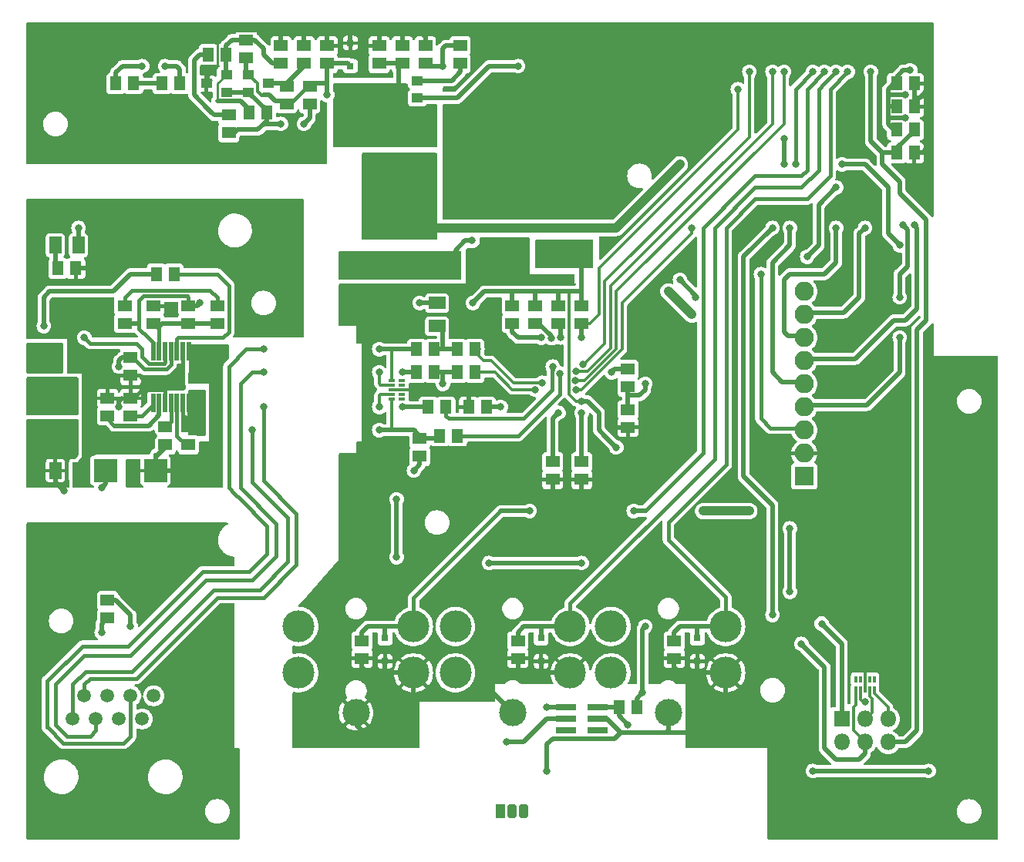
<source format=gbl>
G04 #@! TF.GenerationSoftware,KiCad,Pcbnew,7.0.9*
G04 #@! TF.CreationDate,2023-12-25T16:07:17+01:00*
G04 #@! TF.ProjectId,wall-mounted-room-temperature-sensor-ethernet,77616c6c-2d6d-46f7-956e-7465642d726f,v1.0*
G04 #@! TF.SameCoordinates,Original*
G04 #@! TF.FileFunction,Copper,L2,Bot*
G04 #@! TF.FilePolarity,Positive*
%FSLAX46Y46*%
G04 Gerber Fmt 4.6, Leading zero omitted, Abs format (unit mm)*
G04 Created by KiCad (PCBNEW 7.0.9) date 2023-12-25 16:07:17*
%MOMM*%
%LPD*%
G01*
G04 APERTURE LIST*
G04 Aperture macros list*
%AMRoundRect*
0 Rectangle with rounded corners*
0 $1 Rounding radius*
0 $2 $3 $4 $5 $6 $7 $8 $9 X,Y pos of 4 corners*
0 Add a 4 corners polygon primitive as box body*
4,1,4,$2,$3,$4,$5,$6,$7,$8,$9,$2,$3,0*
0 Add four circle primitives for the rounded corners*
1,1,$1+$1,$2,$3*
1,1,$1+$1,$4,$5*
1,1,$1+$1,$6,$7*
1,1,$1+$1,$8,$9*
0 Add four rect primitives between the rounded corners*
20,1,$1+$1,$2,$3,$4,$5,0*
20,1,$1+$1,$4,$5,$6,$7,0*
20,1,$1+$1,$6,$7,$8,$9,0*
20,1,$1+$1,$8,$9,$2,$3,0*%
%AMOutline4P*
0 Free polygon, 4 corners , with rotation*
0 The origin of the aperture is its center*
0 number of corners: always 4*
0 $1 to $8 corner X, Y*
0 $9 Rotation angle, in degrees counterclockwise*
0 create outline with 4 corners*
4,1,4,$1,$2,$3,$4,$5,$6,$7,$8,$1,$2,$9*%
G04 Aperture macros list end*
G04 #@! TA.AperFunction,SMDPad,CuDef*
%ADD10R,2.500000X2.500000*%
G04 #@! TD*
G04 #@! TA.AperFunction,ComponentPad*
%ADD11R,1.050000X1.500000*%
G04 #@! TD*
G04 #@! TA.AperFunction,ComponentPad*
%ADD12RoundRect,0.262500X-0.262500X-0.487500X0.262500X-0.487500X0.262500X0.487500X-0.262500X0.487500X0*%
G04 #@! TD*
G04 #@! TA.AperFunction,SMDPad,CuDef*
%ADD13R,0.300000X0.800000*%
G04 #@! TD*
G04 #@! TA.AperFunction,SMDPad,CuDef*
%ADD14R,0.800000X0.300000*%
G04 #@! TD*
G04 #@! TA.AperFunction,ComponentPad*
%ADD15C,3.500000*%
G04 #@! TD*
G04 #@! TA.AperFunction,ComponentPad*
%ADD16C,3.000000*%
G04 #@! TD*
G04 #@! TA.AperFunction,ComponentPad*
%ADD17R,1.800000X1.800000*%
G04 #@! TD*
G04 #@! TA.AperFunction,ComponentPad*
%ADD18O,1.800000X1.800000*%
G04 #@! TD*
G04 #@! TA.AperFunction,ComponentPad*
%ADD19R,2.100000X2.100000*%
G04 #@! TD*
G04 #@! TA.AperFunction,ComponentPad*
%ADD20O,2.100000X2.100000*%
G04 #@! TD*
G04 #@! TA.AperFunction,SMDPad,CuDef*
%ADD21R,1.500000X1.300000*%
G04 #@! TD*
G04 #@! TA.AperFunction,SMDPad,CuDef*
%ADD22R,1.300000X1.500000*%
G04 #@! TD*
G04 #@! TA.AperFunction,ComponentPad*
%ADD23C,1.500000*%
G04 #@! TD*
G04 #@! TA.AperFunction,SMDPad,CuDef*
%ADD24R,1.300000X1.000000*%
G04 #@! TD*
G04 #@! TA.AperFunction,SMDPad,CuDef*
%ADD25R,0.800000X0.800000*%
G04 #@! TD*
G04 #@! TA.AperFunction,SMDPad,CuDef*
%ADD26Outline4P,-0.650000X-0.900000X0.650000X-0.900000X0.650000X0.900000X-0.650000X0.900000X90.000000*%
G04 #@! TD*
G04 #@! TA.AperFunction,SMDPad,CuDef*
%ADD27Outline4P,-0.650000X-0.900000X0.650000X-0.900000X0.650000X0.900000X-0.650000X0.900000X180.000000*%
G04 #@! TD*
G04 #@! TA.AperFunction,SMDPad,CuDef*
%ADD28R,0.500000X2.000000*%
G04 #@! TD*
G04 #@! TA.AperFunction,SMDPad,CuDef*
%ADD29Outline4P,-1.000000X-0.250000X1.000000X-0.250000X1.000000X0.250000X-1.000000X0.250000X270.000000*%
G04 #@! TD*
G04 #@! TA.AperFunction,SMDPad,CuDef*
%ADD30R,2.200000X0.800000*%
G04 #@! TD*
G04 #@! TA.AperFunction,SMDPad,CuDef*
%ADD31Outline4P,-0.650000X-0.900000X0.650000X-0.900000X0.650000X0.900000X-0.650000X0.900000X0.000000*%
G04 #@! TD*
G04 #@! TA.AperFunction,ViaPad*
%ADD32C,0.800000*%
G04 #@! TD*
G04 #@! TA.AperFunction,Conductor*
%ADD33C,0.500000*%
G04 #@! TD*
G04 #@! TA.AperFunction,Conductor*
%ADD34C,0.450000*%
G04 #@! TD*
G04 #@! TA.AperFunction,Conductor*
%ADD35C,0.250000*%
G04 #@! TD*
G04 #@! TA.AperFunction,Conductor*
%ADD36C,1.000000*%
G04 #@! TD*
G04 #@! TA.AperFunction,Conductor*
%ADD37C,0.300000*%
G04 #@! TD*
G04 #@! TA.AperFunction,Conductor*
%ADD38C,0.400000*%
G04 #@! TD*
G04 #@! TA.AperFunction,Conductor*
%ADD39C,0.200000*%
G04 #@! TD*
G04 APERTURE END LIST*
D10*
X46780000Y-118110000D03*
X52280000Y-118110000D03*
D11*
X90170000Y-155575000D03*
D12*
X91440000Y-155575000D03*
X92710000Y-155575000D03*
D13*
X131175000Y-142145000D03*
X130675000Y-142145000D03*
X130175000Y-142145000D03*
X129675000Y-142145000D03*
X129175000Y-142145000D03*
X129175000Y-141065000D03*
X129675000Y-141065000D03*
X130175000Y-141065000D03*
X130675000Y-141065000D03*
X131175000Y-141065000D03*
D14*
X78200000Y-110220000D03*
X78200000Y-109720000D03*
X78200000Y-109220000D03*
X78200000Y-108720000D03*
X78200000Y-108220000D03*
X79280000Y-108220000D03*
X79280000Y-108720000D03*
X79280000Y-109220000D03*
X79280000Y-109720000D03*
X79280000Y-110220000D03*
D15*
X114885000Y-140345000D03*
X102285000Y-140345000D03*
X114885000Y-135245000D03*
X102285000Y-135245000D03*
D16*
X108585000Y-144745000D03*
D15*
X97800000Y-140345000D03*
X85200000Y-140345000D03*
X97800000Y-135245000D03*
X85200000Y-135245000D03*
D16*
X91500000Y-144745000D03*
D15*
X80595000Y-140345000D03*
X67995000Y-140345000D03*
X80595000Y-135245000D03*
X67995000Y-135245000D03*
D16*
X74295000Y-144745000D03*
D17*
X127635000Y-145415000D03*
D18*
X127635000Y-147955000D03*
X130175000Y-145415000D03*
X130175000Y-147955000D03*
X132715000Y-145415000D03*
X132715000Y-147955000D03*
D19*
X123515000Y-118745000D03*
D20*
X123515000Y-116205000D03*
X123515000Y-113665000D03*
X123515000Y-111125000D03*
X123515000Y-108585000D03*
X123515000Y-106045000D03*
X123515000Y-103505000D03*
X123515000Y-100965000D03*
X123515000Y-98425000D03*
D21*
X79375000Y-73360000D03*
X79375000Y-71420000D03*
X76835000Y-73360000D03*
X76835000Y-71420000D03*
D22*
X82885000Y-107315000D03*
X80945000Y-107315000D03*
X82885000Y-104775000D03*
X80945000Y-104775000D03*
D21*
X99060000Y-117140000D03*
X99060000Y-119080000D03*
X95885000Y-117140000D03*
X95885000Y-119080000D03*
X48895000Y-99995000D03*
X48895000Y-101935000D03*
X49530000Y-105710000D03*
X49530000Y-107650000D03*
X52070000Y-101935000D03*
X52070000Y-99995000D03*
X68580000Y-73360000D03*
X68580000Y-71420000D03*
D22*
X64470000Y-78740000D03*
X62530000Y-78740000D03*
X58085000Y-72390000D03*
X60025000Y-72390000D03*
X49865000Y-75565000D03*
X47925000Y-75565000D03*
D21*
X71120000Y-73360000D03*
X71120000Y-71420000D03*
D22*
X133650000Y-78105000D03*
X135590000Y-78105000D03*
X133650000Y-75565000D03*
X135590000Y-75565000D03*
X133650000Y-83185000D03*
X135590000Y-83185000D03*
D21*
X109220000Y-136825000D03*
X109220000Y-138765000D03*
X92075000Y-136825000D03*
X92075000Y-138765000D03*
X74930000Y-136825000D03*
X74930000Y-138765000D03*
D22*
X41575000Y-95885000D03*
X43515000Y-95885000D03*
D21*
X104140000Y-111425000D03*
X104140000Y-113365000D03*
X81915000Y-73360000D03*
X81915000Y-71420000D03*
X85725000Y-71420000D03*
X85725000Y-73360000D03*
D22*
X85425000Y-114300000D03*
X83485000Y-114300000D03*
X84155000Y-111125000D03*
X82215000Y-111125000D03*
X87330000Y-107315000D03*
X85390000Y-107315000D03*
X87330000Y-104775000D03*
X85390000Y-104775000D03*
D21*
X104140000Y-106980000D03*
X104140000Y-108920000D03*
X81280000Y-116540000D03*
X81280000Y-114600000D03*
X99060000Y-99995000D03*
X99060000Y-101935000D03*
X96520000Y-99995000D03*
X96520000Y-101935000D03*
X93980000Y-99995000D03*
X93980000Y-101935000D03*
X91440000Y-99995000D03*
X91440000Y-101935000D03*
D22*
X88600000Y-111125000D03*
X86660000Y-111125000D03*
D21*
X59055000Y-101935000D03*
X59055000Y-99995000D03*
X55880000Y-101935000D03*
X55880000Y-99995000D03*
D22*
X54310000Y-96520000D03*
X52370000Y-96520000D03*
D21*
X69215000Y-75865000D03*
X69215000Y-77805000D03*
X66675000Y-77805000D03*
X66675000Y-75865000D03*
X60325000Y-80980000D03*
X60325000Y-79040000D03*
D22*
X54945000Y-75565000D03*
X53005000Y-75565000D03*
D21*
X62230000Y-72725000D03*
X62230000Y-70785000D03*
X66040000Y-73360000D03*
X66040000Y-71420000D03*
D22*
X133650000Y-80645000D03*
X135590000Y-80645000D03*
X105110000Y-144145000D03*
X103170000Y-144145000D03*
D21*
X55880000Y-113330000D03*
X55880000Y-115270000D03*
X46990000Y-112095000D03*
X46990000Y-110155000D03*
X49530000Y-112095000D03*
X49530000Y-110155000D03*
X46990000Y-134320000D03*
X46990000Y-132380000D03*
X53340000Y-113330000D03*
X53340000Y-115270000D03*
D23*
X52071000Y-142875000D03*
X50801000Y-145415000D03*
X49531000Y-142875000D03*
X48261000Y-145415000D03*
X46991000Y-142875000D03*
X45721000Y-145415000D03*
X44451000Y-142875000D03*
X43181000Y-145415000D03*
D24*
X60055000Y-74615000D03*
X60055000Y-76515000D03*
X57855000Y-75565000D03*
D25*
X73660000Y-73660000D03*
X73660000Y-71120000D03*
X111760000Y-136525000D03*
X111760000Y-139065000D03*
X94615000Y-136525000D03*
X94615000Y-139065000D03*
X77470000Y-136525000D03*
X77470000Y-139065000D03*
D24*
X81010000Y-75250000D03*
X81010000Y-77150000D03*
X78810000Y-76200000D03*
D26*
X83185000Y-102235000D03*
X83185000Y-99695000D03*
D27*
X43815000Y-93345000D03*
X41275000Y-93345000D03*
D28*
X52025000Y-104960500D03*
X52675000Y-104960500D03*
X53325000Y-104960500D03*
X53975000Y-104960500D03*
X54625000Y-104960500D03*
X55275000Y-104960500D03*
D29*
X55925000Y-104960500D03*
D28*
X55925000Y-110685500D03*
X55275000Y-110685500D03*
X54625000Y-110685500D03*
X53975000Y-110685500D03*
X53325000Y-110685500D03*
X52675000Y-110685500D03*
X52025000Y-110685500D03*
D30*
X100787200Y-144145000D03*
X100787200Y-145415000D03*
X100787200Y-146685000D03*
X97332800Y-146685000D03*
X97332800Y-145415000D03*
X97332800Y-144145000D03*
D24*
X62500000Y-76515000D03*
X62500000Y-74615000D03*
X64700000Y-75565000D03*
D31*
X41275000Y-118110000D03*
X43815000Y-118110000D03*
D32*
X106045000Y-108585000D03*
X95885000Y-88265000D03*
X99060000Y-76835000D03*
X99060000Y-80645000D03*
X99060000Y-84455000D03*
X99060000Y-88265000D03*
X137160000Y-156845000D03*
X121285000Y-156845000D03*
X142875000Y-132080000D03*
X130175000Y-114935000D03*
X46990000Y-83185000D03*
X59690000Y-83185000D03*
X89535000Y-70485000D03*
X39370000Y-81915000D03*
X142875000Y-115570000D03*
X120015000Y-137795000D03*
X125730000Y-127635000D03*
X72390000Y-130175000D03*
X86995000Y-96520000D03*
X136940001Y-82769999D03*
X88475001Y-92920001D03*
X130175000Y-139700000D03*
X39370000Y-70485000D03*
X99060000Y-120650000D03*
X88265000Y-117475000D03*
X109855000Y-95250000D03*
X102235000Y-111125000D03*
X69215000Y-146685000D03*
X95250000Y-151130000D03*
X95885000Y-76835000D03*
X106680000Y-98425000D03*
X76200000Y-120015000D03*
X105410000Y-99695000D03*
X136940001Y-76419999D03*
X123190000Y-145415000D03*
X105410000Y-70485000D03*
X59830001Y-69709999D03*
X88910332Y-104764668D03*
X95885000Y-84455000D03*
X118530000Y-115990000D03*
X91440000Y-104775000D03*
X80645000Y-109220000D03*
X142875000Y-150495000D03*
X95885000Y-80645000D03*
X89662000Y-97155000D03*
X111125000Y-95250000D03*
X85090000Y-109220000D03*
X95885000Y-120650000D03*
X78740000Y-146685000D03*
X83820000Y-96520000D03*
X73660000Y-95885000D03*
X73660000Y-78740000D03*
X73660000Y-81280000D03*
X76200000Y-76200000D03*
X81580000Y-94950000D03*
X85205000Y-95135000D03*
X77470000Y-76200000D03*
X77470000Y-96520000D03*
X86995000Y-92790002D03*
X81280000Y-99695000D03*
X117475000Y-122555000D03*
X113665000Y-122555000D03*
X111125000Y-100965000D03*
X112395000Y-122555000D03*
X116205000Y-122555000D03*
X97155000Y-94615000D03*
X106045000Y-135255000D03*
X87122000Y-99695000D03*
X102870000Y-115570000D03*
X78740000Y-121285000D03*
X99060000Y-110490000D03*
X80645000Y-118110000D03*
X99060000Y-94615000D03*
X88900000Y-128270000D03*
X99060000Y-128270000D03*
X78740000Y-127635000D03*
X108585000Y-98425000D03*
X94615000Y-94615000D03*
X105745000Y-142540000D03*
X57150000Y-111125000D03*
X57150000Y-109855000D03*
X39370000Y-118745000D03*
X57150000Y-112395000D03*
X46355000Y-120015000D03*
X42210000Y-120315000D03*
X54610000Y-118745000D03*
X55880000Y-118745000D03*
X57150000Y-118745000D03*
X83820000Y-108585000D03*
X79375000Y-107315000D03*
X76835000Y-107315000D03*
X76835000Y-104775000D03*
X99060000Y-111760000D03*
X96520000Y-111760000D03*
X76200000Y-87630000D03*
X127000000Y-86995000D03*
X76835000Y-90805000D03*
X123825000Y-94615000D03*
X109855000Y-84455000D03*
X76200000Y-86360000D03*
X134620000Y-79375000D03*
X135128000Y-74114999D03*
X134620000Y-76835000D03*
X52070000Y-109093000D03*
X54610000Y-90170000D03*
X48895000Y-90170000D03*
X46482000Y-95758000D03*
X48260000Y-111125000D03*
X45593000Y-101600000D03*
X66040000Y-93345000D03*
X52070000Y-114300000D03*
X53870000Y-108690000D03*
X45720000Y-91440000D03*
X45593000Y-100330000D03*
X45466000Y-113792000D03*
X67310000Y-100965000D03*
X53870000Y-100330000D03*
X45212000Y-95758000D03*
X57150000Y-99695000D03*
X48260000Y-106680000D03*
X42545000Y-111125000D03*
X39370000Y-109220000D03*
X39370000Y-156845000D03*
X58420000Y-144145000D03*
X59690000Y-135890000D03*
X39370000Y-139700000D03*
X56515000Y-156845000D03*
X57785000Y-127635000D03*
X39370000Y-127635000D03*
X49530000Y-135255000D03*
X46355000Y-135890000D03*
X66040000Y-80010000D03*
X83820000Y-73660000D03*
X50800000Y-73660000D03*
X71120000Y-76835000D03*
X130175000Y-143510000D03*
X130810000Y-74295000D03*
X123190000Y-137160000D03*
X120015000Y-133985000D03*
X121285000Y-84455000D03*
X120015000Y-91440000D03*
X121285000Y-81615000D03*
X128270000Y-74295000D03*
X127000000Y-74295000D03*
X125730000Y-74295000D03*
X93345000Y-122555000D03*
X104775000Y-122555000D03*
X76835000Y-113665000D03*
X79375000Y-111125000D03*
X76835000Y-111125000D03*
X109855000Y-97155000D03*
X125412500Y-134937500D03*
X92075000Y-73660000D03*
X111570000Y-99060000D03*
X121920000Y-131445000D03*
X121920000Y-124460000D03*
X127000000Y-91440000D03*
X130175000Y-91440000D03*
X121920000Y-91440000D03*
X118745000Y-96520000D03*
X134330000Y-91150000D03*
X133985000Y-103505000D03*
X133985000Y-99060000D03*
X135600000Y-91150000D03*
X64135000Y-107315000D03*
X64135000Y-111125000D03*
X64135000Y-104775000D03*
X62865000Y-113665000D03*
X43815000Y-91440000D03*
X53340000Y-73660000D03*
X96635001Y-107430001D03*
X95885000Y-106680000D03*
X93980000Y-109220000D03*
X94730000Y-108470000D03*
X116205000Y-76200000D03*
X99060000Y-103505000D03*
X68580000Y-80010000D03*
X137160000Y-151130000D03*
X133985000Y-93345000D03*
X104140000Y-146050000D03*
X124460000Y-151130000D03*
X127635000Y-84455000D03*
X124460000Y-74295000D03*
X122555000Y-84455000D03*
X121285000Y-74295000D03*
X98394671Y-108189668D03*
X98425000Y-107188000D03*
X120015000Y-74295000D03*
X117475000Y-74295000D03*
X99187000Y-106426000D03*
X111125000Y-91440000D03*
X98425000Y-109220000D03*
X90805000Y-147955000D03*
X95250000Y-144145000D03*
X94615000Y-103505000D03*
X95725178Y-103554517D03*
X96723245Y-103492338D03*
X40005000Y-102235000D03*
X44450000Y-103505000D03*
X39370000Y-106680000D03*
X39370000Y-104902000D03*
X102350000Y-107315000D03*
X90170000Y-111125000D03*
D33*
X51548998Y-113170001D02*
X47765001Y-113170001D01*
X52675000Y-112043999D02*
X51548998Y-113170001D01*
X52675000Y-110685500D02*
X52675000Y-112043999D01*
D34*
X46990000Y-112395000D02*
X47765001Y-113170001D01*
X46990000Y-112095000D02*
X46990000Y-112395000D01*
D33*
X105410000Y-109855000D02*
X104140000Y-109855000D01*
X106045000Y-108585000D02*
X106045000Y-109220000D01*
X106045000Y-109220000D02*
X105410000Y-109855000D01*
X104140000Y-108920000D02*
X104140000Y-109855000D01*
X104140000Y-109855000D02*
X104140000Y-111425000D01*
X102235000Y-111125000D02*
X102235000Y-113030000D01*
X59830001Y-69709999D02*
X65899999Y-69709999D01*
X92075000Y-140335000D02*
X92085000Y-140345000D01*
D35*
X58055000Y-74660000D02*
X59055000Y-73660000D01*
D33*
X74295000Y-146050000D02*
X74930000Y-146685000D01*
D34*
X68354998Y-71420000D02*
X68580000Y-71420000D01*
D33*
X92085000Y-140345000D02*
X92720000Y-140345000D01*
X65899999Y-69709999D02*
X66040000Y-69850000D01*
X66815001Y-69709999D02*
X67804999Y-69709999D01*
X68720001Y-69709999D02*
X72249999Y-69709999D01*
X94605000Y-139075000D02*
X94615000Y-139065000D01*
X95250000Y-149225000D02*
X95250000Y-148590000D01*
X79515001Y-69709999D02*
X81139999Y-69709999D01*
X118427500Y-146367500D02*
X118110000Y-146685000D01*
X92075000Y-138765000D02*
X92075000Y-140335000D01*
X90805000Y-104775000D02*
X88920664Y-104775000D01*
X79375000Y-69850000D02*
X79515001Y-69709999D01*
X85725000Y-120015000D02*
X84455000Y-120015000D01*
X135590000Y-77170000D02*
X135590000Y-75565000D01*
D34*
X80595000Y-141655000D02*
X80595000Y-140345000D01*
D33*
X111760000Y-140335000D02*
X111750000Y-140345000D01*
X102638204Y-147574000D02*
X103312203Y-146900001D01*
X111760000Y-139065000D02*
X111760000Y-140335000D01*
X86360000Y-109220000D02*
X85090000Y-109220000D01*
X108369999Y-146900001D02*
X117894999Y-146900001D01*
X136190000Y-77170000D02*
X136940001Y-76419999D01*
X119380000Y-145415000D02*
X118427500Y-146367500D01*
X91440000Y-104775000D02*
X90805000Y-104775000D01*
D36*
X111125000Y-95250000D02*
X109855000Y-95250000D01*
D33*
X103312203Y-146900001D02*
X106464999Y-146900001D01*
X91500000Y-144745000D02*
X88360000Y-141605000D01*
X86660000Y-111125000D02*
X86660000Y-109520000D01*
X59830001Y-69709999D02*
X59055000Y-70485000D01*
X94605000Y-140345000D02*
X94605000Y-139075000D01*
X114885000Y-140345000D02*
X114885000Y-146635000D01*
X77460000Y-140345000D02*
X80595000Y-140345000D01*
X108585000Y-144745000D02*
X108585000Y-146685000D01*
D34*
X97800000Y-141595000D02*
X97800000Y-140345000D01*
D33*
X86660000Y-109520000D02*
X86360000Y-109220000D01*
D34*
X58085000Y-75535000D02*
X58055000Y-75565000D01*
D33*
X102570000Y-113365000D02*
X102235000Y-113030000D01*
X95250000Y-148209000D02*
X95885000Y-147574000D01*
X74295000Y-144745000D02*
X74295000Y-146050000D01*
X77470000Y-139065000D02*
X77470000Y-140335000D01*
X95250000Y-149225000D02*
X95250000Y-148209000D01*
D34*
X84455000Y-120015000D02*
X85090000Y-120015000D01*
D33*
X76340001Y-69709999D02*
X76975001Y-69709999D01*
X81915000Y-71420000D02*
X81915000Y-70485000D01*
X108585000Y-146685000D02*
X108369999Y-146900001D01*
X71120000Y-71420000D02*
X71120000Y-69850000D01*
X123190000Y-145415000D02*
X119380000Y-145415000D01*
D37*
X130175000Y-141065000D02*
X130175000Y-139700000D01*
D36*
X109220000Y-95885000D02*
X105410000Y-99695000D01*
X109855000Y-95250000D02*
X109220000Y-95885000D01*
D33*
X73660000Y-71120000D02*
X73660000Y-69850000D01*
D35*
X58055000Y-75565000D02*
X58420000Y-75200000D01*
D33*
X117894999Y-146900001D02*
X118427500Y-146367500D01*
X114885000Y-146635000D02*
X114935000Y-146685000D01*
X59055000Y-70485000D02*
X59055000Y-71120000D01*
X106464999Y-146900001D02*
X108369999Y-146900001D01*
X76059999Y-69709999D02*
X76340001Y-69709999D01*
X76835000Y-69850000D02*
X76975001Y-69709999D01*
X109220000Y-139700000D02*
X109865000Y-140345000D01*
X92720000Y-140345000D02*
X94605000Y-140345000D01*
X100787200Y-145415000D02*
X101827202Y-145415000D01*
X103097202Y-146685000D02*
X103312203Y-146900001D01*
X109865000Y-140345000D02*
X111750000Y-140345000D01*
X76340001Y-69709999D02*
X76694999Y-69709999D01*
X81915000Y-70485000D02*
X81139999Y-69709999D01*
X94605000Y-140345000D02*
X97800000Y-140345000D01*
X74930000Y-139700000D02*
X75575000Y-140345000D01*
X76975001Y-69709999D02*
X79515001Y-69709999D01*
D37*
X130175000Y-142145000D02*
X130175000Y-140335000D01*
D33*
X99060000Y-119080000D02*
X99060000Y-120650000D01*
D35*
X58055000Y-75565000D02*
X58055000Y-74660000D01*
D33*
X65899999Y-69709999D02*
X66815001Y-69709999D01*
X89525000Y-140345000D02*
X92085000Y-140345000D01*
X72249999Y-69709999D02*
X76059999Y-69709999D01*
X109220000Y-138765000D02*
X109220000Y-139700000D01*
X66040000Y-71420000D02*
X66040000Y-69850000D01*
X76835000Y-71420000D02*
X76835000Y-69850000D01*
X87040000Y-142925000D02*
X80595000Y-142925000D01*
X80595000Y-140345000D02*
X80595000Y-142925000D01*
X68580000Y-69850000D02*
X68720001Y-69709999D01*
X80595000Y-146635000D02*
X80645000Y-146685000D01*
D34*
X114885000Y-141655000D02*
X114885000Y-140345000D01*
D33*
X67804999Y-69709999D02*
X68720001Y-69709999D01*
X135590000Y-77170000D02*
X136190000Y-77170000D01*
X95885000Y-119080000D02*
X95885000Y-120650000D01*
X88265000Y-117475000D02*
X85725000Y-120015000D01*
X88265000Y-141605000D02*
X89525000Y-140345000D01*
X79375000Y-71420000D02*
X79375000Y-69850000D01*
X88360000Y-141605000D02*
X87040000Y-142925000D01*
D37*
X78200000Y-109220000D02*
X79280000Y-109220000D01*
D33*
X135590000Y-78105000D02*
X135590000Y-77170000D01*
X88360000Y-141605000D02*
X88265000Y-141605000D01*
D37*
X79280000Y-109220000D02*
X80645000Y-109220000D01*
X88920664Y-104775000D02*
X88910332Y-104764668D01*
D33*
X104140000Y-113365000D02*
X102570000Y-113365000D01*
X95885000Y-147574000D02*
X102638204Y-147574000D01*
X75575000Y-140345000D02*
X77460000Y-140345000D01*
X80645000Y-146685000D02*
X74930000Y-146685000D01*
X111750000Y-140345000D02*
X114885000Y-140345000D01*
X95250000Y-151130000D02*
X95250000Y-149225000D01*
D34*
X74295000Y-144745000D02*
X74295000Y-145415000D01*
D33*
X74930000Y-138765000D02*
X74930000Y-139700000D01*
X101827202Y-145415000D02*
X103097202Y-146685000D01*
X68580000Y-70485000D02*
X68580000Y-71420000D01*
X68580000Y-70485000D02*
X68580000Y-69850000D01*
X103312203Y-146900001D02*
X103289999Y-146900001D01*
X76200000Y-120015000D02*
X84455000Y-120015000D01*
D35*
X59055000Y-73660000D02*
X59055000Y-71120000D01*
D33*
X135590000Y-83185000D02*
X136525000Y-83185000D01*
X77470000Y-140335000D02*
X77460000Y-140345000D01*
D34*
X74295000Y-144745000D02*
X72990000Y-144745000D01*
D33*
X80595000Y-142925000D02*
X80595000Y-146635000D01*
X136525000Y-83185000D02*
X136940001Y-82769999D01*
X86995000Y-92790002D02*
X86279998Y-92790002D01*
D36*
X79010000Y-76200000D02*
X77470000Y-76200000D01*
D33*
X79010000Y-73725000D02*
X79375000Y-73360000D01*
X79010000Y-76200000D02*
X79010000Y-73725000D01*
D36*
X76200000Y-76200000D02*
X77470000Y-76200000D01*
D33*
X86279998Y-92790002D02*
X85205000Y-93865000D01*
X79375000Y-73360000D02*
X76835000Y-73360000D01*
X85205000Y-93865000D02*
X85205000Y-95135000D01*
X83820000Y-99695000D02*
X81280000Y-99695000D01*
X93980000Y-98425000D02*
X96520000Y-98425000D01*
D37*
X97644670Y-109709670D02*
X97644670Y-98570330D01*
D33*
X93980000Y-99995000D02*
X93980000Y-98425000D01*
X97790000Y-98425000D02*
X99060000Y-98425000D01*
X99060000Y-94615000D02*
X99060000Y-98425000D01*
X123730000Y-118745000D02*
X123515000Y-118530000D01*
X91440000Y-99995000D02*
X91440000Y-98425000D01*
X102870000Y-115570000D02*
X101600000Y-114300000D01*
X105110000Y-143175000D02*
X105745000Y-142540000D01*
X100965000Y-113665000D02*
X100965000Y-111760000D01*
D37*
X96520000Y-99995000D02*
X96520000Y-99695000D01*
X99060000Y-99995000D02*
X99060000Y-99695000D01*
X91440000Y-99995000D02*
X91440000Y-99695000D01*
D36*
X111125000Y-100965000D02*
X108585000Y-98425000D01*
D33*
X99060000Y-110490000D02*
X99695000Y-110490000D01*
D37*
X97644670Y-98570330D02*
X97790000Y-98425000D01*
X99060000Y-110490000D02*
X98425000Y-110490000D01*
D33*
X96520000Y-98425000D02*
X97790000Y-98425000D01*
X105745000Y-142540000D02*
X105745000Y-135555000D01*
X91440000Y-98425000D02*
X93980000Y-98425000D01*
X78740000Y-127635000D02*
X78740000Y-121285000D01*
X91440000Y-98425000D02*
X88392000Y-98425000D01*
X81280000Y-116540000D02*
X81280000Y-117475000D01*
X99695000Y-110490000D02*
X100965000Y-111760000D01*
X88900000Y-128270000D02*
X99060000Y-128270000D01*
X105110000Y-144145000D02*
X105110000Y-143175000D01*
X88392000Y-98425000D02*
X87122000Y-99695000D01*
X81280000Y-117475000D02*
X80645000Y-118110000D01*
X96520000Y-99995000D02*
X96520000Y-98425000D01*
X101600000Y-114300000D02*
X100965000Y-113665000D01*
X99060000Y-99995000D02*
X99060000Y-98425000D01*
D36*
X113030000Y-122555000D02*
X112395000Y-122555000D01*
D37*
X98425000Y-110490000D02*
X97644670Y-109709670D01*
D33*
X105745000Y-135555000D02*
X106045000Y-135255000D01*
D36*
X117475000Y-122555000D02*
X113030000Y-122555000D01*
D34*
X55970000Y-112395000D02*
X55925000Y-112350000D01*
D33*
X56515000Y-110400000D02*
X56515000Y-110847500D01*
D35*
X55880000Y-110857500D02*
X55925000Y-110812500D01*
D33*
X41275000Y-119380000D02*
X42210000Y-120315000D01*
D34*
X55925000Y-113285000D02*
X55880000Y-113330000D01*
D33*
X55880000Y-113030000D02*
X55626000Y-112776000D01*
D34*
X57060000Y-111125000D02*
X56237500Y-111125000D01*
X57060000Y-112395000D02*
X55970000Y-112395000D01*
D38*
X55275000Y-110812500D02*
X55275000Y-112725000D01*
D33*
X46780000Y-119590000D02*
X46355000Y-120015000D01*
X57060000Y-109855000D02*
X56515000Y-110400000D01*
D38*
X56237500Y-111125000D02*
X55925000Y-110812500D01*
X55275000Y-112725000D02*
X55880000Y-113330000D01*
D34*
X55925000Y-112350000D02*
X55925000Y-113285000D01*
D33*
X46780000Y-118110000D02*
X46780000Y-119590000D01*
D38*
X55925000Y-110812500D02*
X55925000Y-112350000D01*
D33*
X56515000Y-110847500D02*
X56237500Y-111125000D01*
X41275000Y-118745000D02*
X41275000Y-119380000D01*
X55880000Y-113330000D02*
X55880000Y-113030000D01*
X55626000Y-112776000D02*
X55626000Y-112268000D01*
X55880000Y-118110000D02*
X55245000Y-118110000D01*
X55245000Y-118110000D02*
X53975000Y-118110000D01*
X56827500Y-105087500D02*
X58420000Y-106680000D01*
D34*
X53340000Y-115270000D02*
X53340000Y-115570000D01*
D33*
X54610000Y-119380000D02*
X54610000Y-118110000D01*
X58420000Y-106680000D02*
X58420000Y-116840000D01*
X53340000Y-115570000D02*
X52280000Y-116630000D01*
X58420000Y-116840000D02*
X57150000Y-118110000D01*
X57150000Y-118110000D02*
X55880000Y-118110000D01*
X57150000Y-118110000D02*
X57150000Y-118745000D01*
X53975000Y-118110000D02*
X52280000Y-118110000D01*
X55880000Y-118745000D02*
X55880000Y-118110000D01*
X52280000Y-116630000D02*
X52280000Y-118110000D01*
D34*
X55925000Y-105087500D02*
X56827500Y-105087500D01*
D33*
X83820000Y-107315000D02*
X82885000Y-107315000D01*
X85390000Y-107315000D02*
X83820000Y-107315000D01*
X83820000Y-108585000D02*
X83820000Y-107315000D01*
D37*
X78200000Y-108720000D02*
X76970000Y-108720000D01*
X76835000Y-108585000D02*
X76835000Y-107315000D01*
X76970000Y-108720000D02*
X76835000Y-108585000D01*
D33*
X79375000Y-107315000D02*
X80945000Y-107315000D01*
X83820000Y-104775000D02*
X85390000Y-104775000D01*
X83820000Y-102235000D02*
X83820000Y-104775000D01*
X82885000Y-104775000D02*
X83820000Y-104775000D01*
X76835000Y-104775000D02*
X78105000Y-104775000D01*
D37*
X78200000Y-104870000D02*
X78105000Y-104775000D01*
D33*
X78105000Y-104775000D02*
X80945000Y-104775000D01*
D37*
X78200000Y-108220000D02*
X78200000Y-104870000D01*
D33*
X99060000Y-111760000D02*
X99060000Y-117140000D01*
X95885000Y-117140000D02*
X95885000Y-112395000D01*
X95885000Y-112395000D02*
X96520000Y-111760000D01*
D36*
X76835000Y-90805000D02*
X76200000Y-90170000D01*
D33*
X125095000Y-88900000D02*
X125095000Y-93345000D01*
D36*
X102870000Y-91440000D02*
X77470000Y-91440000D01*
D33*
X132715000Y-78105000D02*
X133650000Y-78105000D01*
D36*
X76200000Y-86360000D02*
X76200000Y-87630000D01*
D33*
X135128000Y-74114999D02*
X134379999Y-74114999D01*
X134379999Y-74114999D02*
X133650000Y-74844998D01*
D36*
X77470000Y-91440000D02*
X76835000Y-90805000D01*
D33*
X127000000Y-86995000D02*
X125095000Y-88900000D01*
X132715000Y-76835000D02*
X132715000Y-78105000D01*
X133650000Y-75565000D02*
X133650000Y-74844998D01*
X132715000Y-78105000D02*
X132715000Y-79375000D01*
X133650000Y-80645000D02*
X133350000Y-80645000D01*
X134620000Y-76835000D02*
X132715000Y-76835000D01*
X133350000Y-80645000D02*
X132715000Y-80010000D01*
X125095000Y-93345000D02*
X123825000Y-94615000D01*
D36*
X108585000Y-85725000D02*
X102870000Y-91440000D01*
D33*
X132715000Y-79375000D02*
X132715000Y-80010000D01*
X132715000Y-76200000D02*
X132715000Y-76835000D01*
D36*
X76200000Y-90170000D02*
X76200000Y-86995000D01*
D33*
X134620000Y-79375000D02*
X132715000Y-79375000D01*
X133650000Y-75565000D02*
X133350000Y-75565000D01*
X133350000Y-75565000D02*
X132715000Y-76200000D01*
D36*
X109855000Y-84455000D02*
X108585000Y-85725000D01*
D34*
X49530000Y-107650000D02*
X50500000Y-107650000D01*
D33*
X48260000Y-110490000D02*
X48595000Y-110155000D01*
D34*
X45085000Y-95885000D02*
X45087499Y-95887499D01*
D33*
X45720000Y-95254998D02*
X45720000Y-91440000D01*
D34*
X48595000Y-110155000D02*
X49530000Y-110155000D01*
X49865000Y-110155000D02*
X50800000Y-109220000D01*
D35*
X43515000Y-96220000D02*
X43515000Y-95885000D01*
D33*
X45087499Y-95887499D02*
X45720000Y-95254998D01*
D35*
X49530000Y-110490000D02*
X50165000Y-109855000D01*
D33*
X45087499Y-95887499D02*
X43517499Y-95887499D01*
D34*
X53340000Y-108585000D02*
X53765000Y-108585000D01*
X54610000Y-107950000D02*
X53340000Y-107950000D01*
X50800000Y-109220000D02*
X53340000Y-109220000D01*
D33*
X48260000Y-111125000D02*
X48260000Y-110490000D01*
D34*
X52070000Y-99995000D02*
X53535000Y-99995000D01*
X50800000Y-114935000D02*
X51435000Y-114935000D01*
D33*
X43815000Y-117475000D02*
X46355000Y-114935000D01*
D34*
X55275000Y-105087500D02*
X55275000Y-106650000D01*
D33*
X43815000Y-118745000D02*
X43815000Y-117475000D01*
D34*
X53765000Y-108585000D02*
X53870000Y-108690000D01*
X53340000Y-109220000D02*
X53340000Y-110528248D01*
X53340000Y-107950000D02*
X53340000Y-108585000D01*
X55275000Y-107285000D02*
X55275000Y-106650000D01*
X55275000Y-107285000D02*
X54610000Y-107950000D01*
X49530000Y-110155000D02*
X49865000Y-110155000D01*
X46990000Y-110155000D02*
X48595000Y-110155000D01*
X53340000Y-108585000D02*
X53340000Y-109220000D01*
X50800000Y-107950000D02*
X53340000Y-107950000D01*
X50500000Y-107650000D02*
X50800000Y-107950000D01*
D33*
X43517499Y-95887499D02*
X43515000Y-95885000D01*
X46355000Y-114935000D02*
X50800000Y-114935000D01*
D34*
X51435000Y-114935000D02*
X52070000Y-114300000D01*
X53535000Y-99995000D02*
X53870000Y-100330000D01*
D35*
X59055000Y-99995000D02*
X59055000Y-99695000D01*
D34*
X48895000Y-99995000D02*
X48895000Y-99060000D01*
X59055000Y-99060000D02*
X59055000Y-99995000D01*
X58264989Y-98269989D02*
X59055000Y-99060000D01*
X48895000Y-99995000D02*
X48895000Y-99695000D01*
X49685011Y-98269989D02*
X58264989Y-98269989D01*
X48895000Y-99060000D02*
X49685011Y-98269989D01*
X51435000Y-103505000D02*
X50465000Y-102535000D01*
D38*
X52024980Y-104094980D02*
X51435000Y-103505000D01*
D33*
X48895000Y-101935000D02*
X49865000Y-101935000D01*
D34*
X50940001Y-98919999D02*
X55739999Y-98919999D01*
X50465000Y-101935000D02*
X50465000Y-99395000D01*
D35*
X48940002Y-101935000D02*
X48895000Y-101935000D01*
D33*
X55880000Y-99995000D02*
X56850000Y-99995000D01*
D34*
X50465000Y-99395000D02*
X50940001Y-98919999D01*
X55739999Y-98919999D02*
X55880000Y-99060000D01*
X55880000Y-99060000D02*
X55880000Y-99995000D01*
D38*
X52024980Y-104094980D02*
X52024980Y-105087500D01*
D34*
X50465000Y-102535000D02*
X50465000Y-101935000D01*
D35*
X48895000Y-101935000D02*
X48895000Y-102235000D01*
D33*
X56850000Y-99995000D02*
X57150000Y-99695000D01*
X49865000Y-101935000D02*
X50465000Y-101935000D01*
D34*
X53975000Y-105087500D02*
X53975000Y-106471754D01*
D33*
X48260000Y-106045000D02*
X48260000Y-106680000D01*
D34*
X53484245Y-106962509D02*
X51007511Y-106962509D01*
X53975000Y-106471754D02*
X53484245Y-106962509D01*
X51007511Y-106962509D02*
X49755002Y-105710000D01*
D33*
X48595000Y-105710000D02*
X48260000Y-106045000D01*
X49530000Y-105710000D02*
X48595000Y-105710000D01*
D34*
X49755002Y-105710000D02*
X49530000Y-105710000D01*
X52675000Y-102540000D02*
X52070000Y-101935000D01*
D33*
X55880000Y-101935000D02*
X59055000Y-101935000D01*
D34*
X52675000Y-103535000D02*
X52675000Y-102540000D01*
X52675000Y-105087500D02*
X52675000Y-103535000D01*
X52675000Y-102265000D02*
X53005000Y-101935000D01*
D33*
X53005000Y-101935000D02*
X55880000Y-101935000D01*
D34*
X52070000Y-101935000D02*
X53005000Y-101935000D01*
D33*
X64500000Y-75565000D02*
X66375000Y-75565000D01*
X68580000Y-73660000D02*
X68580000Y-73360000D01*
D34*
X66675000Y-75865000D02*
X66675000Y-75565000D01*
D33*
X66675000Y-75565000D02*
X68580000Y-73660000D01*
X66375000Y-75565000D02*
X66675000Y-75865000D01*
X58420000Y-144145000D02*
X58420000Y-142875000D01*
X58420000Y-142875000D02*
X59690000Y-141605000D01*
X59690000Y-141605000D02*
X59690000Y-135890000D01*
X46990000Y-132380000D02*
X47925000Y-132380000D01*
X47925000Y-132380000D02*
X49530000Y-133985000D01*
X49530000Y-133985000D02*
X49530000Y-135255000D01*
D34*
X41575000Y-95550000D02*
X41275000Y-95250000D01*
X41575000Y-95885000D02*
X41575000Y-95550000D01*
D35*
X41275000Y-95585000D02*
X41575000Y-95885000D01*
D33*
X41275000Y-95250000D02*
X41275000Y-93345000D01*
X46355000Y-134955000D02*
X46990000Y-134320000D01*
X46355000Y-135890000D02*
X46355000Y-134955000D01*
X62230000Y-80645000D02*
X61260000Y-80645000D01*
X64135000Y-80010000D02*
X64470000Y-79675000D01*
X64470000Y-78740000D02*
X64470000Y-78440000D01*
X66040000Y-80010000D02*
X64135000Y-80010000D01*
X64470000Y-79675000D02*
X64470000Y-78740000D01*
X62500000Y-76515000D02*
X60055000Y-76515000D01*
X64470000Y-78485000D02*
X62500000Y-76515000D01*
X62230000Y-80645000D02*
X63500000Y-80645000D01*
X64470000Y-78740000D02*
X64470000Y-78485000D01*
X60325000Y-80980000D02*
X60925000Y-80980000D01*
X60925000Y-80980000D02*
X61260000Y-80645000D01*
X63500000Y-80645000D02*
X64135000Y-80010000D01*
D34*
X62530000Y-78740000D02*
X62530000Y-78405000D01*
D35*
X59055000Y-77470000D02*
X59055000Y-75565000D01*
D33*
X64135000Y-72390000D02*
X64135000Y-71755000D01*
X63165000Y-70785000D02*
X62230000Y-70785000D01*
D34*
X66040000Y-73360000D02*
X66414998Y-73360000D01*
D35*
X59055000Y-75565000D02*
X59105000Y-75565000D01*
D33*
X62230000Y-70785000D02*
X60660000Y-70785000D01*
X60025000Y-71420000D02*
X60025000Y-72390000D01*
X61595000Y-77470000D02*
X59055000Y-77470000D01*
X66040000Y-73360000D02*
X65105000Y-73360000D01*
D35*
X59105000Y-75565000D02*
X60055000Y-74615000D01*
D33*
X60660000Y-70785000D02*
X60025000Y-71420000D01*
X60025000Y-72390000D02*
X60025000Y-74585000D01*
X64135000Y-71755000D02*
X63165000Y-70785000D01*
D34*
X62195000Y-70820000D02*
X62230000Y-70785000D01*
X60025000Y-74585000D02*
X60055000Y-74615000D01*
D33*
X65105000Y-73360000D02*
X64135000Y-72390000D01*
X62530000Y-78405000D02*
X61595000Y-77470000D01*
X56515000Y-73025000D02*
X57150000Y-72390000D01*
X58085000Y-78405000D02*
X58420000Y-78740000D01*
X58720000Y-79040000D02*
X58420000Y-78740000D01*
X56515000Y-76835000D02*
X56515000Y-73025000D01*
X57150000Y-72390000D02*
X58085000Y-72390000D01*
X60325000Y-79040000D02*
X58720000Y-79040000D01*
X58085000Y-78405000D02*
X56515000Y-76835000D01*
X53005000Y-75565000D02*
X49865000Y-75565000D01*
X84155000Y-71420000D02*
X83820000Y-71755000D01*
X81915000Y-73360000D02*
X82015000Y-73360000D01*
X62230000Y-72725000D02*
X62230000Y-74345000D01*
D37*
X63881000Y-76835000D02*
X63500000Y-76454000D01*
D34*
X67049998Y-77805000D02*
X68989998Y-75865000D01*
D37*
X63500000Y-76454000D02*
X63500000Y-75615000D01*
D33*
X83820000Y-73660000D02*
X82215000Y-73660000D01*
D37*
X63450001Y-75565001D02*
X62500000Y-74615000D01*
D33*
X48630000Y-73660000D02*
X47925000Y-74365000D01*
X83820000Y-71755000D02*
X83820000Y-73660000D01*
D34*
X69515000Y-75865000D02*
X69215000Y-75865000D01*
D33*
X73360000Y-73360000D02*
X73660000Y-73660000D01*
X85725000Y-71420000D02*
X84155000Y-71420000D01*
D34*
X66675000Y-77805000D02*
X67049998Y-77805000D01*
D33*
X71120000Y-75565000D02*
X69515000Y-75565000D01*
X71120000Y-73360000D02*
X71455000Y-73360000D01*
D39*
X66575000Y-77805000D02*
X66240000Y-77470000D01*
D33*
X82215000Y-73660000D02*
X81915000Y-73360000D01*
X62500000Y-72995000D02*
X62230000Y-72725000D01*
D35*
X63500000Y-75615000D02*
X63450001Y-75565001D01*
D33*
X62500000Y-74615000D02*
X62550000Y-74615000D01*
D39*
X66675000Y-77805000D02*
X66575000Y-77805000D01*
D33*
X71120000Y-73360000D02*
X71120000Y-76835000D01*
D34*
X64135000Y-76835000D02*
X63881000Y-76835000D01*
D33*
X66675000Y-77805000D02*
X66375000Y-77805000D01*
X50800000Y-73660000D02*
X48630000Y-73660000D01*
X47925000Y-74365000D02*
X47925000Y-75565000D01*
X62230000Y-74345000D02*
X62500000Y-74615000D01*
X65405000Y-77470000D02*
X64770000Y-76835000D01*
D34*
X68989998Y-75865000D02*
X69215000Y-75865000D01*
D33*
X71120000Y-73360000D02*
X73360000Y-73360000D01*
X66675000Y-77805000D02*
X66409999Y-77539999D01*
X66240000Y-77470000D02*
X65405000Y-77470000D01*
X69515000Y-75565000D02*
X69215000Y-75865000D01*
X64770000Y-76835000D02*
X64135000Y-76835000D01*
X134620000Y-147955000D02*
X132715000Y-147955000D01*
X133650000Y-83185000D02*
X132080000Y-83185000D01*
D37*
X129675000Y-143260000D02*
X129925000Y-143510000D01*
D33*
X136906000Y-101600000D02*
X136906000Y-90551000D01*
X133650000Y-82685000D02*
X133650000Y-83185000D01*
X135890000Y-138430000D02*
X135890000Y-146685000D01*
X135590000Y-80745000D02*
X133650000Y-82685000D01*
D37*
X129675000Y-142145000D02*
X129675000Y-143260000D01*
D33*
X132080000Y-84455000D02*
X132080000Y-83185000D01*
X136906000Y-90551000D02*
X133985000Y-87630000D01*
X133985000Y-87630000D02*
X133985000Y-86360000D01*
X135590000Y-80645000D02*
X135590000Y-80745000D01*
X130810000Y-74295000D02*
X130810000Y-81915000D01*
X135890000Y-102616000D02*
X136906000Y-101600000D01*
X130810000Y-81915000D02*
X132080000Y-83185000D01*
X135890000Y-146685000D02*
X134620000Y-147955000D01*
X135890000Y-138430000D02*
X135890000Y-102616000D01*
X133985000Y-86360000D02*
X132080000Y-84455000D01*
X116840000Y-118745000D02*
X120015000Y-121920000D01*
X123190000Y-137160000D02*
X125730000Y-139700000D01*
D37*
X128905000Y-146685000D02*
X130175000Y-147955000D01*
X128905000Y-144145000D02*
X128905000Y-146685000D01*
D33*
X120015000Y-121920000D02*
X120015000Y-133985000D01*
X121285000Y-81615000D02*
X121285000Y-84455000D01*
D37*
X129175000Y-142145000D02*
X129175000Y-143875000D01*
D33*
X127000000Y-149860000D02*
X129540000Y-149860000D01*
X125730000Y-139700000D02*
X125730000Y-148590000D01*
D37*
X129175000Y-143875000D02*
X128905000Y-144145000D01*
D33*
X120015000Y-91440000D02*
X116840000Y-94615000D01*
X125730000Y-148590000D02*
X127000000Y-149860000D01*
X129540000Y-149860000D02*
X130175000Y-149225000D01*
X116840000Y-94615000D02*
X116840000Y-118745000D01*
X130175000Y-149225000D02*
X130175000Y-147955000D01*
X111750000Y-135245000D02*
X109865000Y-135245000D01*
D34*
X114935000Y-117475000D02*
X108585000Y-123825000D01*
D33*
X109865000Y-135245000D02*
X109220000Y-135890000D01*
D34*
X128270000Y-74295000D02*
X126365000Y-76200000D01*
X114885000Y-132030000D02*
X114885000Y-135245000D01*
X126365000Y-85725000D02*
X123825000Y-88265000D01*
X118110000Y-88265000D02*
X114935000Y-91440000D01*
X108585000Y-125730000D02*
X114885000Y-132030000D01*
D33*
X111760000Y-135255000D02*
X111750000Y-135245000D01*
X111760000Y-136525000D02*
X111760000Y-135255000D01*
X109220000Y-135890000D02*
X109220000Y-136825000D01*
D34*
X126365000Y-76200000D02*
X126365000Y-85725000D01*
X108585000Y-123825000D02*
X108585000Y-125730000D01*
X114935000Y-91440000D02*
X114935000Y-117475000D01*
X123825000Y-88265000D02*
X118110000Y-88265000D01*
D33*
X114885000Y-135245000D02*
X111750000Y-135245000D01*
D34*
X97800000Y-135245000D02*
X97800000Y-132705000D01*
X118745000Y-86979990D02*
X123190000Y-86995000D01*
X113665000Y-116840000D02*
X113665000Y-91440000D01*
X113665000Y-91440000D02*
X118125010Y-86979990D01*
X125730000Y-75565000D02*
X127000000Y-74295000D01*
X125095000Y-76200000D02*
X125730000Y-75565000D01*
D33*
X92720000Y-135245000D02*
X92075000Y-135890000D01*
D34*
X118125010Y-86979990D02*
X118745000Y-86979990D01*
D33*
X94615000Y-135255000D02*
X94605000Y-135245000D01*
D34*
X125095000Y-85090000D02*
X125095000Y-76200000D01*
D33*
X94605000Y-135245000D02*
X92720000Y-135245000D01*
D34*
X97800000Y-132705000D02*
X113665000Y-116840000D01*
D33*
X97800000Y-135245000D02*
X94605000Y-135245000D01*
X94615000Y-136525000D02*
X94615000Y-135255000D01*
D34*
X123190000Y-86995000D02*
X125095000Y-85090000D01*
D33*
X92075000Y-135890000D02*
X92075000Y-136825000D01*
X77470000Y-136525000D02*
X77470000Y-135255000D01*
D34*
X112395000Y-116205000D02*
X112395000Y-98425000D01*
X80595000Y-132130000D02*
X90170000Y-122555000D01*
D33*
X75575000Y-135245000D02*
X76845000Y-135245000D01*
D34*
X80595000Y-135245000D02*
X80595000Y-132130000D01*
X112395000Y-98425000D02*
X112395000Y-91440000D01*
X125730000Y-74295000D02*
X123825000Y-76200000D01*
X123825000Y-85090000D02*
X123190000Y-85725000D01*
D33*
X76845000Y-135245000D02*
X77460000Y-135245000D01*
X74930000Y-135890000D02*
X75575000Y-135245000D01*
D34*
X123190000Y-85725000D02*
X118110000Y-85725000D01*
X123825000Y-76200000D02*
X123825000Y-85090000D01*
D33*
X104775000Y-122555000D02*
X106045000Y-122555000D01*
X90170000Y-122555000D02*
X93345000Y-122555000D01*
D34*
X77470000Y-135255000D02*
X77460000Y-135245000D01*
X118110000Y-85725000D02*
X116840000Y-86995000D01*
X112395000Y-91440000D02*
X116840000Y-86995000D01*
D33*
X74930000Y-136825000D02*
X74930000Y-135890000D01*
X77460000Y-135245000D02*
X80595000Y-135245000D01*
D34*
X106045000Y-122555000D02*
X112395000Y-116205000D01*
D33*
X80645000Y-113665000D02*
X78105000Y-113665000D01*
D34*
X83185000Y-114600000D02*
X83485000Y-114300000D01*
D33*
X81280000Y-114600000D02*
X81280000Y-114300000D01*
D37*
X78200000Y-113570000D02*
X78105000Y-113665000D01*
D33*
X81280000Y-114300000D02*
X80645000Y-113665000D01*
X81280000Y-114600000D02*
X83185000Y-114600000D01*
D37*
X78200000Y-110220000D02*
X78200000Y-113570000D01*
D33*
X76835000Y-113665000D02*
X78105000Y-113665000D01*
D37*
X76835000Y-109855000D02*
X76835000Y-111125000D01*
X76970000Y-109720000D02*
X76835000Y-109855000D01*
X78200000Y-109720000D02*
X76970000Y-109720000D01*
D33*
X79375000Y-111125000D02*
X82550000Y-111125000D01*
X121920000Y-124460000D02*
X121920000Y-131445000D01*
X125412500Y-134937500D02*
X127635000Y-137160000D01*
X109855000Y-97155000D02*
X111570000Y-98870000D01*
X85410000Y-77150000D02*
X84135000Y-77150000D01*
X92075000Y-73660000D02*
X88900000Y-73660000D01*
X111570000Y-98870000D02*
X111570000Y-99060000D01*
X127635000Y-137160000D02*
X127635000Y-137795000D01*
X84135000Y-77150000D02*
X81010000Y-77150000D01*
X88900000Y-73660000D02*
X85410000Y-77150000D01*
X127635000Y-137795000D02*
X127635000Y-145415000D01*
D37*
X130925001Y-143149999D02*
X130925001Y-144664999D01*
X130675000Y-142899998D02*
X130925001Y-143149999D01*
X130925001Y-144664999D02*
X130175000Y-145415000D01*
X130675000Y-144915000D02*
X130175000Y-145415000D01*
X130675000Y-142145000D02*
X130675000Y-142899998D01*
X132715000Y-144145000D02*
X132715000Y-145415000D01*
X132715000Y-144780000D02*
X132715000Y-145415000D01*
X131175000Y-142605000D02*
X132715000Y-144145000D01*
X131175000Y-142145000D02*
X131175000Y-142605000D01*
D33*
X127000000Y-95250000D02*
X125730000Y-96520000D01*
X127000000Y-91440000D02*
X127000000Y-94615000D01*
X121285000Y-97155000D02*
X121285000Y-102870000D01*
X121920000Y-96520000D02*
X121285000Y-97155000D01*
X127000000Y-94615000D02*
X127000000Y-95250000D01*
X125730000Y-96520000D02*
X121920000Y-96520000D01*
D34*
X122770000Y-103290000D02*
X123515000Y-103290000D01*
D33*
X121285000Y-102870000D02*
X121705000Y-103290000D01*
X121705000Y-103290000D02*
X123515000Y-103290000D01*
X129540000Y-99060000D02*
X127850000Y-100750000D01*
X127215000Y-100750000D02*
X123515000Y-100750000D01*
X129540000Y-92075000D02*
X129540000Y-99060000D01*
X130175000Y-91440000D02*
X129540000Y-92075000D01*
X127850000Y-100750000D02*
X127215000Y-100750000D01*
X120015000Y-95250000D02*
X121920000Y-93345000D01*
X120015000Y-107315000D02*
X120015000Y-95250000D01*
X121070000Y-108370000D02*
X120015000Y-107315000D01*
X121920000Y-93345000D02*
X121920000Y-91440000D01*
X123515000Y-108370000D02*
X121070000Y-108370000D01*
D34*
X119800000Y-113450000D02*
X123515000Y-113450000D01*
X118745000Y-96520000D02*
X118745000Y-112395000D01*
X118745000Y-112395000D02*
X119800000Y-113450000D01*
D33*
X133985000Y-106045000D02*
X133985000Y-103505000D01*
X123515000Y-110910000D02*
X130390000Y-110910000D01*
X130390000Y-110910000D02*
X133985000Y-107315000D01*
X133985000Y-96520000D02*
X134874000Y-95694999D01*
X133985000Y-107315000D02*
X133985000Y-106045000D01*
X134810001Y-91630001D02*
X134330000Y-91150000D01*
X134874000Y-95694999D02*
X134874000Y-91694000D01*
X133985000Y-99060000D02*
X133985000Y-96520000D01*
X133350000Y-101600000D02*
X134620000Y-101600000D01*
D34*
X135255000Y-100965000D02*
X135600000Y-100620000D01*
D33*
X134620000Y-101600000D02*
X135255000Y-100965000D01*
X123515000Y-105830000D02*
X129120000Y-105830000D01*
X135600000Y-91150000D02*
X135890000Y-91440000D01*
X135890000Y-91440000D02*
X135890000Y-100330000D01*
X129120000Y-105830000D02*
X133350000Y-101600000D01*
X135890000Y-100330000D02*
X135255000Y-100965000D01*
D34*
X64135000Y-107315000D02*
X62865000Y-107315000D01*
X61595000Y-120015000D02*
X65532000Y-123952000D01*
X65532000Y-127508000D02*
X62865000Y-130175000D01*
X65532000Y-123952000D02*
X65532000Y-127508000D01*
X61595000Y-108585000D02*
X61595000Y-120015000D01*
X41275000Y-146050000D02*
X42545000Y-147320000D01*
X57785000Y-130175000D02*
X49530000Y-138430000D01*
X62865000Y-107315000D02*
X61595000Y-108585000D01*
X45085000Y-147320000D02*
X45721000Y-146684000D01*
X45721000Y-146684000D02*
X45721000Y-145415000D01*
X42545000Y-147320000D02*
X45085000Y-147320000D01*
X44450000Y-138430000D02*
X41275000Y-141605000D01*
X49530000Y-138430000D02*
X44450000Y-138430000D01*
X62865000Y-130175000D02*
X57785000Y-130175000D01*
X41275000Y-141605000D02*
X41275000Y-146050000D01*
X44451000Y-141604000D02*
X45085000Y-140970000D01*
X64135000Y-132080000D02*
X59055000Y-132080000D01*
X59055000Y-132080000D02*
X50165000Y-140970000D01*
X50165000Y-140970000D02*
X46355000Y-140970000D01*
X45085000Y-140970000D02*
X46355000Y-140970000D01*
X67723048Y-128491952D02*
X64135000Y-132080000D01*
X64135000Y-111125000D02*
X64135000Y-119253000D01*
X44451000Y-142875000D02*
X44451000Y-141604000D01*
X67723048Y-122841048D02*
X67723048Y-128491952D01*
X44451000Y-142239000D02*
X44451000Y-142875000D01*
X64135000Y-119253000D02*
X67723048Y-122841048D01*
X40386000Y-141986000D02*
X40386000Y-141224000D01*
X40386000Y-141986000D02*
X40386000Y-146304000D01*
X45339000Y-137414000D02*
X44229002Y-137414000D01*
X40513000Y-146431000D02*
X41973500Y-147891500D01*
X48641000Y-137414000D02*
X45339000Y-137414000D01*
X48387000Y-148082000D02*
X48770000Y-148082000D01*
X40386000Y-146304000D02*
X40513000Y-146431000D01*
X49531000Y-147321000D02*
X49531000Y-142875000D01*
X42164000Y-148082000D02*
X41973500Y-147891500D01*
X48641000Y-137414000D02*
X49276000Y-137414000D01*
X49276000Y-137414000D02*
X57467500Y-129222500D01*
X64516000Y-124206000D02*
X61595000Y-121285000D01*
X44229002Y-137414000D02*
X40640000Y-140970000D01*
X40386000Y-141384002D02*
X40386000Y-141986000D01*
X48895000Y-137414000D02*
X48641000Y-137414000D01*
X48387000Y-148082000D02*
X42164000Y-148082000D01*
X60944990Y-120634990D02*
X61595000Y-121285000D01*
X62547500Y-129222500D02*
X64516000Y-127254000D01*
X48770000Y-148082000D02*
X49531000Y-147321000D01*
X62230000Y-104775000D02*
X60325000Y-106680000D01*
X64135000Y-104775000D02*
X62230000Y-104775000D01*
X57467500Y-129222500D02*
X62547500Y-129222500D01*
X60325000Y-120015000D02*
X60944990Y-120634990D01*
X64516000Y-127254000D02*
X64516000Y-124206000D01*
X60325000Y-106680000D02*
X60325000Y-120015000D01*
X40386000Y-141224000D02*
X40640000Y-140970000D01*
X58610384Y-131254616D02*
X49657000Y-140208000D01*
X43180000Y-141605000D02*
X43181000Y-141606000D01*
X43181000Y-141606000D02*
X43181000Y-145415000D01*
X62865000Y-119380000D02*
X62865000Y-118394252D01*
X63690384Y-131254616D02*
X59499616Y-131254616D01*
X62865000Y-116840000D02*
X62865000Y-113665000D01*
X44577000Y-140208000D02*
X43180000Y-141605000D01*
X66802000Y-124587000D02*
X66802000Y-128143000D01*
X66802000Y-123317000D02*
X62865000Y-119380000D01*
X62865000Y-118394252D02*
X62865000Y-116840000D01*
X59499616Y-131254616D02*
X58610384Y-131254616D01*
X66802000Y-128143000D02*
X63690384Y-131254616D01*
X49657000Y-140208000D02*
X44577000Y-140208000D01*
X66802000Y-124587000D02*
X66802000Y-123317000D01*
D33*
X43815000Y-91440000D02*
X43815000Y-93345000D01*
X54610000Y-73660000D02*
X54945000Y-73995000D01*
X54945000Y-73995000D02*
X54945000Y-75565000D01*
X53340000Y-73660000D02*
X54610000Y-73660000D01*
D38*
X85425000Y-114300000D02*
X91512120Y-114300000D01*
X91512120Y-114300000D02*
X92075000Y-114300000D01*
X96635001Y-109739999D02*
X96635001Y-107430001D01*
X92075000Y-114300000D02*
X96635001Y-109739999D01*
X95835000Y-107046000D02*
X95835000Y-109170000D01*
X95885000Y-106996000D02*
X95835000Y-107046000D01*
X95885000Y-106680000D02*
X95885000Y-106996000D01*
X84155000Y-111125000D02*
X84155000Y-112095000D01*
X95835000Y-109170000D02*
X95835000Y-109270000D01*
X95835000Y-109270000D02*
X92710000Y-112395000D01*
X84455000Y-112395000D02*
X92710000Y-112395000D01*
X84155000Y-112095000D02*
X84455000Y-112395000D01*
D37*
X91440000Y-109220000D02*
X89535000Y-107315000D01*
X93980000Y-109220000D02*
X91440000Y-109220000D01*
D34*
X87330000Y-107315000D02*
X87630000Y-107315000D01*
D37*
X89535000Y-107315000D02*
X87330000Y-107315000D01*
X88265000Y-106045000D02*
X87330000Y-105110000D01*
X91555001Y-108469999D02*
X89130002Y-106045000D01*
X87860002Y-104775000D02*
X87330000Y-104775000D01*
X89130002Y-106045000D02*
X88265000Y-106045000D01*
X87330000Y-105110000D02*
X87330000Y-104775000D01*
X94730000Y-108470000D02*
X91555001Y-108469999D01*
X116205000Y-76200000D02*
X116205000Y-80645000D01*
X100965000Y-100965000D02*
X100965000Y-99060000D01*
X116205000Y-80645000D02*
X100965000Y-95885000D01*
X99995000Y-101935000D02*
X100965000Y-100965000D01*
X100965000Y-95885000D02*
X100965000Y-99060000D01*
X99060000Y-101935000D02*
X99995000Y-101935000D01*
D33*
X99060000Y-101935000D02*
X99060000Y-103505000D01*
X69215000Y-77805000D02*
X69215000Y-79375000D01*
X69215000Y-79375000D02*
X68580000Y-80010000D01*
X127635000Y-84455000D02*
X130175000Y-84455000D01*
X130175000Y-84455000D02*
X132715000Y-86995000D01*
X100787200Y-144145000D02*
X103170000Y-144145000D01*
X132715000Y-92075000D02*
X133985000Y-93345000D01*
X132715000Y-86995000D02*
X132715000Y-92075000D01*
X132434963Y-151130000D02*
X137160000Y-151130000D01*
D34*
X122555000Y-76200000D02*
X122555000Y-84455000D01*
X124460000Y-74295000D02*
X122555000Y-76200000D01*
D33*
X103170000Y-144145000D02*
X103170000Y-145080000D01*
X103170000Y-145080000D02*
X104140000Y-146050000D01*
X124460000Y-151130000D02*
X132434963Y-151130000D01*
D37*
X121285000Y-80010000D02*
X102870000Y-98425000D01*
X102870000Y-98425000D02*
X102870000Y-104702880D01*
X102870000Y-104702880D02*
X99383212Y-108189668D01*
X121285000Y-74295000D02*
X121285000Y-80010000D01*
X99383212Y-108189668D02*
X98394671Y-108189668D01*
X120015000Y-80010000D02*
X102235000Y-97790000D01*
X102235000Y-104630760D02*
X99677760Y-107188000D01*
X102235000Y-97790000D02*
X102235000Y-104630760D01*
X99677760Y-107188000D02*
X98425000Y-107188000D01*
X120015000Y-74295000D02*
X120015000Y-80010000D01*
X117475000Y-74295000D02*
X117475000Y-81439998D01*
X101600000Y-104140000D02*
X99314000Y-106426000D01*
X117475000Y-81439998D02*
X101600000Y-97314998D01*
X99314000Y-106426000D02*
X99187000Y-106426000D01*
X101600000Y-97314998D02*
X101600000Y-104140000D01*
X111125000Y-92075000D02*
X103505000Y-99695000D01*
X103505000Y-104775000D02*
X99060000Y-109220000D01*
X99060000Y-109220000D02*
X98425000Y-109220000D01*
X98425000Y-109220000D02*
X98540001Y-109335001D01*
X103505000Y-99695000D02*
X103505000Y-104775000D01*
X111125000Y-91440000D02*
X111125000Y-92075000D01*
D33*
X97800000Y-146675000D02*
X97790000Y-146685000D01*
X95250000Y-145415000D02*
X92710000Y-147955000D01*
X92710000Y-147955000D02*
X90805000Y-147955000D01*
X97332800Y-145415000D02*
X95250000Y-145415000D01*
X95250000Y-144145000D02*
X97332800Y-144145000D01*
X92075000Y-103505000D02*
X91440000Y-102870000D01*
X94615000Y-103505000D02*
X92075000Y-103505000D01*
X91440000Y-102870000D02*
X91440000Y-101935000D01*
D37*
X93980000Y-101935000D02*
X94489998Y-101935000D01*
D33*
X95725178Y-103554517D02*
X95725178Y-103345178D01*
X94315000Y-101935000D02*
X93980000Y-101935000D01*
D37*
X93980000Y-102235000D02*
X93980000Y-101935000D01*
D33*
X95725178Y-103345178D02*
X94315000Y-101935000D01*
X96723245Y-103492338D02*
X96723245Y-102138245D01*
D37*
X96723245Y-102138245D02*
X96520000Y-101935000D01*
D33*
X85725000Y-74295000D02*
X85725000Y-73360000D01*
X81010000Y-75250000D02*
X84770000Y-75250000D01*
X84770000Y-75250000D02*
X85725000Y-74295000D01*
X40005000Y-99060000D02*
X40640000Y-98425000D01*
X40005000Y-102235000D02*
X40005000Y-99060000D01*
X47625000Y-98425000D02*
X40640000Y-98425000D01*
X52370000Y-96520000D02*
X49530000Y-96520000D01*
X49530000Y-96520000D02*
X47625000Y-98425000D01*
D34*
X50800000Y-105627502D02*
X51507998Y-106335500D01*
X50165000Y-104140000D02*
X50800000Y-104775000D01*
X53192002Y-106335500D02*
X53325000Y-106202502D01*
X53325000Y-105087500D02*
X53325000Y-106202502D01*
X44450000Y-103505000D02*
X45085000Y-104140000D01*
X51507998Y-106335500D02*
X53192002Y-106335500D01*
X50800000Y-104775000D02*
X50800000Y-105627502D01*
X45085000Y-104140000D02*
X50165000Y-104140000D01*
D33*
X102685000Y-106980000D02*
X102350000Y-107315000D01*
D37*
X103805000Y-107315000D02*
X104140000Y-106980000D01*
D33*
X104140000Y-106980000D02*
X102685000Y-106980000D01*
D34*
X49530000Y-112095000D02*
X50742500Y-112095000D01*
D38*
X50742500Y-112095000D02*
X52025000Y-110812500D01*
D35*
X52705000Y-110782500D02*
X52675000Y-110812500D01*
D38*
X53975000Y-112695000D02*
X53340000Y-113330000D01*
X53975000Y-110812500D02*
X53975000Y-112695000D01*
X54625000Y-110812500D02*
X54625000Y-112395000D01*
D34*
X55580000Y-115270000D02*
X54625000Y-114315000D01*
X55580000Y-115270000D02*
X55880000Y-115270000D01*
D38*
X54625000Y-114315000D02*
X54625000Y-112395000D01*
D33*
X90170000Y-111125000D02*
X89235000Y-111125000D01*
D38*
X54625000Y-105087500D02*
X54625000Y-104125000D01*
D34*
X54730500Y-103505000D02*
X59690000Y-103505000D01*
X59690000Y-103505000D02*
X60325000Y-102870000D01*
X60325000Y-102870000D02*
X60325000Y-97790000D01*
X59055000Y-96520000D02*
X54310000Y-96520000D01*
X54625000Y-104960500D02*
X54625000Y-103610500D01*
X60325000Y-97790000D02*
X59055000Y-96520000D01*
X54625000Y-103610500D02*
X54730500Y-103505000D01*
G04 #@! TA.AperFunction,Conductor*
G36*
X127180470Y-85114808D02*
G01*
X127285478Y-85180789D01*
X127396974Y-85219803D01*
X127455745Y-85240368D01*
X127455750Y-85240369D01*
X127634996Y-85260565D01*
X127635000Y-85260565D01*
X127635004Y-85260565D01*
X127814249Y-85240369D01*
X127814251Y-85240368D01*
X127814255Y-85240368D01*
X127814258Y-85240366D01*
X127814262Y-85240366D01*
X127904377Y-85208832D01*
X127984522Y-85180789D01*
X128074096Y-85124505D01*
X128140068Y-85105500D01*
X129854192Y-85105500D01*
X129921231Y-85125185D01*
X129941873Y-85141819D01*
X132028181Y-87228127D01*
X132061666Y-87289450D01*
X132064500Y-87315808D01*
X132064500Y-91989494D01*
X132062732Y-92005505D01*
X132062974Y-92005528D01*
X132062240Y-92013294D01*
X132062240Y-92013296D01*
X132062999Y-92037442D01*
X132064500Y-92085203D01*
X132064500Y-92115920D01*
X132064501Y-92115940D01*
X132065418Y-92123206D01*
X132065876Y-92129024D01*
X132067402Y-92177567D01*
X132067403Y-92177570D01*
X132073323Y-92197948D01*
X132077268Y-92216996D01*
X132079928Y-92238054D01*
X132079931Y-92238064D01*
X132097813Y-92283230D01*
X132099705Y-92288758D01*
X132113254Y-92335395D01*
X132113255Y-92335397D01*
X132124060Y-92353666D01*
X132132617Y-92371134D01*
X132138080Y-92384930D01*
X132140432Y-92390872D01*
X132168983Y-92430170D01*
X132172188Y-92435049D01*
X132175663Y-92440924D01*
X132193403Y-92470921D01*
X132196919Y-92476865D01*
X132196923Y-92476869D01*
X132211925Y-92491871D01*
X132224563Y-92506669D01*
X132237033Y-92523833D01*
X132237036Y-92523836D01*
X132237037Y-92523837D01*
X132274476Y-92554809D01*
X132278776Y-92558722D01*
X132725304Y-93005250D01*
X133163277Y-93443223D01*
X133196762Y-93504546D01*
X133198815Y-93517012D01*
X133199630Y-93524246D01*
X133199632Y-93524255D01*
X133259210Y-93694521D01*
X133303999Y-93765802D01*
X133355184Y-93847262D01*
X133482738Y-93974816D01*
X133635478Y-94070789D01*
X133805745Y-94130368D01*
X133805750Y-94130369D01*
X133984996Y-94150565D01*
X133985000Y-94150565D01*
X133985002Y-94150565D01*
X134020975Y-94146511D01*
X134085617Y-94139228D01*
X134154438Y-94151282D01*
X134205817Y-94198631D01*
X134223500Y-94262448D01*
X134223500Y-95357122D01*
X134203815Y-95424161D01*
X134183849Y-95448014D01*
X133594479Y-95994955D01*
X133576582Y-96008754D01*
X133567060Y-96014797D01*
X133567056Y-96014800D01*
X133527582Y-96056836D01*
X133524562Y-96059838D01*
X133512518Y-96071016D01*
X133512508Y-96071027D01*
X133499257Y-96086852D01*
X133496920Y-96089487D01*
X133454549Y-96134609D01*
X133451337Y-96140452D01*
X133437770Y-96160290D01*
X133433485Y-96165408D01*
X133433481Y-96165415D01*
X133406796Y-96221264D01*
X133405185Y-96224402D01*
X133375373Y-96278631D01*
X133373713Y-96285095D01*
X133365502Y-96307692D01*
X133362631Y-96313701D01*
X133362628Y-96313709D01*
X133350673Y-96374423D01*
X133349893Y-96377862D01*
X133334500Y-96437818D01*
X133334500Y-96444479D01*
X133332165Y-96468427D01*
X133330878Y-96474966D01*
X133334400Y-96536778D01*
X133334500Y-96540286D01*
X133334500Y-98554931D01*
X133315494Y-98620903D01*
X133259211Y-98710477D01*
X133259209Y-98710481D01*
X133199633Y-98880737D01*
X133199630Y-98880750D01*
X133179435Y-99059996D01*
X133179435Y-99060003D01*
X133199630Y-99239249D01*
X133199631Y-99239254D01*
X133259211Y-99409523D01*
X133355184Y-99562262D01*
X133482738Y-99689816D01*
X133635478Y-99785789D01*
X133785497Y-99838283D01*
X133805745Y-99845368D01*
X133805750Y-99845369D01*
X133984996Y-99865565D01*
X133985000Y-99865565D01*
X133985004Y-99865565D01*
X134164249Y-99845369D01*
X134164252Y-99845368D01*
X134164255Y-99845368D01*
X134334522Y-99785789D01*
X134487262Y-99689816D01*
X134614816Y-99562262D01*
X134710789Y-99409522D01*
X134770368Y-99239255D01*
X134774818Y-99199764D01*
X134790565Y-99060003D01*
X134790565Y-99059996D01*
X134770369Y-98880750D01*
X134770366Y-98880737D01*
X134710790Y-98710481D01*
X134710789Y-98710478D01*
X134678666Y-98659354D01*
X134654506Y-98620903D01*
X134635500Y-98554931D01*
X134635500Y-96857874D01*
X134655185Y-96790835D01*
X134675149Y-96766984D01*
X135031153Y-96436608D01*
X135093681Y-96405437D01*
X135163138Y-96413018D01*
X135217471Y-96456947D01*
X135239428Y-96523277D01*
X135239500Y-96527502D01*
X135239500Y-100009192D01*
X135219815Y-100076231D01*
X135203181Y-100096873D01*
X134386873Y-100913181D01*
X134325550Y-100946666D01*
X134299192Y-100949500D01*
X133435504Y-100949500D01*
X133419493Y-100947732D01*
X133419471Y-100947974D01*
X133411704Y-100947240D01*
X133411703Y-100947240D01*
X133339796Y-100949500D01*
X133309075Y-100949500D01*
X133309071Y-100949500D01*
X133309061Y-100949501D01*
X133301793Y-100950419D01*
X133295976Y-100950876D01*
X133247435Y-100952402D01*
X133247424Y-100952404D01*
X133227048Y-100958323D01*
X133208008Y-100962266D01*
X133186947Y-100964927D01*
X133186939Y-100964929D01*
X133141775Y-100982811D01*
X133136247Y-100984703D01*
X133089602Y-100998255D01*
X133076248Y-101006152D01*
X133072560Y-101008334D01*
X133071332Y-101009060D01*
X133053863Y-101017618D01*
X133034128Y-101025432D01*
X133034126Y-101025433D01*
X132994839Y-101053977D01*
X132989956Y-101057184D01*
X132948132Y-101081919D01*
X132933126Y-101096926D01*
X132918336Y-101109558D01*
X132901167Y-101122032D01*
X132901165Y-101122034D01*
X132870194Y-101159470D01*
X132866261Y-101163791D01*
X130863909Y-103166145D01*
X128886873Y-105143181D01*
X128825550Y-105176666D01*
X128799192Y-105179500D01*
X124744170Y-105179500D01*
X124677131Y-105159815D01*
X124652940Y-105139483D01*
X124500764Y-104974175D01*
X124370585Y-104872852D01*
X124329773Y-104816143D01*
X124326098Y-104746370D01*
X124360730Y-104685687D01*
X124370585Y-104677147D01*
X124500764Y-104575825D01*
X124663571Y-104398969D01*
X124795049Y-104197728D01*
X124891610Y-103977591D01*
X124950620Y-103744563D01*
X124961497Y-103613294D01*
X124970471Y-103505005D01*
X124970471Y-103504994D01*
X124955045Y-103318836D01*
X124950620Y-103265437D01*
X124891610Y-103032409D01*
X124795049Y-102812272D01*
X124663571Y-102611031D01*
X124500764Y-102434175D01*
X124370585Y-102332852D01*
X124329773Y-102276143D01*
X124326098Y-102206370D01*
X124360730Y-102145687D01*
X124370585Y-102137147D01*
X124500764Y-102035825D01*
X124663571Y-101858969D01*
X124795049Y-101657728D01*
X124875337Y-101474690D01*
X124920293Y-101421204D01*
X124987029Y-101400514D01*
X124988893Y-101400500D01*
X127132823Y-101400500D01*
X127764495Y-101400500D01*
X127780505Y-101402267D01*
X127780528Y-101402026D01*
X127788289Y-101402758D01*
X127788296Y-101402760D01*
X127860203Y-101400500D01*
X127890925Y-101400500D01*
X127898190Y-101399581D01*
X127904016Y-101399122D01*
X127952569Y-101397597D01*
X127972956Y-101391673D01*
X127991996Y-101387731D01*
X128013058Y-101385071D01*
X128058235Y-101367183D01*
X128063735Y-101365300D01*
X128110398Y-101351744D01*
X128128665Y-101340939D01*
X128146136Y-101332380D01*
X128165871Y-101324568D01*
X128205177Y-101296010D01*
X128210043Y-101292813D01*
X128251865Y-101268081D01*
X128266870Y-101253075D01*
X128281668Y-101240436D01*
X128289551Y-101234709D01*
X128298837Y-101227963D01*
X128329809Y-101190522D01*
X128333723Y-101186221D01*
X129939513Y-99580431D01*
X129952079Y-99570365D01*
X129951925Y-99570178D01*
X129957937Y-99565204D01*
X129957937Y-99565203D01*
X129957940Y-99565202D01*
X130007190Y-99512755D01*
X130028911Y-99491035D01*
X130033401Y-99485245D01*
X130037183Y-99480815D01*
X130070448Y-99445393D01*
X130080670Y-99426796D01*
X130091348Y-99410539D01*
X130104362Y-99393764D01*
X130123664Y-99349157D01*
X130126208Y-99343963D01*
X130149627Y-99301368D01*
X130154906Y-99280808D01*
X130161209Y-99262399D01*
X130169636Y-99242926D01*
X130177235Y-99194945D01*
X130178417Y-99189234D01*
X130190500Y-99142177D01*
X130190500Y-99120955D01*
X130192027Y-99101555D01*
X130193036Y-99095185D01*
X130195347Y-99080595D01*
X130190891Y-99033456D01*
X130190775Y-99032230D01*
X130190500Y-99026392D01*
X130190500Y-92395808D01*
X130210185Y-92328769D01*
X130226818Y-92308128D01*
X130273222Y-92261723D01*
X130334545Y-92228237D01*
X130347019Y-92226183D01*
X130354255Y-92225368D01*
X130524522Y-92165789D01*
X130677262Y-92069816D01*
X130804816Y-91942262D01*
X130900789Y-91789522D01*
X130960368Y-91619255D01*
X130960369Y-91619249D01*
X130980565Y-91440003D01*
X130980565Y-91439996D01*
X130960369Y-91260750D01*
X130960368Y-91260745D01*
X130960368Y-91260744D01*
X130900789Y-91090478D01*
X130804816Y-90937738D01*
X130677262Y-90810184D01*
X130661815Y-90800478D01*
X130524523Y-90714211D01*
X130354254Y-90654631D01*
X130354249Y-90654630D01*
X130175004Y-90634435D01*
X130174996Y-90634435D01*
X129995750Y-90654630D01*
X129995745Y-90654631D01*
X129825476Y-90714211D01*
X129672737Y-90810184D01*
X129545184Y-90937737D01*
X129449210Y-91090478D01*
X129389632Y-91260744D01*
X129389630Y-91260752D01*
X129388815Y-91267988D01*
X129361743Y-91332400D01*
X129353277Y-91341775D01*
X129140483Y-91554569D01*
X129127910Y-91564643D01*
X129128065Y-91564830D01*
X129122059Y-91569798D01*
X129097434Y-91596021D01*
X129072809Y-91622244D01*
X129061949Y-91633104D01*
X129051088Y-91643965D01*
X129051078Y-91643977D01*
X129046587Y-91649765D01*
X129042801Y-91654197D01*
X129009552Y-91689606D01*
X128999322Y-91708213D01*
X128988646Y-91724464D01*
X128975640Y-91741232D01*
X128975636Y-91741238D01*
X128956348Y-91785811D01*
X128953777Y-91791058D01*
X128930372Y-91833630D01*
X128930372Y-91833631D01*
X128925091Y-91854199D01*
X128918791Y-91872601D01*
X128910364Y-91892073D01*
X128902766Y-91940047D01*
X128901581Y-91945770D01*
X128889500Y-91992818D01*
X128889500Y-92014044D01*
X128887973Y-92033443D01*
X128884653Y-92054405D01*
X128888239Y-92092333D01*
X128889225Y-92102767D01*
X128889500Y-92108606D01*
X128889500Y-98739192D01*
X128869815Y-98806231D01*
X128853181Y-98826873D01*
X127616873Y-100063181D01*
X127555550Y-100096666D01*
X127529192Y-100099500D01*
X124744170Y-100099500D01*
X124677131Y-100079815D01*
X124652940Y-100059483D01*
X124500764Y-99894175D01*
X124370585Y-99792852D01*
X124329773Y-99736143D01*
X124326098Y-99666370D01*
X124360730Y-99605687D01*
X124370585Y-99597147D01*
X124500764Y-99495825D01*
X124663571Y-99318969D01*
X124795049Y-99117728D01*
X124891610Y-98897591D01*
X124950620Y-98664563D01*
X124965376Y-98486488D01*
X124970471Y-98425005D01*
X124970471Y-98424994D01*
X124950620Y-98185440D01*
X124950620Y-98185437D01*
X124891610Y-97952409D01*
X124795049Y-97732272D01*
X124787898Y-97721327D01*
X124682824Y-97560500D01*
X124663571Y-97531031D01*
X124523138Y-97378480D01*
X124492218Y-97315829D01*
X124500078Y-97246402D01*
X124544225Y-97192247D01*
X124610643Y-97170556D01*
X124614370Y-97170500D01*
X125644495Y-97170500D01*
X125660505Y-97172267D01*
X125660528Y-97172026D01*
X125668289Y-97172758D01*
X125668296Y-97172760D01*
X125740203Y-97170500D01*
X125770925Y-97170500D01*
X125778190Y-97169581D01*
X125784016Y-97169122D01*
X125832569Y-97167597D01*
X125852956Y-97161673D01*
X125871996Y-97157731D01*
X125893058Y-97155071D01*
X125938235Y-97137183D01*
X125943735Y-97135300D01*
X125990398Y-97121744D01*
X126008665Y-97110939D01*
X126026136Y-97102380D01*
X126045871Y-97094568D01*
X126085177Y-97066010D01*
X126090043Y-97062813D01*
X126131865Y-97038081D01*
X126146870Y-97023075D01*
X126161668Y-97010436D01*
X126178837Y-96997963D01*
X126209809Y-96960522D01*
X126213723Y-96956221D01*
X127399513Y-95770431D01*
X127412079Y-95760365D01*
X127411925Y-95760178D01*
X127417937Y-95755204D01*
X127417937Y-95755203D01*
X127417940Y-95755202D01*
X127467190Y-95702755D01*
X127488911Y-95681035D01*
X127493401Y-95675245D01*
X127497183Y-95670815D01*
X127530448Y-95635393D01*
X127540674Y-95616790D01*
X127551353Y-95600533D01*
X127564362Y-95583764D01*
X127583656Y-95539175D01*
X127586212Y-95533956D01*
X127609627Y-95491368D01*
X127614905Y-95470806D01*
X127621207Y-95452399D01*
X127629635Y-95432927D01*
X127637233Y-95384953D01*
X127638414Y-95379247D01*
X127650500Y-95332177D01*
X127650500Y-95310949D01*
X127652027Y-95291549D01*
X127653749Y-95280677D01*
X127655346Y-95270595D01*
X127650775Y-95222238D01*
X127650500Y-95216400D01*
X127650500Y-91945067D01*
X127669507Y-91879094D01*
X127725788Y-91789524D01*
X127726148Y-91788496D01*
X127785368Y-91619255D01*
X127785369Y-91619249D01*
X127805565Y-91440003D01*
X127805565Y-91439996D01*
X127785369Y-91260750D01*
X127785368Y-91260745D01*
X127785368Y-91260744D01*
X127725789Y-91090478D01*
X127629816Y-90937738D01*
X127502262Y-90810184D01*
X127486815Y-90800478D01*
X127349523Y-90714211D01*
X127179254Y-90654631D01*
X127179249Y-90654630D01*
X127000004Y-90634435D01*
X126999996Y-90634435D01*
X126820750Y-90654630D01*
X126820745Y-90654631D01*
X126650476Y-90714211D01*
X126497737Y-90810184D01*
X126370184Y-90937737D01*
X126274211Y-91090476D01*
X126214631Y-91260745D01*
X126214630Y-91260750D01*
X126194435Y-91439996D01*
X126194435Y-91440003D01*
X126214630Y-91619249D01*
X126214631Y-91619254D01*
X126274211Y-91789524D01*
X126330493Y-91879094D01*
X126349500Y-91945067D01*
X126349500Y-94929192D01*
X126329815Y-94996231D01*
X126313181Y-95016873D01*
X125496873Y-95833181D01*
X125435550Y-95866666D01*
X125409192Y-95869500D01*
X122005506Y-95869500D01*
X121989495Y-95867732D01*
X121989473Y-95867974D01*
X121981706Y-95867239D01*
X121909783Y-95869500D01*
X121879075Y-95869500D01*
X121879071Y-95869500D01*
X121879060Y-95869501D01*
X121871804Y-95870417D01*
X121865986Y-95870875D01*
X121817433Y-95872401D01*
X121802873Y-95876630D01*
X121797040Y-95878325D01*
X121777996Y-95882269D01*
X121756942Y-95884929D01*
X121756940Y-95884929D01*
X121711781Y-95902808D01*
X121706255Y-95904700D01*
X121659601Y-95918254D01*
X121641325Y-95929063D01*
X121623860Y-95937619D01*
X121604124Y-95945433D01*
X121564824Y-95973986D01*
X121559942Y-95977193D01*
X121518136Y-96001917D01*
X121503124Y-96016929D01*
X121488336Y-96029558D01*
X121471167Y-96042032D01*
X121471165Y-96042034D01*
X121440194Y-96079470D01*
X121436262Y-96083791D01*
X120885483Y-96634569D01*
X120872905Y-96644647D01*
X120873060Y-96644834D01*
X120868535Y-96648577D01*
X120867387Y-96649069D01*
X120864265Y-96651572D01*
X120860488Y-96653970D01*
X120859520Y-96652446D01*
X120804332Y-96676139D01*
X120735419Y-96664614D01*
X120683677Y-96617662D01*
X120665500Y-96553029D01*
X120665500Y-95570807D01*
X120685185Y-95503768D01*
X120701814Y-95483131D01*
X122319513Y-93865431D01*
X122332079Y-93855365D01*
X122331925Y-93855178D01*
X122337937Y-93850204D01*
X122337937Y-93850203D01*
X122337940Y-93850202D01*
X122387190Y-93797755D01*
X122408911Y-93776035D01*
X122413401Y-93770245D01*
X122417183Y-93765815D01*
X122450448Y-93730393D01*
X122460674Y-93711789D01*
X122471347Y-93695541D01*
X122484363Y-93678763D01*
X122503652Y-93634187D01*
X122506224Y-93628936D01*
X122512407Y-93617690D01*
X122529627Y-93586368D01*
X122534904Y-93565808D01*
X122541206Y-93547403D01*
X122549636Y-93527926D01*
X122557235Y-93479945D01*
X122558417Y-93474234D01*
X122570500Y-93427177D01*
X122570500Y-93405949D01*
X122572027Y-93386555D01*
X122572028Y-93386549D01*
X122575347Y-93365595D01*
X122570775Y-93317230D01*
X122570500Y-93311392D01*
X122570500Y-91945067D01*
X122589507Y-91879094D01*
X122645788Y-91789524D01*
X122646148Y-91788496D01*
X122705368Y-91619255D01*
X122705369Y-91619249D01*
X122725565Y-91440003D01*
X122725565Y-91439996D01*
X122705369Y-91260750D01*
X122705368Y-91260745D01*
X122705368Y-91260744D01*
X122645789Y-91090478D01*
X122549816Y-90937738D01*
X122422262Y-90810184D01*
X122406815Y-90800478D01*
X122269523Y-90714211D01*
X122099254Y-90654631D01*
X122099249Y-90654630D01*
X121920004Y-90634435D01*
X121919996Y-90634435D01*
X121740750Y-90654630D01*
X121740745Y-90654631D01*
X121570476Y-90714211D01*
X121417737Y-90810184D01*
X121290184Y-90937737D01*
X121194211Y-91090476D01*
X121134631Y-91260745D01*
X121134630Y-91260750D01*
X121114435Y-91439996D01*
X121114435Y-91440003D01*
X121134630Y-91619249D01*
X121134631Y-91619254D01*
X121194211Y-91789524D01*
X121250493Y-91879094D01*
X121269500Y-91945067D01*
X121269500Y-93024191D01*
X121249815Y-93091230D01*
X121233181Y-93111872D01*
X119615484Y-94729568D01*
X119602910Y-94739643D01*
X119603065Y-94739830D01*
X119597059Y-94744798D01*
X119572434Y-94771021D01*
X119547809Y-94797244D01*
X119536949Y-94808104D01*
X119526088Y-94818965D01*
X119526078Y-94818977D01*
X119521587Y-94824765D01*
X119517801Y-94829197D01*
X119484552Y-94864606D01*
X119474322Y-94883213D01*
X119463646Y-94899464D01*
X119450640Y-94916232D01*
X119450636Y-94916238D01*
X119431348Y-94960811D01*
X119428777Y-94966058D01*
X119405372Y-95008630D01*
X119405372Y-95008631D01*
X119400091Y-95029199D01*
X119393791Y-95047601D01*
X119385364Y-95067073D01*
X119377766Y-95115047D01*
X119376581Y-95120770D01*
X119364500Y-95167818D01*
X119364500Y-95189044D01*
X119362973Y-95208444D01*
X119359653Y-95229403D01*
X119364225Y-95277767D01*
X119364500Y-95283606D01*
X119364500Y-95739488D01*
X119344815Y-95806527D01*
X119292011Y-95852282D01*
X119222853Y-95862226D01*
X119174528Y-95844482D01*
X119094523Y-95794211D01*
X118924254Y-95734631D01*
X118924249Y-95734630D01*
X118745004Y-95714435D01*
X118744996Y-95714435D01*
X118565750Y-95734630D01*
X118565745Y-95734631D01*
X118395476Y-95794211D01*
X118242737Y-95890184D01*
X118115184Y-96017737D01*
X118019211Y-96170476D01*
X117959631Y-96340745D01*
X117959630Y-96340750D01*
X117939435Y-96519996D01*
X117939435Y-96520003D01*
X117959630Y-96699249D01*
X117959631Y-96699254D01*
X118019211Y-96869524D01*
X118100493Y-96998881D01*
X118119500Y-97064854D01*
X118119500Y-112312255D01*
X118117775Y-112327872D01*
X118118061Y-112327899D01*
X118117326Y-112335665D01*
X118119500Y-112404814D01*
X118119500Y-112434343D01*
X118119501Y-112434360D01*
X118120368Y-112441231D01*
X118120826Y-112447050D01*
X118122290Y-112493624D01*
X118122291Y-112493627D01*
X118127880Y-112512867D01*
X118131824Y-112531911D01*
X118134336Y-112551792D01*
X118149404Y-112589850D01*
X118151490Y-112595119D01*
X118153382Y-112600647D01*
X118166381Y-112645388D01*
X118176580Y-112662634D01*
X118185138Y-112680103D01*
X118192514Y-112698732D01*
X118219898Y-112736423D01*
X118223106Y-112741307D01*
X118246827Y-112781416D01*
X118246833Y-112781424D01*
X118260990Y-112795580D01*
X118273628Y-112810376D01*
X118285405Y-112826586D01*
X118285406Y-112826587D01*
X118321309Y-112856288D01*
X118325620Y-112860210D01*
X119058594Y-113593185D01*
X119299197Y-113833788D01*
X119309022Y-113846051D01*
X119309243Y-113845869D01*
X119314214Y-113851878D01*
X119336952Y-113873230D01*
X119364635Y-113899226D01*
X119385529Y-113920120D01*
X119391011Y-113924373D01*
X119395443Y-113928157D01*
X119429418Y-113960062D01*
X119446976Y-113969714D01*
X119463235Y-113980395D01*
X119479064Y-113992673D01*
X119521838Y-114011182D01*
X119527056Y-114013738D01*
X119567908Y-114036197D01*
X119587316Y-114041180D01*
X119605717Y-114047480D01*
X119624104Y-114055437D01*
X119667488Y-114062308D01*
X119670119Y-114062725D01*
X119675839Y-114063909D01*
X119720981Y-114075500D01*
X119741016Y-114075500D01*
X119760414Y-114077026D01*
X119780194Y-114080159D01*
X119780195Y-114080160D01*
X119780195Y-114080159D01*
X119780196Y-114080160D01*
X119826584Y-114075775D01*
X119832422Y-114075500D01*
X122030141Y-114075500D01*
X122097180Y-114095185D01*
X122142935Y-114147989D01*
X122143697Y-114149690D01*
X122234951Y-114357729D01*
X122308671Y-114470565D01*
X122366429Y-114558969D01*
X122529236Y-114735825D01*
X122529239Y-114735827D01*
X122529242Y-114735830D01*
X122659821Y-114837464D01*
X122700634Y-114894174D01*
X122704309Y-114963947D01*
X122669677Y-115024630D01*
X122659822Y-115033170D01*
X122529578Y-115134543D01*
X122366826Y-115311338D01*
X122366823Y-115311342D01*
X122235393Y-115512509D01*
X122138865Y-115732571D01*
X122079875Y-115965516D01*
X122079875Y-115965517D01*
X122076604Y-116005000D01*
X123052617Y-116005000D01*
X123015000Y-116133111D01*
X123015000Y-116276889D01*
X123052617Y-116405000D01*
X122076604Y-116405000D01*
X122079875Y-116444482D01*
X122079875Y-116444483D01*
X122138865Y-116677428D01*
X122235393Y-116897490D01*
X122366823Y-117098657D01*
X122366826Y-117098661D01*
X122379487Y-117112415D01*
X122410407Y-117175071D01*
X122402546Y-117244497D01*
X122358397Y-117298651D01*
X122344550Y-117306881D01*
X122339696Y-117309353D01*
X122339696Y-117309354D01*
X122226658Y-117366950D01*
X122226657Y-117366951D01*
X122226652Y-117366954D01*
X122136954Y-117456652D01*
X122136951Y-117456657D01*
X122079352Y-117569698D01*
X122064500Y-117663475D01*
X122064500Y-119826517D01*
X122069035Y-119855149D01*
X122079354Y-119920304D01*
X122136950Y-120033342D01*
X122136952Y-120033344D01*
X122136954Y-120033347D01*
X122226652Y-120123045D01*
X122226654Y-120123046D01*
X122226658Y-120123050D01*
X122339694Y-120180645D01*
X122339698Y-120180647D01*
X122433475Y-120195499D01*
X122433481Y-120195500D01*
X124596518Y-120195499D01*
X124690304Y-120180646D01*
X124803342Y-120123050D01*
X124893050Y-120033342D01*
X124950646Y-119920304D01*
X124950646Y-119920302D01*
X124950647Y-119920301D01*
X124965499Y-119826524D01*
X124965500Y-119826519D01*
X124965499Y-117663482D01*
X124950646Y-117569696D01*
X124893050Y-117456658D01*
X124893046Y-117456654D01*
X124893045Y-117456652D01*
X124803347Y-117366954D01*
X124803343Y-117366951D01*
X124803342Y-117366950D01*
X124756705Y-117343187D01*
X124685448Y-117306879D01*
X124634653Y-117258905D01*
X124617858Y-117191084D01*
X124640396Y-117124949D01*
X124650517Y-117112409D01*
X124663173Y-117098661D01*
X124663176Y-117098657D01*
X124794606Y-116897490D01*
X124891134Y-116677428D01*
X124950124Y-116444483D01*
X124950124Y-116444482D01*
X124953396Y-116405000D01*
X123977383Y-116405000D01*
X124015000Y-116276889D01*
X124015000Y-116133111D01*
X123977383Y-116005000D01*
X124953395Y-116005000D01*
X124950124Y-115965517D01*
X124950124Y-115965516D01*
X124891134Y-115732571D01*
X124794606Y-115512509D01*
X124663176Y-115311342D01*
X124663173Y-115311338D01*
X124500420Y-115134542D01*
X124500417Y-115134539D01*
X124370178Y-115033170D01*
X124329365Y-114976460D01*
X124325690Y-114906687D01*
X124360322Y-114846004D01*
X124370165Y-114837473D01*
X124500764Y-114735825D01*
X124663571Y-114558969D01*
X124795049Y-114357728D01*
X124891610Y-114137591D01*
X124950620Y-113904563D01*
X124961972Y-113767567D01*
X124970471Y-113665005D01*
X124970471Y-113664994D01*
X124950620Y-113425440D01*
X124950620Y-113425437D01*
X124891610Y-113192409D01*
X124795049Y-112972272D01*
X124785423Y-112957539D01*
X124721842Y-112860221D01*
X124663571Y-112771031D01*
X124500764Y-112594175D01*
X124370585Y-112492852D01*
X124329773Y-112436143D01*
X124326098Y-112366370D01*
X124360730Y-112305687D01*
X124370585Y-112297147D01*
X124500764Y-112195825D01*
X124663571Y-112018969D01*
X124795049Y-111817728D01*
X124875337Y-111634690D01*
X124920293Y-111581204D01*
X124987029Y-111560514D01*
X124988893Y-111560500D01*
X130304495Y-111560500D01*
X130320505Y-111562267D01*
X130320528Y-111562026D01*
X130328289Y-111562758D01*
X130328296Y-111562760D01*
X130400203Y-111560500D01*
X130430925Y-111560500D01*
X130438190Y-111559581D01*
X130444016Y-111559122D01*
X130492569Y-111557597D01*
X130512956Y-111551673D01*
X130531996Y-111547731D01*
X130553058Y-111545071D01*
X130598235Y-111527183D01*
X130603735Y-111525300D01*
X130650398Y-111511744D01*
X130668665Y-111500939D01*
X130686136Y-111492380D01*
X130705871Y-111484568D01*
X130745177Y-111456010D01*
X130750043Y-111452813D01*
X130791865Y-111428081D01*
X130806870Y-111413075D01*
X130821668Y-111400436D01*
X130822337Y-111399950D01*
X130838837Y-111387963D01*
X130869809Y-111350522D01*
X130873723Y-111346221D01*
X134384511Y-107835432D01*
X134397086Y-107825359D01*
X134396931Y-107825172D01*
X134402933Y-107820205D01*
X134402940Y-107820202D01*
X134452205Y-107767739D01*
X134473911Y-107746034D01*
X134478403Y-107740241D01*
X134482193Y-107735805D01*
X134515448Y-107700393D01*
X134525670Y-107681796D01*
X134536355Y-107665531D01*
X134537138Y-107664522D01*
X134549363Y-107648763D01*
X134568652Y-107604187D01*
X134571224Y-107598936D01*
X134571561Y-107598321D01*
X134594627Y-107556368D01*
X134599904Y-107535808D01*
X134606206Y-107517403D01*
X134614636Y-107497926D01*
X134622235Y-107449945D01*
X134623417Y-107444234D01*
X134635500Y-107397177D01*
X134635500Y-107375955D01*
X134637027Y-107356555D01*
X134639074Y-107343630D01*
X134640347Y-107335595D01*
X134635775Y-107287230D01*
X134635500Y-107281392D01*
X134635500Y-104010067D01*
X134654507Y-103944094D01*
X134710788Y-103854524D01*
X134710789Y-103854522D01*
X134770368Y-103684255D01*
X134775427Y-103639354D01*
X134790565Y-103505003D01*
X134790565Y-103504996D01*
X134770369Y-103325750D01*
X134770368Y-103325745D01*
X134761943Y-103301669D01*
X134710789Y-103155478D01*
X134614816Y-103002738D01*
X134487262Y-102875184D01*
X134334523Y-102779211D01*
X134164254Y-102719631D01*
X134164249Y-102719630D01*
X133985004Y-102699435D01*
X133984996Y-102699435D01*
X133805750Y-102719630D01*
X133805745Y-102719631D01*
X133635476Y-102779211D01*
X133482737Y-102875184D01*
X133355184Y-103002737D01*
X133259211Y-103155476D01*
X133199631Y-103325745D01*
X133199630Y-103325750D01*
X133179435Y-103504996D01*
X133179435Y-103505003D01*
X133199630Y-103684249D01*
X133199631Y-103684254D01*
X133259211Y-103854524D01*
X133315493Y-103944094D01*
X133334500Y-104010067D01*
X133334500Y-106994192D01*
X133314815Y-107061231D01*
X133298181Y-107081873D01*
X130156873Y-110223181D01*
X130095550Y-110256666D01*
X130069192Y-110259500D01*
X124744170Y-110259500D01*
X124677131Y-110239815D01*
X124652940Y-110219483D01*
X124630701Y-110195325D01*
X124500764Y-110054175D01*
X124370585Y-109952852D01*
X124329773Y-109896143D01*
X124326098Y-109826370D01*
X124360730Y-109765687D01*
X124370585Y-109757147D01*
X124500764Y-109655825D01*
X124663571Y-109478969D01*
X124795049Y-109277728D01*
X124891610Y-109057591D01*
X124950620Y-108824563D01*
X124959442Y-108718090D01*
X124970471Y-108585005D01*
X124970471Y-108584994D01*
X124950620Y-108345440D01*
X124950620Y-108345437D01*
X124891610Y-108112409D01*
X124795049Y-107892272D01*
X124785491Y-107877643D01*
X124729310Y-107791651D01*
X124663571Y-107691031D01*
X124500764Y-107514175D01*
X124370585Y-107412852D01*
X124329773Y-107356143D01*
X124326098Y-107286370D01*
X124360730Y-107225687D01*
X124370585Y-107217147D01*
X124500764Y-107115825D01*
X124663571Y-106938969D01*
X124795049Y-106737728D01*
X124875337Y-106554690D01*
X124920293Y-106501204D01*
X124987029Y-106480514D01*
X124988893Y-106480500D01*
X129034495Y-106480500D01*
X129050505Y-106482267D01*
X129050528Y-106482026D01*
X129058289Y-106482758D01*
X129058296Y-106482760D01*
X129130203Y-106480500D01*
X129160925Y-106480500D01*
X129168190Y-106479581D01*
X129174016Y-106479122D01*
X129222569Y-106477597D01*
X129242956Y-106471673D01*
X129261996Y-106467731D01*
X129283058Y-106465071D01*
X129328235Y-106447183D01*
X129333735Y-106445300D01*
X129380398Y-106431744D01*
X129398665Y-106420939D01*
X129416136Y-106412380D01*
X129435871Y-106404568D01*
X129475177Y-106376010D01*
X129480043Y-106372813D01*
X129521865Y-106348081D01*
X129536870Y-106333075D01*
X129551668Y-106320436D01*
X129568837Y-106307963D01*
X129599809Y-106270522D01*
X129603713Y-106266231D01*
X133583127Y-102286819D01*
X133644450Y-102253334D01*
X133670808Y-102250500D01*
X134534495Y-102250500D01*
X134550505Y-102252267D01*
X134550528Y-102252026D01*
X134558289Y-102252758D01*
X134558296Y-102252760D01*
X134630203Y-102250500D01*
X134660925Y-102250500D01*
X134668190Y-102249581D01*
X134674016Y-102249122D01*
X134722569Y-102247597D01*
X134742956Y-102241673D01*
X134761996Y-102237731D01*
X134783058Y-102235071D01*
X134828235Y-102217183D01*
X134833735Y-102215300D01*
X134880398Y-102201744D01*
X134898665Y-102190939D01*
X134916136Y-102182380D01*
X134935871Y-102174568D01*
X134975177Y-102146010D01*
X134980043Y-102142813D01*
X135021865Y-102118081D01*
X135036870Y-102103075D01*
X135051668Y-102090436D01*
X135068837Y-102077963D01*
X135099809Y-102040522D01*
X135103713Y-102036231D01*
X135743912Y-101396034D01*
X136043819Y-101096127D01*
X136105142Y-101062642D01*
X136174834Y-101067626D01*
X136230767Y-101109498D01*
X136255184Y-101174962D01*
X136255500Y-101183808D01*
X136255500Y-101279191D01*
X136235815Y-101346230D01*
X136219181Y-101366872D01*
X135490484Y-102095568D01*
X135477910Y-102105643D01*
X135478065Y-102105830D01*
X135472059Y-102110798D01*
X135463009Y-102120436D01*
X135422809Y-102163244D01*
X135411949Y-102174104D01*
X135401088Y-102184965D01*
X135401078Y-102184977D01*
X135396587Y-102190765D01*
X135392801Y-102195197D01*
X135359552Y-102230606D01*
X135349322Y-102249213D01*
X135338646Y-102265464D01*
X135325640Y-102282232D01*
X135325636Y-102282238D01*
X135306348Y-102326811D01*
X135303777Y-102332058D01*
X135280372Y-102374630D01*
X135280372Y-102374631D01*
X135275091Y-102395199D01*
X135268791Y-102413601D01*
X135260364Y-102433073D01*
X135252766Y-102481047D01*
X135251581Y-102486770D01*
X135239500Y-102533818D01*
X135239500Y-102555044D01*
X135237973Y-102574443D01*
X135234653Y-102595405D01*
X135236961Y-102619815D01*
X135239225Y-102643767D01*
X135239500Y-102649606D01*
X135239500Y-146364192D01*
X135219815Y-146431231D01*
X135203181Y-146451873D01*
X134386873Y-147268181D01*
X134325550Y-147301666D01*
X134299192Y-147304500D01*
X133911683Y-147304500D01*
X133844644Y-147284815D01*
X133810108Y-147251623D01*
X133715045Y-147115858D01*
X133554141Y-146954954D01*
X133367734Y-146824432D01*
X133367728Y-146824429D01*
X133309725Y-146797382D01*
X133257285Y-146751210D01*
X133238133Y-146684017D01*
X133258348Y-146617135D01*
X133309725Y-146572618D01*
X133326836Y-146564639D01*
X133367734Y-146545568D01*
X133554139Y-146415047D01*
X133715047Y-146254139D01*
X133845568Y-146067734D01*
X133941739Y-145861496D01*
X134000635Y-145641692D01*
X134018497Y-145437534D01*
X134020468Y-145415001D01*
X134020468Y-145414998D01*
X134008802Y-145281654D01*
X134000635Y-145188308D01*
X133941739Y-144968504D01*
X133845568Y-144762266D01*
X133715047Y-144575861D01*
X133715045Y-144575858D01*
X133554141Y-144414954D01*
X133367731Y-144284430D01*
X133367726Y-144284427D01*
X133337094Y-144270143D01*
X133284655Y-144223970D01*
X133265500Y-144157762D01*
X133265500Y-144154397D01*
X133266355Y-144129354D01*
X133267762Y-144088174D01*
X133257283Y-144045174D01*
X133256096Y-144038931D01*
X133252592Y-144013436D01*
X133250070Y-143995080D01*
X133250067Y-143995073D01*
X133242921Y-143978622D01*
X133236180Y-143958578D01*
X133231933Y-143941148D01*
X133210238Y-143902564D01*
X133207414Y-143896878D01*
X133206905Y-143895707D01*
X133189780Y-143856280D01*
X133189780Y-143856279D01*
X133178458Y-143842363D01*
X133166557Y-143824876D01*
X133157768Y-143809244D01*
X133157767Y-143809243D01*
X133157766Y-143809241D01*
X133126456Y-143777931D01*
X133122210Y-143773225D01*
X133114812Y-143764132D01*
X133094278Y-143738892D01*
X133079612Y-143728539D01*
X133063445Y-143714920D01*
X131761819Y-142413294D01*
X131728334Y-142351971D01*
X131725500Y-142325613D01*
X131725500Y-142103178D01*
X131725499Y-142103160D01*
X131725499Y-141713477D01*
X131711390Y-141624396D01*
X131711390Y-141585606D01*
X131725500Y-141496519D01*
X131725499Y-140633482D01*
X131710646Y-140539696D01*
X131653050Y-140426658D01*
X131653046Y-140426654D01*
X131653045Y-140426652D01*
X131563347Y-140336954D01*
X131563344Y-140336952D01*
X131563342Y-140336950D01*
X131486517Y-140297805D01*
X131450301Y-140279352D01*
X131356524Y-140264500D01*
X130993480Y-140264500D01*
X130944393Y-140272274D01*
X130905601Y-140272273D01*
X130856523Y-140264500D01*
X130493481Y-140264500D01*
X130442800Y-140272527D01*
X130404009Y-140272527D01*
X130356481Y-140265000D01*
X130325000Y-140265000D01*
X130317619Y-140272380D01*
X130305315Y-140314284D01*
X130288681Y-140334926D01*
X130262681Y-140360926D01*
X130201358Y-140394411D01*
X130131666Y-140389427D01*
X130087319Y-140360926D01*
X130061319Y-140334926D01*
X130027834Y-140273603D01*
X130027138Y-140267137D01*
X130025000Y-140264999D01*
X129993517Y-140265000D01*
X129945990Y-140272527D01*
X129907198Y-140272526D01*
X129856523Y-140264500D01*
X129493480Y-140264500D01*
X129444393Y-140272274D01*
X129405601Y-140272273D01*
X129356523Y-140264500D01*
X128993482Y-140264500D01*
X128912519Y-140277323D01*
X128899696Y-140279354D01*
X128786658Y-140336950D01*
X128786657Y-140336951D01*
X128786652Y-140336954D01*
X128696954Y-140426652D01*
X128696951Y-140426657D01*
X128639352Y-140539698D01*
X128624500Y-140633475D01*
X128624500Y-141496518D01*
X128638609Y-141585603D01*
X128638608Y-141624396D01*
X128624500Y-141713474D01*
X128624500Y-143595612D01*
X128604815Y-143662651D01*
X128588181Y-143683293D01*
X128562396Y-143709077D01*
X128522381Y-143749093D01*
X128505693Y-143764678D01*
X128494136Y-143775472D01*
X128431705Y-143806844D01*
X128362225Y-143799482D01*
X128307753Y-143755725D01*
X128285586Y-143689466D01*
X128285500Y-143684848D01*
X128285500Y-137245503D01*
X128287268Y-137229491D01*
X128287026Y-137229469D01*
X128287760Y-137221706D01*
X128285500Y-137149782D01*
X128285500Y-137119078D01*
X128285500Y-137119075D01*
X128284579Y-137111792D01*
X128284123Y-137105987D01*
X128282734Y-137061776D01*
X128282598Y-137057431D01*
X128276676Y-137037050D01*
X128272731Y-137017995D01*
X128270072Y-136996949D01*
X128270071Y-136996948D01*
X128270071Y-136996942D01*
X128252189Y-136951779D01*
X128250300Y-136946259D01*
X128248044Y-136938494D01*
X128236745Y-136899602D01*
X128236142Y-136898583D01*
X128225936Y-136881324D01*
X128217378Y-136863855D01*
X128209568Y-136844129D01*
X128181006Y-136804818D01*
X128177818Y-136799964D01*
X128153081Y-136758135D01*
X128138075Y-136743129D01*
X128125435Y-136728330D01*
X128112961Y-136711160D01*
X128075528Y-136680194D01*
X128071206Y-136676260D01*
X126234222Y-134839276D01*
X126200737Y-134777953D01*
X126198682Y-134765473D01*
X126197868Y-134758245D01*
X126138289Y-134587978D01*
X126042316Y-134435238D01*
X125914762Y-134307684D01*
X125860696Y-134273712D01*
X125762023Y-134211711D01*
X125591754Y-134152131D01*
X125591749Y-134152130D01*
X125412504Y-134131935D01*
X125412496Y-134131935D01*
X125233250Y-134152130D01*
X125233245Y-134152131D01*
X125062976Y-134211711D01*
X124910237Y-134307684D01*
X124782684Y-134435237D01*
X124686711Y-134587976D01*
X124627131Y-134758245D01*
X124627130Y-134758250D01*
X124606935Y-134937496D01*
X124606935Y-134937503D01*
X124627130Y-135116749D01*
X124627131Y-135116754D01*
X124686711Y-135287023D01*
X124745026Y-135379830D01*
X124782684Y-135439762D01*
X124910238Y-135567316D01*
X125000580Y-135624082D01*
X125039651Y-135648632D01*
X125062978Y-135663289D01*
X125233245Y-135722868D01*
X125240474Y-135723682D01*
X125304888Y-135750746D01*
X125314276Y-135759222D01*
X126948181Y-137393127D01*
X126981666Y-137454450D01*
X126984500Y-137480808D01*
X126984500Y-143990500D01*
X126964815Y-144057539D01*
X126912011Y-144103294D01*
X126860501Y-144114500D01*
X126703482Y-144114500D01*
X126622519Y-144127323D01*
X126609696Y-144129354D01*
X126560793Y-144154271D01*
X126492125Y-144167167D01*
X126427385Y-144140890D01*
X126387128Y-144083784D01*
X126380500Y-144043786D01*
X126380500Y-139785501D01*
X126382268Y-139769488D01*
X126382026Y-139769466D01*
X126382758Y-139761710D01*
X126382760Y-139761703D01*
X126380500Y-139689795D01*
X126380500Y-139659075D01*
X126379579Y-139651788D01*
X126379122Y-139645979D01*
X126377597Y-139597430D01*
X126371676Y-139577052D01*
X126367731Y-139558003D01*
X126365071Y-139536942D01*
X126347186Y-139491772D01*
X126345297Y-139486252D01*
X126331743Y-139439599D01*
X126320941Y-139421335D01*
X126312379Y-139403858D01*
X126311351Y-139401262D01*
X126304568Y-139384129D01*
X126276014Y-139344828D01*
X126272810Y-139339950D01*
X126248082Y-139298137D01*
X126248081Y-139298135D01*
X126233075Y-139283129D01*
X126220435Y-139268330D01*
X126207961Y-139251160D01*
X126170528Y-139220194D01*
X126166206Y-139216260D01*
X124011722Y-137061776D01*
X123978237Y-137000453D01*
X123976182Y-136987973D01*
X123975368Y-136980745D01*
X123915789Y-136810478D01*
X123819816Y-136657738D01*
X123692262Y-136530184D01*
X123539523Y-136434211D01*
X123369254Y-136374631D01*
X123369249Y-136374630D01*
X123190004Y-136354435D01*
X123189996Y-136354435D01*
X123010750Y-136374630D01*
X123010745Y-136374631D01*
X122840476Y-136434211D01*
X122687737Y-136530184D01*
X122560184Y-136657737D01*
X122464211Y-136810476D01*
X122404631Y-136980745D01*
X122404630Y-136980750D01*
X122384435Y-137159996D01*
X122384435Y-137160003D01*
X122404630Y-137339249D01*
X122404631Y-137339254D01*
X122464211Y-137509523D01*
X122521251Y-137600301D01*
X122560184Y-137662262D01*
X122687738Y-137789816D01*
X122708800Y-137803050D01*
X122826423Y-137876958D01*
X122840478Y-137885789D01*
X123010745Y-137945368D01*
X123017974Y-137946182D01*
X123082388Y-137973246D01*
X123091776Y-137981722D01*
X125043181Y-139933127D01*
X125076666Y-139994450D01*
X125079500Y-140020808D01*
X125079500Y-148504494D01*
X125077732Y-148520505D01*
X125077974Y-148520528D01*
X125077240Y-148528294D01*
X125079500Y-148600203D01*
X125079500Y-148630920D01*
X125079501Y-148630940D01*
X125080418Y-148638206D01*
X125080876Y-148644024D01*
X125082402Y-148692567D01*
X125082403Y-148692570D01*
X125088323Y-148712948D01*
X125092268Y-148731996D01*
X125094928Y-148753054D01*
X125094931Y-148753064D01*
X125112813Y-148798230D01*
X125114705Y-148803758D01*
X125128254Y-148850395D01*
X125128255Y-148850397D01*
X125139060Y-148868666D01*
X125147617Y-148886134D01*
X125153226Y-148900300D01*
X125155432Y-148905872D01*
X125183983Y-148945170D01*
X125187188Y-148950049D01*
X125211919Y-148991865D01*
X125211923Y-148991869D01*
X125226925Y-149006871D01*
X125239563Y-149021669D01*
X125252033Y-149038833D01*
X125252036Y-149038836D01*
X125252037Y-149038837D01*
X125289476Y-149069809D01*
X125293776Y-149073722D01*
X125897809Y-149677755D01*
X126479564Y-150259510D01*
X126489638Y-150272084D01*
X126489825Y-150271930D01*
X126493571Y-150276458D01*
X126494065Y-150277609D01*
X126496573Y-150280739D01*
X126498973Y-150284520D01*
X126497448Y-150285487D01*
X126521138Y-150340660D01*
X126509618Y-150409573D01*
X126462669Y-150461319D01*
X126398029Y-150479500D01*
X124965068Y-150479500D01*
X124899096Y-150460494D01*
X124809522Y-150404210D01*
X124809518Y-150404209D01*
X124639262Y-150344633D01*
X124639249Y-150344630D01*
X124460004Y-150324435D01*
X124459996Y-150324435D01*
X124280750Y-150344630D01*
X124280745Y-150344631D01*
X124110476Y-150404211D01*
X123957737Y-150500184D01*
X123830184Y-150627737D01*
X123734211Y-150780476D01*
X123674631Y-150950745D01*
X123674630Y-150950750D01*
X123654435Y-151129996D01*
X123654435Y-151130003D01*
X123674630Y-151309249D01*
X123674631Y-151309254D01*
X123734211Y-151479523D01*
X123830184Y-151632262D01*
X123957738Y-151759816D01*
X124110478Y-151855789D01*
X124280739Y-151915366D01*
X124280745Y-151915368D01*
X124280750Y-151915369D01*
X124459996Y-151935565D01*
X124460000Y-151935565D01*
X124460004Y-151935565D01*
X124639249Y-151915369D01*
X124639251Y-151915368D01*
X124639255Y-151915368D01*
X124639258Y-151915366D01*
X124639262Y-151915366D01*
X124729377Y-151883832D01*
X124809522Y-151855789D01*
X124899096Y-151799505D01*
X124965068Y-151780500D01*
X132352786Y-151780500D01*
X136654932Y-151780500D01*
X136720904Y-151799506D01*
X136810477Y-151855789D01*
X136810481Y-151855790D01*
X136980737Y-151915366D01*
X136980743Y-151915367D01*
X136980745Y-151915368D01*
X136980746Y-151915368D01*
X136980750Y-151915369D01*
X137159996Y-151935565D01*
X137160000Y-151935565D01*
X137160004Y-151935565D01*
X137339249Y-151915369D01*
X137339252Y-151915368D01*
X137339255Y-151915368D01*
X137509522Y-151855789D01*
X137662262Y-151759816D01*
X137789816Y-151632262D01*
X137885789Y-151479522D01*
X137945368Y-151309255D01*
X137965565Y-151130000D01*
X137945368Y-150950745D01*
X137885789Y-150780478D01*
X137789816Y-150627738D01*
X137662262Y-150500184D01*
X137629344Y-150479500D01*
X137509523Y-150404211D01*
X137339254Y-150344631D01*
X137339249Y-150344630D01*
X137160004Y-150324435D01*
X137159996Y-150324435D01*
X136980750Y-150344630D01*
X136980737Y-150344633D01*
X136810481Y-150404209D01*
X136810477Y-150404210D01*
X136720904Y-150460494D01*
X136654932Y-150479500D01*
X130139807Y-150479500D01*
X130072768Y-150459815D01*
X130027013Y-150407011D01*
X130017069Y-150337853D01*
X130046094Y-150274297D01*
X130052126Y-150267819D01*
X130060435Y-150259510D01*
X130574513Y-149745431D01*
X130587079Y-149735365D01*
X130586925Y-149735178D01*
X130592937Y-149730204D01*
X130592937Y-149730203D01*
X130592940Y-149730202D01*
X130642190Y-149677755D01*
X130663912Y-149656034D01*
X130668402Y-149650244D01*
X130672184Y-149645814D01*
X130705448Y-149610393D01*
X130715674Y-149591789D01*
X130726347Y-149575541D01*
X130739363Y-149558763D01*
X130758652Y-149514187D01*
X130761224Y-149508936D01*
X130761561Y-149508321D01*
X130784627Y-149466368D01*
X130789904Y-149445808D01*
X130796206Y-149427403D01*
X130804636Y-149407926D01*
X130812235Y-149359945D01*
X130813417Y-149354234D01*
X130825500Y-149307177D01*
X130825500Y-149285955D01*
X130827027Y-149266555D01*
X130827991Y-149260468D01*
X130830347Y-149245595D01*
X130825775Y-149197227D01*
X130825500Y-149191389D01*
X130825500Y-149151682D01*
X130845185Y-149084643D01*
X130878371Y-149050111D01*
X131014139Y-148955047D01*
X131175047Y-148794139D01*
X131305568Y-148607734D01*
X131332618Y-148549724D01*
X131378790Y-148497285D01*
X131445983Y-148478133D01*
X131512865Y-148498348D01*
X131557381Y-148549724D01*
X131560655Y-148556744D01*
X131584429Y-148607728D01*
X131584432Y-148607734D01*
X131714954Y-148794141D01*
X131875858Y-148955045D01*
X131875861Y-148955047D01*
X132062266Y-149085568D01*
X132268504Y-149181739D01*
X132488308Y-149240635D01*
X132650230Y-149254801D01*
X132714998Y-149260468D01*
X132715000Y-149260468D01*
X132715002Y-149260468D01*
X132771673Y-149255509D01*
X132941692Y-149240635D01*
X133161496Y-149181739D01*
X133367734Y-149085568D01*
X133554139Y-148955047D01*
X133715047Y-148794139D01*
X133810108Y-148658377D01*
X133864685Y-148614752D01*
X133911683Y-148605500D01*
X134534495Y-148605500D01*
X134550505Y-148607267D01*
X134550528Y-148607026D01*
X134558289Y-148607758D01*
X134558296Y-148607760D01*
X134630203Y-148605500D01*
X134660925Y-148605500D01*
X134668190Y-148604581D01*
X134674016Y-148604122D01*
X134722569Y-148602597D01*
X134742956Y-148596673D01*
X134761996Y-148592731D01*
X134783058Y-148590071D01*
X134828235Y-148572183D01*
X134833735Y-148570300D01*
X134880398Y-148556744D01*
X134898665Y-148545939D01*
X134916136Y-148537380D01*
X134935871Y-148529568D01*
X134975177Y-148501010D01*
X134980043Y-148497813D01*
X135021865Y-148473081D01*
X135036870Y-148458075D01*
X135051668Y-148445436D01*
X135068837Y-148432963D01*
X135099809Y-148395522D01*
X135103723Y-148391221D01*
X136289513Y-147205431D01*
X136302079Y-147195365D01*
X136301925Y-147195178D01*
X136307937Y-147190204D01*
X136307937Y-147190203D01*
X136307940Y-147190202D01*
X136357190Y-147137755D01*
X136378911Y-147116035D01*
X136383401Y-147110245D01*
X136387183Y-147105815D01*
X136420448Y-147070393D01*
X136430674Y-147051790D01*
X136441353Y-147035533D01*
X136454362Y-147018764D01*
X136473656Y-146974175D01*
X136476212Y-146968956D01*
X136499627Y-146926368D01*
X136504905Y-146905806D01*
X136511207Y-146887399D01*
X136519635Y-146867927D01*
X136527233Y-146819953D01*
X136528414Y-146814247D01*
X136540500Y-146767177D01*
X136540500Y-146745949D01*
X136542027Y-146726549D01*
X136543777Y-146715499D01*
X136545346Y-146705595D01*
X136540775Y-146657238D01*
X136540500Y-146651400D01*
X136540500Y-110490000D01*
X140249341Y-110490000D01*
X140269936Y-110725403D01*
X140269938Y-110725413D01*
X140331094Y-110953655D01*
X140331096Y-110953659D01*
X140331097Y-110953663D01*
X140369332Y-111035658D01*
X140430964Y-111167828D01*
X140430965Y-111167830D01*
X140566505Y-111361402D01*
X140733597Y-111528494D01*
X140927169Y-111664034D01*
X140927171Y-111664035D01*
X141141337Y-111763903D01*
X141369592Y-111825063D01*
X141546034Y-111840500D01*
X141663966Y-111840500D01*
X141840408Y-111825063D01*
X142068663Y-111763903D01*
X142282829Y-111664035D01*
X142476401Y-111528495D01*
X142643495Y-111361401D01*
X142779035Y-111167830D01*
X142878903Y-110953663D01*
X142940063Y-110725408D01*
X142960659Y-110490000D01*
X142958322Y-110463294D01*
X142950430Y-110373081D01*
X142940063Y-110254592D01*
X142885555Y-110051164D01*
X142878905Y-110026344D01*
X142878904Y-110026343D01*
X142878903Y-110026337D01*
X142779035Y-109812171D01*
X142779034Y-109812169D01*
X142643494Y-109618597D01*
X142476402Y-109451505D01*
X142282830Y-109315965D01*
X142282828Y-109315964D01*
X142131117Y-109245220D01*
X142068663Y-109216097D01*
X142068659Y-109216096D01*
X142068655Y-109216094D01*
X141840413Y-109154938D01*
X141840403Y-109154936D01*
X141663966Y-109139500D01*
X141546034Y-109139500D01*
X141369596Y-109154936D01*
X141369586Y-109154938D01*
X141141344Y-109216094D01*
X141141335Y-109216098D01*
X140927171Y-109315964D01*
X140927169Y-109315965D01*
X140733597Y-109451505D01*
X140566506Y-109618597D01*
X140566501Y-109618604D01*
X140430967Y-109812165D01*
X140430965Y-109812169D01*
X140331098Y-110026335D01*
X140331094Y-110026344D01*
X140269938Y-110254586D01*
X140269936Y-110254596D01*
X140249341Y-110489999D01*
X140249341Y-110490000D01*
X136540500Y-110490000D01*
X136540500Y-102936807D01*
X136560185Y-102869768D01*
X136576815Y-102849130D01*
X137305513Y-102120431D01*
X137318079Y-102110365D01*
X137317925Y-102110178D01*
X137323937Y-102105204D01*
X137323937Y-102105203D01*
X137323940Y-102105202D01*
X137373190Y-102052755D01*
X137394911Y-102031035D01*
X137399401Y-102025245D01*
X137403183Y-102020815D01*
X137436448Y-101985393D01*
X137446674Y-101966790D01*
X137457348Y-101950539D01*
X137470362Y-101933764D01*
X137470362Y-101933762D01*
X137472525Y-101930975D01*
X137529171Y-101890071D01*
X137598938Y-101886286D01*
X137659676Y-101920821D01*
X137692102Y-101982710D01*
X137694500Y-102006981D01*
X137694500Y-105442655D01*
X137695397Y-105445416D01*
X137707802Y-105469761D01*
X137711219Y-105474463D01*
X137730539Y-105493783D01*
X137735242Y-105497200D01*
X137759581Y-105509601D01*
X137762345Y-105510499D01*
X137762346Y-105510500D01*
X137779083Y-105510500D01*
X144656000Y-105510500D01*
X144723039Y-105530185D01*
X144768794Y-105582989D01*
X144780000Y-105634500D01*
X144780000Y-158525500D01*
X144760315Y-158592539D01*
X144707511Y-158638294D01*
X144656000Y-158649500D01*
X119604500Y-158649500D01*
X119537461Y-158629815D01*
X119491706Y-158577011D01*
X119480500Y-158525500D01*
X119480500Y-155575000D01*
X140249341Y-155575000D01*
X140269936Y-155810403D01*
X140269938Y-155810413D01*
X140331094Y-156038655D01*
X140331096Y-156038659D01*
X140331097Y-156038663D01*
X140367203Y-156116091D01*
X140430964Y-156252828D01*
X140430965Y-156252830D01*
X140566505Y-156446402D01*
X140733597Y-156613494D01*
X140927169Y-156749034D01*
X140927171Y-156749035D01*
X141141337Y-156848903D01*
X141369592Y-156910063D01*
X141546034Y-156925500D01*
X141663966Y-156925500D01*
X141840408Y-156910063D01*
X142068663Y-156848903D01*
X142282829Y-156749035D01*
X142476401Y-156613495D01*
X142643495Y-156446401D01*
X142779035Y-156252830D01*
X142878903Y-156038663D01*
X142940063Y-155810408D01*
X142960659Y-155575000D01*
X142940063Y-155339592D01*
X142878903Y-155111337D01*
X142779035Y-154897171D01*
X142779034Y-154897169D01*
X142643494Y-154703597D01*
X142476402Y-154536505D01*
X142282830Y-154400965D01*
X142282828Y-154400964D01*
X142175746Y-154351031D01*
X142068663Y-154301097D01*
X142068659Y-154301096D01*
X142068655Y-154301094D01*
X141840413Y-154239938D01*
X141840403Y-154239936D01*
X141663966Y-154224500D01*
X141546034Y-154224500D01*
X141369596Y-154239936D01*
X141369586Y-154239938D01*
X141141344Y-154301094D01*
X141141335Y-154301098D01*
X140927171Y-154400964D01*
X140927169Y-154400965D01*
X140733597Y-154536505D01*
X140566506Y-154703597D01*
X140566501Y-154703604D01*
X140430967Y-154897165D01*
X140430965Y-154897169D01*
X140331098Y-155111335D01*
X140331094Y-155111344D01*
X140269938Y-155339586D01*
X140269936Y-155339596D01*
X140249341Y-155574999D01*
X140249341Y-155575000D01*
X119480500Y-155575000D01*
X119480500Y-148687347D01*
X119479601Y-148684581D01*
X119467200Y-148660242D01*
X119463783Y-148655539D01*
X119444463Y-148636219D01*
X119439758Y-148632799D01*
X119410276Y-148617773D01*
X119408983Y-148616833D01*
X119394217Y-148604217D01*
X119380000Y-148590000D01*
X110614000Y-148590000D01*
X110546961Y-148570315D01*
X110501206Y-148517511D01*
X110490000Y-148466000D01*
X110490000Y-141605000D01*
X109578586Y-141605000D01*
X109511547Y-141585315D01*
X109486954Y-141564543D01*
X109380322Y-141447573D01*
X109206472Y-141316288D01*
X109011462Y-141219184D01*
X109011459Y-141219183D01*
X108801923Y-141159565D01*
X108801920Y-141159564D01*
X108801918Y-141159564D01*
X108694819Y-141149640D01*
X108639347Y-141144500D01*
X108530653Y-141144500D01*
X108480845Y-141149115D01*
X108368081Y-141159564D01*
X108158537Y-141219184D01*
X107963527Y-141316288D01*
X107820957Y-141423952D01*
X107789678Y-141447573D01*
X107683048Y-141564539D01*
X107623341Y-141600819D01*
X107591414Y-141605000D01*
X106519500Y-141605000D01*
X106452461Y-141585315D01*
X106406706Y-141532511D01*
X106395500Y-141481000D01*
X106395500Y-140345000D01*
X112729976Y-140345000D01*
X112750047Y-140638436D01*
X112809890Y-140926421D01*
X112809891Y-140926424D01*
X112908386Y-141203560D01*
X112908385Y-141203560D01*
X113043706Y-141464717D01*
X113043710Y-141464723D01*
X113213322Y-141705008D01*
X113227242Y-141719912D01*
X113227244Y-141719913D01*
X114342937Y-140604219D01*
X114360901Y-140647588D01*
X114457075Y-140772925D01*
X114582412Y-140869099D01*
X114625780Y-140887062D01*
X113512667Y-142000174D01*
X113642243Y-142105592D01*
X113893550Y-142258415D01*
X114163322Y-142375593D01*
X114446541Y-142454948D01*
X114446547Y-142454949D01*
X114737935Y-142495000D01*
X115032065Y-142495000D01*
X115323452Y-142454949D01*
X115323458Y-142454948D01*
X115606677Y-142375593D01*
X115876449Y-142258415D01*
X115906731Y-142240000D01*
X118659341Y-142240000D01*
X118679936Y-142475403D01*
X118679938Y-142475413D01*
X118741094Y-142703655D01*
X118741096Y-142703659D01*
X118741097Y-142703663D01*
X118763668Y-142752066D01*
X118840964Y-142917828D01*
X118840965Y-142917830D01*
X118976505Y-143111402D01*
X119143597Y-143278494D01*
X119337169Y-143414034D01*
X119337171Y-143414035D01*
X119551337Y-143513903D01*
X119551343Y-143513904D01*
X119551344Y-143513905D01*
X119606285Y-143528626D01*
X119779592Y-143575063D01*
X119956034Y-143590500D01*
X120073966Y-143590500D01*
X120250408Y-143575063D01*
X120478663Y-143513903D01*
X120692829Y-143414035D01*
X120886401Y-143278495D01*
X121053495Y-143111401D01*
X121189035Y-142917830D01*
X121288903Y-142703663D01*
X121350063Y-142475408D01*
X121370659Y-142240000D01*
X121350063Y-142004592D01*
X121293580Y-141793792D01*
X121288905Y-141776344D01*
X121288904Y-141776343D01*
X121288903Y-141776337D01*
X121189035Y-141562171D01*
X121189034Y-141562169D01*
X121053494Y-141368597D01*
X120886402Y-141201505D01*
X120692830Y-141065965D01*
X120692828Y-141065964D01*
X120585746Y-141016031D01*
X120478663Y-140966097D01*
X120478659Y-140966096D01*
X120478655Y-140966094D01*
X120250413Y-140904938D01*
X120250403Y-140904936D01*
X120073966Y-140889500D01*
X119956034Y-140889500D01*
X119779596Y-140904936D01*
X119779586Y-140904938D01*
X119551344Y-140966094D01*
X119551335Y-140966098D01*
X119337171Y-141065964D01*
X119337169Y-141065965D01*
X119143597Y-141201505D01*
X118976506Y-141368597D01*
X118976501Y-141368604D01*
X118840967Y-141562165D01*
X118840965Y-141562169D01*
X118741098Y-141776335D01*
X118741094Y-141776344D01*
X118679938Y-142004586D01*
X118679936Y-142004596D01*
X118659341Y-142239999D01*
X118659341Y-142240000D01*
X115906731Y-142240000D01*
X116127753Y-142105594D01*
X116127768Y-142105584D01*
X116257330Y-142000173D01*
X115144219Y-140887062D01*
X115187588Y-140869099D01*
X115312925Y-140772925D01*
X115409099Y-140647589D01*
X115427062Y-140604219D01*
X116542755Y-141719913D01*
X116542756Y-141719912D01*
X116556667Y-141705019D01*
X116556674Y-141705011D01*
X116726293Y-141464716D01*
X116861613Y-141203560D01*
X116960108Y-140926424D01*
X116960109Y-140926421D01*
X117019952Y-140638436D01*
X117040023Y-140345000D01*
X117019952Y-140051563D01*
X116960109Y-139763578D01*
X116960108Y-139763575D01*
X116861613Y-139486439D01*
X116861614Y-139486439D01*
X116726293Y-139225282D01*
X116726289Y-139225276D01*
X116556677Y-138984991D01*
X116542756Y-138970086D01*
X116542755Y-138970086D01*
X115427062Y-140085779D01*
X115409099Y-140042412D01*
X115312925Y-139917075D01*
X115187588Y-139820901D01*
X115144220Y-139802937D01*
X116257331Y-138689825D01*
X116127756Y-138584407D01*
X115876449Y-138431584D01*
X115606677Y-138314406D01*
X115323458Y-138235051D01*
X115323452Y-138235050D01*
X115032065Y-138195000D01*
X114737935Y-138195000D01*
X114446547Y-138235050D01*
X114446541Y-138235051D01*
X114163322Y-138314406D01*
X113893550Y-138431584D01*
X113642243Y-138584407D01*
X113512667Y-138689825D01*
X114625780Y-139802937D01*
X114582412Y-139820901D01*
X114457075Y-139917075D01*
X114360901Y-140042411D01*
X114342937Y-140085779D01*
X113227243Y-138970086D01*
X113227242Y-138970086D01*
X113213329Y-138984983D01*
X113213314Y-138985001D01*
X113043710Y-139225276D01*
X113043706Y-139225282D01*
X112908386Y-139486439D01*
X112809891Y-139763575D01*
X112809890Y-139763578D01*
X112750047Y-140051563D01*
X112729976Y-140345000D01*
X106395500Y-140345000D01*
X106395500Y-138965000D01*
X108070001Y-138965000D01*
X108070001Y-139446479D01*
X108084835Y-139540149D01*
X108084837Y-139540155D01*
X108142356Y-139653041D01*
X108142363Y-139653050D01*
X108231949Y-139742636D01*
X108231953Y-139742639D01*
X108344855Y-139800166D01*
X108438514Y-139814999D01*
X109019999Y-139814999D01*
X109020000Y-139814998D01*
X109020000Y-138965000D01*
X109420000Y-138965000D01*
X109420000Y-139814999D01*
X110001479Y-139814999D01*
X110095149Y-139800164D01*
X110095155Y-139800162D01*
X110208041Y-139742643D01*
X110208050Y-139742636D01*
X110297636Y-139653050D01*
X110297639Y-139653046D01*
X110355166Y-139540144D01*
X110370000Y-139446486D01*
X110370000Y-139265000D01*
X110960001Y-139265000D01*
X110960001Y-139496479D01*
X110974835Y-139590149D01*
X110974837Y-139590155D01*
X111032356Y-139703041D01*
X111032363Y-139703050D01*
X111121949Y-139792636D01*
X111121953Y-139792639D01*
X111234855Y-139850166D01*
X111328514Y-139864999D01*
X111559999Y-139864999D01*
X111560000Y-139864998D01*
X111560000Y-139265000D01*
X111960000Y-139265000D01*
X111960000Y-139864999D01*
X112191479Y-139864999D01*
X112285149Y-139850164D01*
X112285155Y-139850162D01*
X112398041Y-139792643D01*
X112398050Y-139792636D01*
X112487636Y-139703050D01*
X112487639Y-139703046D01*
X112545166Y-139590144D01*
X112560000Y-139496486D01*
X112560000Y-139265000D01*
X111960000Y-139265000D01*
X111560000Y-139265000D01*
X110960001Y-139265000D01*
X110370000Y-139265000D01*
X110370000Y-138965000D01*
X109420000Y-138965000D01*
X109020000Y-138965000D01*
X108070001Y-138965000D01*
X106395500Y-138965000D01*
X106395500Y-138865000D01*
X110960000Y-138865000D01*
X111560000Y-138865000D01*
X111560000Y-138265000D01*
X111960000Y-138265000D01*
X111960000Y-138865000D01*
X112559999Y-138865000D01*
X112559999Y-138633520D01*
X112545164Y-138539850D01*
X112545162Y-138539844D01*
X112487643Y-138426958D01*
X112487636Y-138426949D01*
X112398050Y-138337363D01*
X112398046Y-138337360D01*
X112285144Y-138279833D01*
X112191486Y-138265000D01*
X111960000Y-138265000D01*
X111560000Y-138265000D01*
X111328520Y-138265000D01*
X111234849Y-138279835D01*
X111234844Y-138279837D01*
X111121958Y-138337356D01*
X111121949Y-138337363D01*
X111032363Y-138426949D01*
X111032360Y-138426953D01*
X110974833Y-138539855D01*
X110960000Y-138633513D01*
X110960000Y-138865000D01*
X106395500Y-138865000D01*
X106395500Y-136048706D01*
X106415185Y-135981667D01*
X106453529Y-135943712D01*
X106464756Y-135936658D01*
X106530238Y-135895513D01*
X106547259Y-135884818D01*
X106547259Y-135884817D01*
X106547262Y-135884816D01*
X106674816Y-135757262D01*
X106770789Y-135604522D01*
X106830368Y-135434255D01*
X106831969Y-135420047D01*
X106850565Y-135255003D01*
X106850565Y-135254996D01*
X106830369Y-135075750D01*
X106830368Y-135075745D01*
X106786889Y-134951489D01*
X106770789Y-134905478D01*
X106674816Y-134752738D01*
X106547262Y-134625184D01*
X106394523Y-134529211D01*
X106224254Y-134469631D01*
X106224249Y-134469630D01*
X106045004Y-134449435D01*
X106044996Y-134449435D01*
X105865750Y-134469630D01*
X105865745Y-134469631D01*
X105695476Y-134529211D01*
X105542737Y-134625184D01*
X105415184Y-134752737D01*
X105319210Y-134905478D01*
X105259632Y-135075744D01*
X105259632Y-135075745D01*
X105259632Y-135075750D01*
X105258375Y-135086901D01*
X105231306Y-135151314D01*
X105225552Y-135157892D01*
X105214552Y-135169606D01*
X105204322Y-135188213D01*
X105193646Y-135204464D01*
X105180640Y-135221232D01*
X105180636Y-135221238D01*
X105161348Y-135265811D01*
X105158777Y-135271058D01*
X105135372Y-135313630D01*
X105135372Y-135313631D01*
X105130091Y-135334199D01*
X105123791Y-135352601D01*
X105115364Y-135372073D01*
X105107766Y-135420047D01*
X105106581Y-135425770D01*
X105094500Y-135472818D01*
X105094500Y-135494044D01*
X105092973Y-135513444D01*
X105090073Y-135531756D01*
X105089653Y-135534405D01*
X105091717Y-135556236D01*
X105094225Y-135582767D01*
X105094500Y-135588606D01*
X105094500Y-141481000D01*
X105074815Y-141548039D01*
X105022011Y-141593794D01*
X104970500Y-141605000D01*
X104258077Y-141605000D01*
X104191038Y-141585315D01*
X104145283Y-141532511D01*
X104135339Y-141463353D01*
X104147979Y-141423952D01*
X104203766Y-141316288D01*
X104262072Y-141203764D01*
X104360592Y-140926554D01*
X104360594Y-140926545D01*
X104360595Y-140926543D01*
X104406349Y-140706359D01*
X104420448Y-140638511D01*
X104440525Y-140345000D01*
X104420448Y-140051489D01*
X104395852Y-139933127D01*
X104360595Y-139763456D01*
X104360590Y-139763440D01*
X104320918Y-139651813D01*
X104262072Y-139486236D01*
X104126722Y-139225024D01*
X104126721Y-139225022D01*
X104126717Y-139225016D01*
X103957067Y-138984676D01*
X103756256Y-138769661D01*
X103528045Y-138583998D01*
X103276680Y-138431139D01*
X103276675Y-138431137D01*
X103006845Y-138313934D01*
X102723560Y-138234561D01*
X102723556Y-138234560D01*
X102723555Y-138234560D01*
X102577826Y-138214530D01*
X102432099Y-138194500D01*
X102432098Y-138194500D01*
X102137902Y-138194500D01*
X102137901Y-138194500D01*
X101846445Y-138234560D01*
X101846439Y-138234561D01*
X101563154Y-138313934D01*
X101293324Y-138431137D01*
X101293319Y-138431139D01*
X101041954Y-138583998D01*
X100813743Y-138769661D01*
X100612932Y-138984676D01*
X100443282Y-139225016D01*
X100443278Y-139225022D01*
X100307927Y-139486237D01*
X100209409Y-139763440D01*
X100209405Y-139763454D01*
X100163650Y-139983640D01*
X100130738Y-140045272D01*
X100069729Y-140079327D01*
X99999994Y-140074991D01*
X99943673Y-140033643D01*
X99920837Y-139983639D01*
X99875109Y-139763577D01*
X99875108Y-139763575D01*
X99776613Y-139486439D01*
X99776614Y-139486439D01*
X99641293Y-139225282D01*
X99641289Y-139225276D01*
X99471677Y-138984991D01*
X99457756Y-138970086D01*
X99457755Y-138970086D01*
X98342062Y-140085778D01*
X98324099Y-140042412D01*
X98227925Y-139917075D01*
X98102588Y-139820901D01*
X98059220Y-139802937D01*
X99172331Y-138689825D01*
X99042756Y-138584407D01*
X98791449Y-138431584D01*
X98521677Y-138314406D01*
X98238458Y-138235051D01*
X98238452Y-138235050D01*
X97947065Y-138195000D01*
X97652935Y-138195000D01*
X97361547Y-138235050D01*
X97361541Y-138235051D01*
X97078322Y-138314406D01*
X96808550Y-138431584D01*
X96557243Y-138584407D01*
X96427667Y-138689825D01*
X97540780Y-139802937D01*
X97497412Y-139820901D01*
X97372075Y-139917075D01*
X97275901Y-140042411D01*
X97257937Y-140085780D01*
X96142243Y-138970086D01*
X96142242Y-138970086D01*
X96128329Y-138984983D01*
X96128314Y-138985001D01*
X95958710Y-139225276D01*
X95958706Y-139225282D01*
X95823386Y-139486439D01*
X95724891Y-139763575D01*
X95724890Y-139763578D01*
X95665047Y-140051563D01*
X95644976Y-140345000D01*
X95665047Y-140638436D01*
X95724890Y-140926421D01*
X95724891Y-140926424D01*
X95823386Y-141203560D01*
X95823385Y-141203560D01*
X95937584Y-141423952D01*
X95950949Y-141492531D01*
X95925115Y-141557450D01*
X95868285Y-141598096D01*
X95827486Y-141605000D01*
X92493586Y-141605000D01*
X92426547Y-141585315D01*
X92401954Y-141564543D01*
X92295322Y-141447573D01*
X92121472Y-141316288D01*
X91926462Y-141219184D01*
X91926459Y-141219183D01*
X91716923Y-141159565D01*
X91716920Y-141159564D01*
X91716918Y-141159564D01*
X91609819Y-141149640D01*
X91554347Y-141144500D01*
X91445653Y-141144500D01*
X91395845Y-141149115D01*
X91283081Y-141159564D01*
X91073537Y-141219184D01*
X90878527Y-141316288D01*
X90735957Y-141423952D01*
X90704678Y-141447573D01*
X90598048Y-141564539D01*
X90538341Y-141600819D01*
X90506414Y-141605000D01*
X89535000Y-141605000D01*
X89535000Y-143386000D01*
X89515315Y-143453039D01*
X89462511Y-143498794D01*
X89411000Y-143510000D01*
X81280000Y-143510000D01*
X81280000Y-148466000D01*
X81260315Y-148533039D01*
X81207511Y-148578794D01*
X81156000Y-148590000D01*
X67434000Y-148590000D01*
X67366961Y-148570315D01*
X67321206Y-148517511D01*
X67310000Y-148466000D01*
X67310000Y-144745001D01*
X72390147Y-144745001D01*
X72409536Y-145016090D01*
X72409537Y-145016097D01*
X72467305Y-145281654D01*
X72562285Y-145536306D01*
X72562287Y-145536310D01*
X72692532Y-145774835D01*
X72692537Y-145774843D01*
X72816592Y-145940563D01*
X72816593Y-145940563D01*
X73752937Y-145004219D01*
X73770901Y-145047588D01*
X73867075Y-145172925D01*
X73992412Y-145269099D01*
X74035779Y-145287062D01*
X73099435Y-146223405D01*
X73099436Y-146223406D01*
X73265156Y-146347462D01*
X73265164Y-146347467D01*
X73503689Y-146477712D01*
X73503693Y-146477714D01*
X73758345Y-146572694D01*
X74023902Y-146630462D01*
X74023909Y-146630463D01*
X74294999Y-146649853D01*
X74295001Y-146649853D01*
X74566090Y-146630463D01*
X74566097Y-146630462D01*
X74831654Y-146572694D01*
X75086306Y-146477714D01*
X75086310Y-146477712D01*
X75324835Y-146347467D01*
X75324843Y-146347462D01*
X75490562Y-146223406D01*
X75490563Y-146223405D01*
X74554219Y-145287062D01*
X74597588Y-145269099D01*
X74722925Y-145172925D01*
X74819099Y-145047589D01*
X74837062Y-145004220D01*
X75773405Y-145940563D01*
X75773406Y-145940562D01*
X75897462Y-145774843D01*
X75897467Y-145774835D01*
X76027712Y-145536310D01*
X76027714Y-145536306D01*
X76122694Y-145281654D01*
X76180462Y-145016097D01*
X76180463Y-145016090D01*
X76199853Y-144745001D01*
X76199853Y-144744998D01*
X76180463Y-144473909D01*
X76180462Y-144473902D01*
X76122694Y-144208345D01*
X76027714Y-143953693D01*
X76027712Y-143953689D01*
X75897467Y-143715164D01*
X75897462Y-143715156D01*
X75773406Y-143549436D01*
X75773405Y-143549435D01*
X74837062Y-144485779D01*
X74819099Y-144442412D01*
X74722925Y-144317075D01*
X74597588Y-144220901D01*
X74554220Y-144202937D01*
X75490563Y-143266593D01*
X75490563Y-143266592D01*
X75324843Y-143142537D01*
X75324835Y-143142532D01*
X75322782Y-143141411D01*
X75322227Y-143140855D01*
X75321110Y-143140138D01*
X75321266Y-143139894D01*
X75273381Y-143092001D01*
X75258536Y-143023727D01*
X75276790Y-142967309D01*
X75351772Y-142846210D01*
X75430470Y-142643069D01*
X75470500Y-142428926D01*
X75470500Y-142211074D01*
X75430470Y-141996931D01*
X75351772Y-141793790D01*
X75340964Y-141776335D01*
X75237093Y-141608576D01*
X75237092Y-141608575D01*
X75237088Y-141608568D01*
X75090322Y-141447573D01*
X74916472Y-141316288D01*
X74721462Y-141219184D01*
X74721459Y-141219183D01*
X74511923Y-141159565D01*
X74511920Y-141159564D01*
X74511918Y-141159564D01*
X74404819Y-141149640D01*
X74349347Y-141144500D01*
X74240653Y-141144500D01*
X74190845Y-141149115D01*
X74078081Y-141159564D01*
X73868537Y-141219184D01*
X73673527Y-141316288D01*
X73499676Y-141447574D01*
X73352913Y-141608566D01*
X73352906Y-141608576D01*
X73238229Y-141793786D01*
X73238226Y-141793792D01*
X73178435Y-141948130D01*
X73159530Y-141996931D01*
X73119500Y-142211074D01*
X73119500Y-142428926D01*
X73159530Y-142643069D01*
X73183005Y-142703664D01*
X73238226Y-142846207D01*
X73238227Y-142846208D01*
X73238228Y-142846210D01*
X73313208Y-142967308D01*
X73331764Y-143034667D01*
X73310956Y-143101366D01*
X73268785Y-143139975D01*
X73268890Y-143140138D01*
X73267945Y-143140745D01*
X73267218Y-143141411D01*
X73265164Y-143142532D01*
X73099436Y-143266593D01*
X74035780Y-144202937D01*
X73992412Y-144220901D01*
X73867075Y-144317075D01*
X73770901Y-144442411D01*
X73752937Y-144485780D01*
X72816593Y-143549436D01*
X72692532Y-143715164D01*
X72562287Y-143953689D01*
X72562285Y-143953693D01*
X72467305Y-144208345D01*
X72409537Y-144473902D01*
X72409536Y-144473909D01*
X72390147Y-144744998D01*
X72390147Y-144745001D01*
X67310000Y-144745001D01*
X67310000Y-142549908D01*
X67329685Y-142482869D01*
X67382489Y-142437114D01*
X67451647Y-142427170D01*
X67467452Y-142430505D01*
X67556445Y-142455440D01*
X67812681Y-142490659D01*
X67847901Y-142495500D01*
X67847902Y-142495500D01*
X68142099Y-142495500D01*
X68173520Y-142491180D01*
X68433555Y-142455440D01*
X68716841Y-142376067D01*
X68986682Y-142258859D01*
X69238049Y-142105999D01*
X69466260Y-141920335D01*
X69667065Y-141705326D01*
X69836722Y-141464976D01*
X69972072Y-141203764D01*
X70070592Y-140926554D01*
X70070594Y-140926545D01*
X70070595Y-140926543D01*
X70116349Y-140706359D01*
X70130448Y-140638511D01*
X70150525Y-140345000D01*
X78439976Y-140345000D01*
X78460047Y-140638436D01*
X78519890Y-140926421D01*
X78519891Y-140926424D01*
X78618386Y-141203560D01*
X78618385Y-141203560D01*
X78753706Y-141464717D01*
X78753710Y-141464723D01*
X78923322Y-141705008D01*
X78937242Y-141719912D01*
X78937244Y-141719913D01*
X80052937Y-140604219D01*
X80070901Y-140647588D01*
X80167075Y-140772925D01*
X80292412Y-140869099D01*
X80335780Y-140887062D01*
X79222667Y-142000174D01*
X79352243Y-142105592D01*
X79603550Y-142258415D01*
X79873322Y-142375593D01*
X80156541Y-142454948D01*
X80156547Y-142454949D01*
X80447935Y-142495000D01*
X80742065Y-142495000D01*
X81033452Y-142454949D01*
X81033458Y-142454948D01*
X81316677Y-142375593D01*
X81586449Y-142258415D01*
X81837753Y-142105594D01*
X81837768Y-142105584D01*
X81967330Y-142000173D01*
X80854219Y-140887062D01*
X80897588Y-140869099D01*
X81022925Y-140772925D01*
X81119099Y-140647589D01*
X81137062Y-140604220D01*
X82252755Y-141719913D01*
X82252756Y-141719912D01*
X82266667Y-141705019D01*
X82266674Y-141705011D01*
X82436293Y-141464716D01*
X82571613Y-141203560D01*
X82670108Y-140926424D01*
X82670109Y-140926421D01*
X82729952Y-140638436D01*
X82750023Y-140345000D01*
X83044475Y-140345000D01*
X83064551Y-140638511D01*
X83064552Y-140638513D01*
X83124404Y-140926543D01*
X83124409Y-140926559D01*
X83222927Y-141203762D01*
X83358278Y-141464977D01*
X83358282Y-141464983D01*
X83527932Y-141705323D01*
X83728743Y-141920338D01*
X83822889Y-141996931D01*
X83956951Y-142105999D01*
X83956953Y-142106000D01*
X83956954Y-142106001D01*
X84208319Y-142258860D01*
X84208324Y-142258862D01*
X84478154Y-142376065D01*
X84478159Y-142376067D01*
X84761445Y-142455440D01*
X85017681Y-142490659D01*
X85052901Y-142495500D01*
X85052902Y-142495500D01*
X85347099Y-142495500D01*
X85378520Y-142491180D01*
X85638555Y-142455440D01*
X85921841Y-142376067D01*
X86191682Y-142258859D01*
X86443049Y-142105999D01*
X86671260Y-141920335D01*
X86872065Y-141705326D01*
X87041722Y-141464976D01*
X87177072Y-141203764D01*
X87275592Y-140926554D01*
X87275594Y-140926545D01*
X87275595Y-140926543D01*
X87321349Y-140706359D01*
X87335448Y-140638511D01*
X87355525Y-140345000D01*
X87335448Y-140051489D01*
X87310852Y-139933127D01*
X87275595Y-139763456D01*
X87275590Y-139763440D01*
X87235918Y-139651813D01*
X87177072Y-139486236D01*
X87041722Y-139225024D01*
X87041721Y-139225022D01*
X87041717Y-139225016D01*
X86872067Y-138984676D01*
X86853691Y-138965000D01*
X90925001Y-138965000D01*
X90925001Y-139446479D01*
X90939835Y-139540149D01*
X90939837Y-139540155D01*
X90997356Y-139653041D01*
X90997363Y-139653050D01*
X91086949Y-139742636D01*
X91086953Y-139742639D01*
X91199855Y-139800166D01*
X91293514Y-139814999D01*
X91874999Y-139814999D01*
X91875000Y-139814998D01*
X91875000Y-138965000D01*
X92275000Y-138965000D01*
X92275000Y-139814999D01*
X92856479Y-139814999D01*
X92950149Y-139800164D01*
X92950155Y-139800162D01*
X93063041Y-139742643D01*
X93063050Y-139742636D01*
X93152636Y-139653050D01*
X93152639Y-139653046D01*
X93210166Y-139540144D01*
X93225000Y-139446486D01*
X93225000Y-139265000D01*
X93815001Y-139265000D01*
X93815001Y-139496479D01*
X93829835Y-139590149D01*
X93829837Y-139590155D01*
X93887356Y-139703041D01*
X93887363Y-139703050D01*
X93976949Y-139792636D01*
X93976953Y-139792639D01*
X94089855Y-139850166D01*
X94183514Y-139864999D01*
X94414999Y-139864999D01*
X94415000Y-139864998D01*
X94415000Y-139265000D01*
X94815000Y-139265000D01*
X94815000Y-139864999D01*
X95046479Y-139864999D01*
X95140149Y-139850164D01*
X95140155Y-139850162D01*
X95253041Y-139792643D01*
X95253050Y-139792636D01*
X95342636Y-139703050D01*
X95342639Y-139703046D01*
X95400166Y-139590144D01*
X95415000Y-139496486D01*
X95415000Y-139265000D01*
X94815000Y-139265000D01*
X94415000Y-139265000D01*
X93815001Y-139265000D01*
X93225000Y-139265000D01*
X93225000Y-138965000D01*
X92275000Y-138965000D01*
X91875000Y-138965000D01*
X90925001Y-138965000D01*
X86853691Y-138965000D01*
X86760297Y-138865000D01*
X93815000Y-138865000D01*
X94415000Y-138865000D01*
X94415000Y-138265000D01*
X94815000Y-138265000D01*
X94815000Y-138865000D01*
X95414999Y-138865000D01*
X95414999Y-138633520D01*
X95400164Y-138539850D01*
X95400162Y-138539844D01*
X95342643Y-138426958D01*
X95342636Y-138426949D01*
X95253050Y-138337363D01*
X95253046Y-138337360D01*
X95140144Y-138279833D01*
X95046486Y-138265000D01*
X94815000Y-138265000D01*
X94415000Y-138265000D01*
X94183520Y-138265000D01*
X94089849Y-138279835D01*
X94089844Y-138279837D01*
X93976958Y-138337356D01*
X93976949Y-138337363D01*
X93887363Y-138426949D01*
X93887360Y-138426953D01*
X93829833Y-138539855D01*
X93815000Y-138633513D01*
X93815000Y-138865000D01*
X86760297Y-138865000D01*
X86671256Y-138769661D01*
X86443045Y-138583998D01*
X86191680Y-138431139D01*
X86191675Y-138431137D01*
X85921845Y-138313934D01*
X85638560Y-138234561D01*
X85638556Y-138234560D01*
X85638555Y-138234560D01*
X85492826Y-138214530D01*
X85347099Y-138194500D01*
X85347098Y-138194500D01*
X85052902Y-138194500D01*
X85052901Y-138194500D01*
X84761445Y-138234560D01*
X84761439Y-138234561D01*
X84478154Y-138313934D01*
X84208324Y-138431137D01*
X84208319Y-138431139D01*
X83956954Y-138583998D01*
X83728743Y-138769661D01*
X83527932Y-138984676D01*
X83358282Y-139225016D01*
X83358278Y-139225022D01*
X83222927Y-139486237D01*
X83124409Y-139763440D01*
X83124404Y-139763456D01*
X83064552Y-140051486D01*
X83064551Y-140051488D01*
X83044475Y-140345000D01*
X82750023Y-140345000D01*
X82729952Y-140051563D01*
X82670109Y-139763578D01*
X82670108Y-139763575D01*
X82571613Y-139486439D01*
X82571614Y-139486439D01*
X82436293Y-139225282D01*
X82436289Y-139225276D01*
X82266677Y-138984991D01*
X82252756Y-138970086D01*
X82252755Y-138970086D01*
X81137062Y-140085779D01*
X81119099Y-140042412D01*
X81022925Y-139917075D01*
X80897588Y-139820901D01*
X80854220Y-139802937D01*
X81967331Y-138689825D01*
X81837756Y-138584407D01*
X81586449Y-138431584D01*
X81316677Y-138314406D01*
X81033458Y-138235051D01*
X81033452Y-138235050D01*
X80742065Y-138195000D01*
X80447935Y-138195000D01*
X80156547Y-138235050D01*
X80156541Y-138235051D01*
X79873322Y-138314406D01*
X79603550Y-138431584D01*
X79352243Y-138584407D01*
X79222667Y-138689825D01*
X80335780Y-139802937D01*
X80292412Y-139820901D01*
X80167075Y-139917075D01*
X80070901Y-140042411D01*
X80052937Y-140085780D01*
X78937243Y-138970086D01*
X78937242Y-138970086D01*
X78923329Y-138984983D01*
X78923314Y-138985001D01*
X78753710Y-139225276D01*
X78753706Y-139225282D01*
X78618386Y-139486439D01*
X78519891Y-139763575D01*
X78519890Y-139763578D01*
X78460047Y-140051563D01*
X78439976Y-140345000D01*
X70150525Y-140345000D01*
X70130448Y-140051489D01*
X70105852Y-139933127D01*
X70070595Y-139763456D01*
X70070590Y-139763440D01*
X70030918Y-139651813D01*
X69972072Y-139486236D01*
X69836722Y-139225024D01*
X69836721Y-139225022D01*
X69836717Y-139225016D01*
X69667067Y-138984676D01*
X69648691Y-138965000D01*
X73780001Y-138965000D01*
X73780001Y-139446479D01*
X73794835Y-139540149D01*
X73794837Y-139540155D01*
X73852356Y-139653041D01*
X73852363Y-139653050D01*
X73941949Y-139742636D01*
X73941953Y-139742639D01*
X74054855Y-139800166D01*
X74148514Y-139814999D01*
X74729999Y-139814999D01*
X74730000Y-139814998D01*
X74730000Y-138965000D01*
X75130000Y-138965000D01*
X75130000Y-139814999D01*
X75711479Y-139814999D01*
X75805149Y-139800164D01*
X75805155Y-139800162D01*
X75918041Y-139742643D01*
X75918050Y-139742636D01*
X76007636Y-139653050D01*
X76007639Y-139653046D01*
X76065166Y-139540144D01*
X76080000Y-139446486D01*
X76080000Y-139265000D01*
X76670001Y-139265000D01*
X76670001Y-139496479D01*
X76684835Y-139590149D01*
X76684837Y-139590155D01*
X76742356Y-139703041D01*
X76742363Y-139703050D01*
X76831949Y-139792636D01*
X76831953Y-139792639D01*
X76944855Y-139850166D01*
X77038514Y-139864999D01*
X77269999Y-139864999D01*
X77270000Y-139864998D01*
X77270000Y-139265000D01*
X77670000Y-139265000D01*
X77670000Y-139864999D01*
X77901479Y-139864999D01*
X77995149Y-139850164D01*
X77995155Y-139850162D01*
X78108041Y-139792643D01*
X78108050Y-139792636D01*
X78197636Y-139703050D01*
X78197639Y-139703046D01*
X78255166Y-139590144D01*
X78270000Y-139496486D01*
X78270000Y-139265000D01*
X77670000Y-139265000D01*
X77270000Y-139265000D01*
X76670001Y-139265000D01*
X76080000Y-139265000D01*
X76080000Y-138965000D01*
X75130000Y-138965000D01*
X74730000Y-138965000D01*
X73780001Y-138965000D01*
X69648691Y-138965000D01*
X69555297Y-138865000D01*
X76670000Y-138865000D01*
X77270000Y-138865000D01*
X77270000Y-138265000D01*
X77670000Y-138265000D01*
X77670000Y-138865000D01*
X78269999Y-138865000D01*
X78269999Y-138633520D01*
X78255164Y-138539850D01*
X78255162Y-138539844D01*
X78197643Y-138426958D01*
X78197636Y-138426949D01*
X78108050Y-138337363D01*
X78108046Y-138337360D01*
X77995144Y-138279833D01*
X77901486Y-138265000D01*
X77670000Y-138265000D01*
X77270000Y-138265000D01*
X77038520Y-138265000D01*
X76944849Y-138279835D01*
X76944844Y-138279837D01*
X76831958Y-138337356D01*
X76831949Y-138337363D01*
X76742363Y-138426949D01*
X76742360Y-138426953D01*
X76684833Y-138539855D01*
X76670000Y-138633513D01*
X76670000Y-138865000D01*
X69555297Y-138865000D01*
X69466256Y-138769661D01*
X69238045Y-138583998D01*
X68986680Y-138431139D01*
X68986675Y-138431137D01*
X68716845Y-138313934D01*
X68433560Y-138234561D01*
X68433556Y-138234560D01*
X68433555Y-138234560D01*
X68287826Y-138214530D01*
X68142099Y-138194500D01*
X68142098Y-138194500D01*
X67847902Y-138194500D01*
X67847901Y-138194500D01*
X67556445Y-138234560D01*
X67556434Y-138234562D01*
X67467454Y-138259493D01*
X67397590Y-138258625D01*
X67339285Y-138220123D01*
X67311052Y-138156212D01*
X67310000Y-138140091D01*
X67310000Y-137506517D01*
X73779500Y-137506517D01*
X73790292Y-137574657D01*
X73794354Y-137600304D01*
X73851950Y-137713342D01*
X73851953Y-137713345D01*
X73857689Y-137721241D01*
X73854819Y-137723325D01*
X73879753Y-137768945D01*
X73874797Y-137838638D01*
X73856170Y-137867655D01*
X73858098Y-137869056D01*
X73852360Y-137876953D01*
X73794833Y-137989855D01*
X73780000Y-138083513D01*
X73780000Y-138565000D01*
X76079999Y-138565000D01*
X76079999Y-138083520D01*
X76065164Y-137989850D01*
X76065162Y-137989844D01*
X76007643Y-137876958D01*
X76001902Y-137869056D01*
X76004899Y-137866878D01*
X75980235Y-137821710D01*
X75985219Y-137752018D01*
X76004154Y-137722580D01*
X76002311Y-137721241D01*
X76008042Y-137713349D01*
X76008050Y-137713342D01*
X76065646Y-137600304D01*
X76065646Y-137600302D01*
X76065647Y-137600301D01*
X76080499Y-137506524D01*
X76080500Y-137506519D01*
X76080499Y-136143482D01*
X76065646Y-136049696D01*
X76065645Y-136049694D01*
X76064119Y-136040057D01*
X76067762Y-136039479D01*
X76066288Y-135987986D01*
X76102364Y-135928150D01*
X76165062Y-135897318D01*
X76186216Y-135895500D01*
X76555671Y-135895500D01*
X76622710Y-135915185D01*
X76668465Y-135967989D01*
X76678409Y-136037147D01*
X76678144Y-136038897D01*
X76669500Y-136093474D01*
X76669500Y-136956517D01*
X76679237Y-137017995D01*
X76684354Y-137050304D01*
X76741950Y-137163342D01*
X76741952Y-137163344D01*
X76741954Y-137163347D01*
X76831652Y-137253045D01*
X76831654Y-137253046D01*
X76831658Y-137253050D01*
X76944694Y-137310645D01*
X76944698Y-137310647D01*
X77038475Y-137325499D01*
X77038481Y-137325500D01*
X77901518Y-137325499D01*
X77995304Y-137310646D01*
X78108342Y-137253050D01*
X78198050Y-137163342D01*
X78255646Y-137050304D01*
X78255646Y-137050302D01*
X78255647Y-137050301D01*
X78270499Y-136956524D01*
X78270500Y-136956519D01*
X78270499Y-136093482D01*
X78261854Y-136038895D01*
X78270810Y-135969603D01*
X78315807Y-135916152D01*
X78382558Y-135895513D01*
X78384328Y-135895500D01*
X78456382Y-135895500D01*
X78523421Y-135915185D01*
X78569176Y-135967989D01*
X78573222Y-135977975D01*
X78617922Y-136103751D01*
X78617925Y-136103757D01*
X78617926Y-136103760D01*
X78617928Y-136103764D01*
X78692040Y-136246793D01*
X78753278Y-136364977D01*
X78753282Y-136364983D01*
X78922932Y-136605323D01*
X78989183Y-136676260D01*
X79109257Y-136804828D01*
X79123743Y-136820338D01*
X79198705Y-136881324D01*
X79351951Y-137005999D01*
X79351953Y-137006000D01*
X79351954Y-137006001D01*
X79603319Y-137158860D01*
X79603324Y-137158862D01*
X79820168Y-137253050D01*
X79873159Y-137276067D01*
X80156445Y-137355440D01*
X80412681Y-137390659D01*
X80447901Y-137395500D01*
X80447902Y-137395500D01*
X80742099Y-137395500D01*
X80773520Y-137391180D01*
X81033555Y-137355440D01*
X81316841Y-137276067D01*
X81586682Y-137158859D01*
X81838049Y-137005999D01*
X82066260Y-136820335D01*
X82267065Y-136605326D01*
X82436722Y-136364976D01*
X82572072Y-136103764D01*
X82670592Y-135826554D01*
X82670592Y-135826549D01*
X82670595Y-135826543D01*
X82707565Y-135648630D01*
X82730448Y-135538511D01*
X82750525Y-135245000D01*
X83044475Y-135245000D01*
X83064551Y-135538511D01*
X83064552Y-135538513D01*
X83124404Y-135826543D01*
X83124409Y-135826559D01*
X83222927Y-136103762D01*
X83358278Y-136364977D01*
X83358282Y-136364983D01*
X83527932Y-136605323D01*
X83594183Y-136676260D01*
X83714257Y-136804828D01*
X83728743Y-136820338D01*
X83803705Y-136881324D01*
X83956951Y-137005999D01*
X83956953Y-137006000D01*
X83956954Y-137006001D01*
X84208319Y-137158860D01*
X84208324Y-137158862D01*
X84425168Y-137253050D01*
X84478159Y-137276067D01*
X84761445Y-137355440D01*
X85017681Y-137390659D01*
X85052901Y-137395500D01*
X85052902Y-137395500D01*
X85347099Y-137395500D01*
X85378520Y-137391180D01*
X85638555Y-137355440D01*
X85921841Y-137276067D01*
X86191682Y-137158859D01*
X86443049Y-137005999D01*
X86671260Y-136820335D01*
X86872065Y-136605326D01*
X87041722Y-136364976D01*
X87177072Y-136103764D01*
X87275592Y-135826554D01*
X87275592Y-135826549D01*
X87275595Y-135826543D01*
X87312565Y-135648630D01*
X87335448Y-135538511D01*
X87355525Y-135245000D01*
X87335448Y-134951489D01*
X87305795Y-134808791D01*
X87275595Y-134663456D01*
X87275590Y-134663440D01*
X87177072Y-134386237D01*
X87177072Y-134386236D01*
X87041722Y-134125024D01*
X87041721Y-134125022D01*
X87041717Y-134125016D01*
X86872067Y-133884676D01*
X86671256Y-133669661D01*
X86443045Y-133483998D01*
X86270262Y-133378926D01*
X90324500Y-133378926D01*
X90364530Y-133593069D01*
X90380961Y-133635481D01*
X90443226Y-133796207D01*
X90443229Y-133796213D01*
X90557906Y-133981423D01*
X90557912Y-133981432D01*
X90704678Y-134142427D01*
X90878528Y-134273712D01*
X91073541Y-134370817D01*
X91283077Y-134430435D01*
X91445653Y-134445500D01*
X91445656Y-134445500D01*
X91554344Y-134445500D01*
X91554347Y-134445500D01*
X91716923Y-134430435D01*
X91926459Y-134370817D01*
X92121472Y-134273712D01*
X92295322Y-134142427D01*
X92442088Y-133981432D01*
X92556772Y-133796210D01*
X92635470Y-133593069D01*
X92675500Y-133378926D01*
X92675500Y-133161074D01*
X92635470Y-132946931D01*
X92556772Y-132743790D01*
X92534409Y-132707673D01*
X92442093Y-132558576D01*
X92442092Y-132558575D01*
X92442088Y-132558568D01*
X92295322Y-132397573D01*
X92121472Y-132266288D01*
X91996781Y-132204199D01*
X91926462Y-132169184D01*
X91926459Y-132169183D01*
X91716923Y-132109565D01*
X91716920Y-132109564D01*
X91716918Y-132109564D01*
X91603427Y-132099048D01*
X91554347Y-132094500D01*
X91445653Y-132094500D01*
X91396573Y-132099048D01*
X91283081Y-132109564D01*
X91283077Y-132109564D01*
X91283077Y-132109565D01*
X91271929Y-132112737D01*
X91073537Y-132169184D01*
X90878527Y-132266288D01*
X90704676Y-132397574D01*
X90557913Y-132558566D01*
X90557906Y-132558576D01*
X90443229Y-132743786D01*
X90443226Y-132743792D01*
X90387314Y-132888119D01*
X90364530Y-132946931D01*
X90324500Y-133161074D01*
X90324500Y-133378926D01*
X86270262Y-133378926D01*
X86191680Y-133331139D01*
X86191675Y-133331137D01*
X85921845Y-133213934D01*
X85638560Y-133134561D01*
X85638556Y-133134560D01*
X85638555Y-133134560D01*
X85474965Y-133112075D01*
X85347099Y-133094500D01*
X85347098Y-133094500D01*
X85052902Y-133094500D01*
X85052901Y-133094500D01*
X84761445Y-133134560D01*
X84761439Y-133134561D01*
X84478154Y-133213934D01*
X84208324Y-133331137D01*
X84208319Y-133331139D01*
X83956954Y-133483998D01*
X83728743Y-133669661D01*
X83527932Y-133884676D01*
X83358282Y-134125016D01*
X83358278Y-134125022D01*
X83222927Y-134386237D01*
X83124409Y-134663440D01*
X83124404Y-134663456D01*
X83064552Y-134951486D01*
X83064551Y-134951488D01*
X83044475Y-135245000D01*
X82750525Y-135245000D01*
X82730448Y-134951489D01*
X82700795Y-134808791D01*
X82670595Y-134663456D01*
X82670590Y-134663440D01*
X82572072Y-134386237D01*
X82572072Y-134386236D01*
X82436722Y-134125024D01*
X82436721Y-134125022D01*
X82436717Y-134125016D01*
X82267067Y-133884676D01*
X82066256Y-133669661D01*
X81838045Y-133483998D01*
X81586680Y-133331139D01*
X81586675Y-133331137D01*
X81316841Y-133213932D01*
X81311043Y-133212308D01*
X81251801Y-133175266D01*
X81221990Y-133112075D01*
X81220500Y-133092907D01*
X81220500Y-132440452D01*
X81240185Y-132373413D01*
X81256819Y-132352771D01*
X85339587Y-128270003D01*
X88094435Y-128270003D01*
X88114630Y-128449249D01*
X88114631Y-128449254D01*
X88174211Y-128619523D01*
X88267154Y-128767440D01*
X88270184Y-128772262D01*
X88397738Y-128899816D01*
X88441504Y-128927316D01*
X88530240Y-128983073D01*
X88550478Y-128995789D01*
X88720739Y-129055366D01*
X88720745Y-129055368D01*
X88720750Y-129055369D01*
X88899996Y-129075565D01*
X88900000Y-129075565D01*
X88900004Y-129075565D01*
X89079249Y-129055369D01*
X89079251Y-129055368D01*
X89079255Y-129055368D01*
X89079258Y-129055366D01*
X89079262Y-129055366D01*
X89169377Y-129023832D01*
X89249522Y-128995789D01*
X89339096Y-128939505D01*
X89405068Y-128920500D01*
X98554932Y-128920500D01*
X98620904Y-128939506D01*
X98710477Y-128995789D01*
X98710481Y-128995790D01*
X98880737Y-129055366D01*
X98880743Y-129055367D01*
X98880745Y-129055368D01*
X98880746Y-129055368D01*
X98880750Y-129055369D01*
X99059996Y-129075565D01*
X99060000Y-129075565D01*
X99060004Y-129075565D01*
X99239249Y-129055369D01*
X99239252Y-129055368D01*
X99239255Y-129055368D01*
X99409522Y-128995789D01*
X99562262Y-128899816D01*
X99689816Y-128772262D01*
X99785789Y-128619522D01*
X99845368Y-128449255D01*
X99865565Y-128270000D01*
X99850609Y-128137262D01*
X99845369Y-128090750D01*
X99845368Y-128090745D01*
X99785788Y-127920476D01*
X99746582Y-127858080D01*
X99689816Y-127767738D01*
X99562262Y-127640184D01*
X99409523Y-127544211D01*
X99239254Y-127484631D01*
X99239249Y-127484630D01*
X99060004Y-127464435D01*
X99059996Y-127464435D01*
X98880750Y-127484630D01*
X98880737Y-127484633D01*
X98710481Y-127544209D01*
X98710477Y-127544210D01*
X98620904Y-127600494D01*
X98554932Y-127619500D01*
X89405068Y-127619500D01*
X89339096Y-127600494D01*
X89249522Y-127544210D01*
X89249518Y-127544209D01*
X89079262Y-127484633D01*
X89079249Y-127484630D01*
X88900004Y-127464435D01*
X88899996Y-127464435D01*
X88720750Y-127484630D01*
X88720745Y-127484631D01*
X88550476Y-127544211D01*
X88397737Y-127640184D01*
X88270184Y-127767737D01*
X88174211Y-127920476D01*
X88114631Y-128090745D01*
X88114630Y-128090750D01*
X88094435Y-128269996D01*
X88094435Y-128270003D01*
X85339587Y-128270003D01*
X90367772Y-123241819D01*
X90429095Y-123208334D01*
X90455453Y-123205500D01*
X92839932Y-123205500D01*
X92905904Y-123224506D01*
X92995477Y-123280789D01*
X92995481Y-123280790D01*
X93165737Y-123340366D01*
X93165743Y-123340367D01*
X93165745Y-123340368D01*
X93165746Y-123340368D01*
X93165750Y-123340369D01*
X93344996Y-123360565D01*
X93345000Y-123360565D01*
X93345004Y-123360565D01*
X93524249Y-123340369D01*
X93524252Y-123340368D01*
X93524255Y-123340368D01*
X93694522Y-123280789D01*
X93847262Y-123184816D01*
X93974816Y-123057262D01*
X94070789Y-122904522D01*
X94130368Y-122734255D01*
X94132671Y-122713814D01*
X94150565Y-122555003D01*
X94150565Y-122554996D01*
X94130369Y-122375750D01*
X94130368Y-122375745D01*
X94083598Y-122242084D01*
X94070789Y-122205478D01*
X94069655Y-122203674D01*
X93974815Y-122052737D01*
X93847262Y-121925184D01*
X93694523Y-121829211D01*
X93524254Y-121769631D01*
X93524249Y-121769630D01*
X93345004Y-121749435D01*
X93344996Y-121749435D01*
X93165750Y-121769630D01*
X93165737Y-121769633D01*
X92995481Y-121829209D01*
X92995477Y-121829210D01*
X92905904Y-121885494D01*
X92839932Y-121904500D01*
X90129065Y-121904500D01*
X90006942Y-121919929D01*
X90006939Y-121919929D01*
X89854130Y-121980431D01*
X89854121Y-121980436D01*
X89721164Y-122077034D01*
X89721162Y-122077036D01*
X89616400Y-122203673D01*
X89607538Y-122222505D01*
X89583022Y-122257386D01*
X80211208Y-131629199D01*
X80198951Y-131639020D01*
X80199134Y-131639241D01*
X80193123Y-131644213D01*
X80145772Y-131694636D01*
X80124889Y-131715519D01*
X80124877Y-131715532D01*
X80120621Y-131721017D01*
X80116837Y-131725447D01*
X80084937Y-131759418D01*
X80084936Y-131759420D01*
X80075284Y-131776976D01*
X80064610Y-131793226D01*
X80052329Y-131809061D01*
X80052324Y-131809068D01*
X80033815Y-131851838D01*
X80031245Y-131857084D01*
X80008803Y-131897906D01*
X80003822Y-131917307D01*
X79997521Y-131935710D01*
X79989562Y-131954102D01*
X79989561Y-131954105D01*
X79982271Y-132000127D01*
X79981087Y-132005846D01*
X79969501Y-132050972D01*
X79969500Y-132050982D01*
X79969500Y-132071016D01*
X79967973Y-132090415D01*
X79964840Y-132110194D01*
X79964840Y-132110195D01*
X79969225Y-132156583D01*
X79969500Y-132162421D01*
X79969500Y-133092907D01*
X79949815Y-133159946D01*
X79897011Y-133205701D01*
X79878957Y-133212308D01*
X79873158Y-133213932D01*
X79873157Y-133213932D01*
X79603324Y-133331137D01*
X79603319Y-133331139D01*
X79351954Y-133483998D01*
X79123743Y-133669661D01*
X78922932Y-133884676D01*
X78753282Y-134125016D01*
X78753278Y-134125022D01*
X78617925Y-134386242D01*
X78617922Y-134386248D01*
X78573222Y-134512025D01*
X78532224Y-134568602D01*
X78467147Y-134594032D01*
X78456382Y-134594500D01*
X75660506Y-134594500D01*
X75644495Y-134592732D01*
X75644473Y-134592974D01*
X75636706Y-134592239D01*
X75564783Y-134594500D01*
X75534075Y-134594500D01*
X75534071Y-134594500D01*
X75534060Y-134594501D01*
X75526804Y-134595417D01*
X75520986Y-134595875D01*
X75472433Y-134597401D01*
X75457873Y-134601630D01*
X75452040Y-134603325D01*
X75432996Y-134607269D01*
X75411942Y-134609929D01*
X75411940Y-134609929D01*
X75366781Y-134627808D01*
X75361255Y-134629700D01*
X75314601Y-134643254D01*
X75296325Y-134654063D01*
X75278860Y-134662619D01*
X75259124Y-134670433D01*
X75219824Y-134698986D01*
X75214942Y-134702193D01*
X75173136Y-134726917D01*
X75158124Y-134741929D01*
X75143336Y-134754558D01*
X75126167Y-134767032D01*
X75126165Y-134767034D01*
X75095194Y-134804470D01*
X75091262Y-134808791D01*
X74530483Y-135369569D01*
X74517910Y-135379643D01*
X74518065Y-135379830D01*
X74512059Y-135384798D01*
X74487434Y-135411021D01*
X74462809Y-135437244D01*
X74451949Y-135448104D01*
X74441088Y-135458965D01*
X74441078Y-135458977D01*
X74436587Y-135464765D01*
X74432801Y-135469197D01*
X74399552Y-135504606D01*
X74389322Y-135523213D01*
X74378646Y-135539464D01*
X74365640Y-135556232D01*
X74365636Y-135556238D01*
X74346348Y-135600811D01*
X74343777Y-135606058D01*
X74320372Y-135648630D01*
X74320372Y-135648631D01*
X74315091Y-135669199D01*
X74308789Y-135687605D01*
X74303534Y-135699748D01*
X74258843Y-135753456D01*
X74192210Y-135774475D01*
X74189736Y-135774500D01*
X74148483Y-135774500D01*
X74069550Y-135787001D01*
X74054696Y-135789354D01*
X73941658Y-135846950D01*
X73941657Y-135846951D01*
X73941652Y-135846954D01*
X73851954Y-135936652D01*
X73851951Y-135936657D01*
X73794352Y-136049698D01*
X73779500Y-136143475D01*
X73779500Y-137506517D01*
X67310000Y-137506517D01*
X67310000Y-137449908D01*
X67329685Y-137382869D01*
X67382489Y-137337114D01*
X67451647Y-137327170D01*
X67467452Y-137330505D01*
X67556445Y-137355440D01*
X67812681Y-137390659D01*
X67847901Y-137395500D01*
X67847902Y-137395500D01*
X68142099Y-137395500D01*
X68173520Y-137391180D01*
X68433555Y-137355440D01*
X68716841Y-137276067D01*
X68986682Y-137158859D01*
X69238049Y-137005999D01*
X69466260Y-136820335D01*
X69667065Y-136605326D01*
X69836722Y-136364976D01*
X69972072Y-136103764D01*
X70070592Y-135826554D01*
X70070592Y-135826549D01*
X70070595Y-135826543D01*
X70107565Y-135648630D01*
X70130448Y-135538511D01*
X70150525Y-135245000D01*
X70130448Y-134951489D01*
X70100795Y-134808791D01*
X70070595Y-134663456D01*
X70070590Y-134663440D01*
X69972072Y-134386237D01*
X69972072Y-134386236D01*
X69836722Y-134125024D01*
X69836721Y-134125022D01*
X69836717Y-134125016D01*
X69667067Y-133884676D01*
X69466256Y-133669661D01*
X69238045Y-133483998D01*
X69065262Y-133378926D01*
X73119500Y-133378926D01*
X73159530Y-133593069D01*
X73175961Y-133635481D01*
X73238226Y-133796207D01*
X73238229Y-133796213D01*
X73352906Y-133981423D01*
X73352912Y-133981432D01*
X73499678Y-134142427D01*
X73673528Y-134273712D01*
X73868541Y-134370817D01*
X74078077Y-134430435D01*
X74240653Y-134445500D01*
X74240656Y-134445500D01*
X74349344Y-134445500D01*
X74349347Y-134445500D01*
X74511923Y-134430435D01*
X74721459Y-134370817D01*
X74916472Y-134273712D01*
X75090322Y-134142427D01*
X75237088Y-133981432D01*
X75351772Y-133796210D01*
X75430470Y-133593069D01*
X75470500Y-133378926D01*
X75470500Y-133161074D01*
X75430470Y-132946931D01*
X75351772Y-132743790D01*
X75329409Y-132707673D01*
X75237093Y-132558576D01*
X75237092Y-132558575D01*
X75237088Y-132558568D01*
X75090322Y-132397573D01*
X74916472Y-132266288D01*
X74791781Y-132204199D01*
X74721462Y-132169184D01*
X74721459Y-132169183D01*
X74511923Y-132109565D01*
X74511920Y-132109564D01*
X74511918Y-132109564D01*
X74398427Y-132099048D01*
X74349347Y-132094500D01*
X74240653Y-132094500D01*
X74191573Y-132099048D01*
X74078081Y-132109564D01*
X74078077Y-132109564D01*
X74078077Y-132109565D01*
X74066929Y-132112737D01*
X73868537Y-132169184D01*
X73673527Y-132266288D01*
X73499676Y-132397574D01*
X73352913Y-132558566D01*
X73352906Y-132558576D01*
X73238229Y-132743786D01*
X73238226Y-132743792D01*
X73182314Y-132888119D01*
X73159530Y-132946931D01*
X73119500Y-133161074D01*
X73119500Y-133378926D01*
X69065262Y-133378926D01*
X68986680Y-133331139D01*
X68986675Y-133331137D01*
X68716845Y-133213934D01*
X68433560Y-133134561D01*
X68433556Y-133134560D01*
X68433555Y-133134560D01*
X68269965Y-133112075D01*
X68142099Y-133094500D01*
X68142098Y-133094500D01*
X68095462Y-133094500D01*
X68028423Y-133074815D01*
X67982668Y-133022011D01*
X67972724Y-132952853D01*
X68001749Y-132889297D01*
X68002783Y-132888119D01*
X68295719Y-132558566D01*
X72390000Y-127952500D01*
X72390000Y-127635003D01*
X77934435Y-127635003D01*
X77954630Y-127814249D01*
X77954631Y-127814254D01*
X78014211Y-127984523D01*
X78110184Y-128137262D01*
X78237738Y-128264816D01*
X78390478Y-128360789D01*
X78560745Y-128420368D01*
X78560750Y-128420369D01*
X78739996Y-128440565D01*
X78740000Y-128440565D01*
X78740004Y-128440565D01*
X78919249Y-128420369D01*
X78919252Y-128420368D01*
X78919255Y-128420368D01*
X79089522Y-128360789D01*
X79242262Y-128264816D01*
X79369816Y-128137262D01*
X79465789Y-127984522D01*
X79525368Y-127814255D01*
X79530609Y-127767738D01*
X79545565Y-127635003D01*
X79545565Y-127634996D01*
X79525369Y-127455750D01*
X79525366Y-127455737D01*
X79465790Y-127285481D01*
X79465789Y-127285478D01*
X79444008Y-127250814D01*
X79409506Y-127195903D01*
X79390500Y-127129931D01*
X79390500Y-123825000D01*
X81829341Y-123825000D01*
X81849936Y-124060403D01*
X81849938Y-124060413D01*
X81911094Y-124288655D01*
X81911096Y-124288659D01*
X81911097Y-124288663D01*
X81959774Y-124393050D01*
X82010964Y-124502828D01*
X82010965Y-124502830D01*
X82146505Y-124696402D01*
X82313597Y-124863494D01*
X82507169Y-124999034D01*
X82507171Y-124999035D01*
X82721337Y-125098903D01*
X82949592Y-125160063D01*
X83126034Y-125175500D01*
X83243966Y-125175500D01*
X83420408Y-125160063D01*
X83648663Y-125098903D01*
X83862829Y-124999035D01*
X84056401Y-124863495D01*
X84223495Y-124696401D01*
X84359035Y-124502830D01*
X84458903Y-124288663D01*
X84520063Y-124060408D01*
X84540659Y-123825000D01*
X84520063Y-123589592D01*
X84458903Y-123361337D01*
X84359035Y-123147171D01*
X84359034Y-123147169D01*
X84223494Y-122953597D01*
X84056402Y-122786505D01*
X83862830Y-122650965D01*
X83862828Y-122650964D01*
X83733501Y-122590658D01*
X83648663Y-122551097D01*
X83648659Y-122551096D01*
X83648655Y-122551094D01*
X83420413Y-122489938D01*
X83420403Y-122489936D01*
X83243966Y-122474500D01*
X83126034Y-122474500D01*
X82949596Y-122489936D01*
X82949586Y-122489938D01*
X82721344Y-122551094D01*
X82721335Y-122551098D01*
X82507171Y-122650964D01*
X82507169Y-122650965D01*
X82313597Y-122786505D01*
X82146506Y-122953597D01*
X82146501Y-122953604D01*
X82010967Y-123147165D01*
X82010965Y-123147169D01*
X81911098Y-123361335D01*
X81911094Y-123361344D01*
X81849938Y-123589586D01*
X81849936Y-123589596D01*
X81829341Y-123824999D01*
X81829341Y-123825000D01*
X79390500Y-123825000D01*
X79390500Y-121790067D01*
X79409507Y-121724094D01*
X79465788Y-121634524D01*
X79465789Y-121634522D01*
X79525368Y-121464255D01*
X79528079Y-121440194D01*
X79545565Y-121285003D01*
X79545565Y-121284996D01*
X79525369Y-121105750D01*
X79525368Y-121105745D01*
X79465788Y-120935476D01*
X79369815Y-120782737D01*
X79242262Y-120655184D01*
X79089523Y-120559211D01*
X78919254Y-120499631D01*
X78919249Y-120499630D01*
X78740004Y-120479435D01*
X78739996Y-120479435D01*
X78560750Y-120499630D01*
X78560745Y-120499631D01*
X78390476Y-120559211D01*
X78237737Y-120655184D01*
X78110184Y-120782737D01*
X78014211Y-120935476D01*
X77954631Y-121105745D01*
X77954630Y-121105750D01*
X77934435Y-121284996D01*
X77934435Y-121285003D01*
X77954630Y-121464249D01*
X77954631Y-121464254D01*
X78014211Y-121634524D01*
X78070493Y-121724094D01*
X78089500Y-121790067D01*
X78089500Y-127129931D01*
X78070494Y-127195903D01*
X78014211Y-127285477D01*
X78014209Y-127285481D01*
X77954633Y-127455737D01*
X77954630Y-127455750D01*
X77934435Y-127634996D01*
X77934435Y-127635003D01*
X72390000Y-127635003D01*
X72390000Y-119280000D01*
X94735001Y-119280000D01*
X94735001Y-119761479D01*
X94749835Y-119855149D01*
X94749837Y-119855155D01*
X94807356Y-119968041D01*
X94807363Y-119968050D01*
X94896949Y-120057636D01*
X94896953Y-120057639D01*
X95009855Y-120115166D01*
X95103514Y-120129999D01*
X95684999Y-120129999D01*
X95685000Y-120129998D01*
X95685000Y-119280000D01*
X96085000Y-119280000D01*
X96085000Y-120129999D01*
X96666479Y-120129999D01*
X96760149Y-120115164D01*
X96760155Y-120115162D01*
X96873041Y-120057643D01*
X96873050Y-120057636D01*
X96962636Y-119968050D01*
X96962639Y-119968046D01*
X97020166Y-119855144D01*
X97035000Y-119761486D01*
X97035000Y-119280000D01*
X97910001Y-119280000D01*
X97910001Y-119761479D01*
X97924835Y-119855149D01*
X97924837Y-119855155D01*
X97982356Y-119968041D01*
X97982363Y-119968050D01*
X98071949Y-120057636D01*
X98071953Y-120057639D01*
X98184855Y-120115166D01*
X98278514Y-120129999D01*
X98859999Y-120129999D01*
X98860000Y-120129998D01*
X98860000Y-119280000D01*
X99260000Y-119280000D01*
X99260000Y-120129999D01*
X99841479Y-120129999D01*
X99935149Y-120115164D01*
X99935155Y-120115162D01*
X100048041Y-120057643D01*
X100048050Y-120057636D01*
X100137636Y-119968050D01*
X100137639Y-119968046D01*
X100195166Y-119855144D01*
X100210000Y-119761486D01*
X100210000Y-119280000D01*
X99260000Y-119280000D01*
X98860000Y-119280000D01*
X97910001Y-119280000D01*
X97035000Y-119280000D01*
X96085000Y-119280000D01*
X95685000Y-119280000D01*
X94735001Y-119280000D01*
X72390000Y-119280000D01*
X72390000Y-116329000D01*
X72409685Y-116261961D01*
X72462489Y-116216206D01*
X72514000Y-116205000D01*
X74295000Y-116205000D01*
X74295000Y-115059000D01*
X74314685Y-114991961D01*
X74367489Y-114946206D01*
X74419000Y-114935000D01*
X74930000Y-114935000D01*
X74930000Y-104140000D01*
X74419000Y-104140000D01*
X74351961Y-104120315D01*
X74306206Y-104067511D01*
X74295000Y-104016000D01*
X74295000Y-102235000D01*
X72514000Y-102235000D01*
X72446961Y-102215315D01*
X72401206Y-102162511D01*
X72390000Y-102111000D01*
X72390000Y-99695003D01*
X80474435Y-99695003D01*
X80494630Y-99874249D01*
X80494631Y-99874254D01*
X80554211Y-100044523D01*
X80574135Y-100076231D01*
X80650184Y-100197262D01*
X80777738Y-100324816D01*
X80851262Y-100371014D01*
X80930474Y-100420787D01*
X80930478Y-100420789D01*
X81062153Y-100466864D01*
X81100745Y-100480368D01*
X81100750Y-100480369D01*
X81279996Y-100500565D01*
X81280000Y-100500565D01*
X81280004Y-100500565D01*
X81459249Y-100480369D01*
X81459251Y-100480368D01*
X81459255Y-100480368D01*
X81459258Y-100480366D01*
X81459262Y-100480366D01*
X81554847Y-100446919D01*
X81629522Y-100420789D01*
X81708739Y-100371013D01*
X81775975Y-100352013D01*
X81842810Y-100372380D01*
X81888025Y-100425648D01*
X81897184Y-100456607D01*
X81899353Y-100470300D01*
X81899352Y-100470300D01*
X81899353Y-100470303D01*
X81899354Y-100470304D01*
X81956950Y-100583342D01*
X81956952Y-100583344D01*
X81956954Y-100583347D01*
X82046652Y-100673045D01*
X82046654Y-100673046D01*
X82046658Y-100673050D01*
X82149473Y-100725437D01*
X82159698Y-100730647D01*
X82253475Y-100745499D01*
X82253481Y-100745500D01*
X84116518Y-100745499D01*
X84210304Y-100730646D01*
X84323342Y-100673050D01*
X84413050Y-100583342D01*
X84470646Y-100470304D01*
X84470646Y-100470302D01*
X84470647Y-100470301D01*
X84485499Y-100376524D01*
X84485500Y-100376519D01*
X84485499Y-99013482D01*
X84470646Y-98919696D01*
X84413050Y-98806658D01*
X84413046Y-98806654D01*
X84413045Y-98806652D01*
X84323347Y-98716954D01*
X84323344Y-98716952D01*
X84323342Y-98716950D01*
X84246517Y-98677805D01*
X84210301Y-98659352D01*
X84116524Y-98644500D01*
X82253482Y-98644500D01*
X82172519Y-98657323D01*
X82159696Y-98659354D01*
X82046658Y-98716950D01*
X82046657Y-98716951D01*
X82046652Y-98716954D01*
X81956954Y-98806652D01*
X81956951Y-98806657D01*
X81956950Y-98806658D01*
X81946650Y-98826873D01*
X81899353Y-98919698D01*
X81897184Y-98933392D01*
X81867253Y-98996526D01*
X81807941Y-99033456D01*
X81738079Y-99032458D01*
X81708739Y-99018986D01*
X81629522Y-98969211D01*
X81629518Y-98969209D01*
X81459262Y-98909633D01*
X81459249Y-98909630D01*
X81280004Y-98889435D01*
X81279996Y-98889435D01*
X81100750Y-98909630D01*
X81100745Y-98909631D01*
X80930476Y-98969211D01*
X80777737Y-99065184D01*
X80650184Y-99192737D01*
X80554211Y-99345476D01*
X80494631Y-99515745D01*
X80494630Y-99515750D01*
X80474435Y-99694996D01*
X80474435Y-99695003D01*
X72390000Y-99695003D01*
X72390000Y-97684500D01*
X72409685Y-97617461D01*
X72462489Y-97571706D01*
X72514000Y-97560500D01*
X85727991Y-97560500D01*
X85728000Y-97560500D01*
X85814199Y-97551232D01*
X85865710Y-97540026D01*
X85865714Y-97540024D01*
X85868521Y-97539414D01*
X85868589Y-97539728D01*
X85897057Y-97536000D01*
X86360000Y-97536000D01*
X98409500Y-97536000D01*
X98409500Y-97650500D01*
X98389815Y-97717539D01*
X98337011Y-97763294D01*
X98285500Y-97774500D01*
X96593210Y-97774500D01*
X96569978Y-97772304D01*
X96561170Y-97770624D01*
X96561168Y-97770624D01*
X96551900Y-97771207D01*
X96501491Y-97774378D01*
X96497619Y-97774500D01*
X94053210Y-97774500D01*
X94029978Y-97772304D01*
X94021170Y-97770624D01*
X94021168Y-97770624D01*
X94011900Y-97771207D01*
X93961491Y-97774378D01*
X93957619Y-97774500D01*
X91513210Y-97774500D01*
X91489978Y-97772304D01*
X91481170Y-97770624D01*
X91481168Y-97770624D01*
X91471900Y-97771207D01*
X91421491Y-97774378D01*
X91417619Y-97774500D01*
X88477504Y-97774500D01*
X88461493Y-97772732D01*
X88461471Y-97772974D01*
X88453704Y-97772240D01*
X88453703Y-97772240D01*
X88381796Y-97774500D01*
X88351075Y-97774500D01*
X88351071Y-97774500D01*
X88351061Y-97774501D01*
X88343793Y-97775419D01*
X88337976Y-97775876D01*
X88289435Y-97777402D01*
X88289424Y-97777404D01*
X88269048Y-97783323D01*
X88250008Y-97787266D01*
X88228947Y-97789927D01*
X88228939Y-97789929D01*
X88183775Y-97807811D01*
X88178247Y-97809703D01*
X88131602Y-97823255D01*
X88113332Y-97834060D01*
X88095863Y-97842618D01*
X88076128Y-97850432D01*
X88076126Y-97850433D01*
X88036839Y-97878977D01*
X88031956Y-97882184D01*
X87990132Y-97906919D01*
X87975126Y-97921926D01*
X87960336Y-97934558D01*
X87943167Y-97947032D01*
X87943165Y-97947034D01*
X87912194Y-97984470D01*
X87908262Y-97988791D01*
X87023775Y-98873277D01*
X86962452Y-98906762D01*
X86949988Y-98908815D01*
X86942752Y-98909630D01*
X86942744Y-98909632D01*
X86772478Y-98969210D01*
X86619737Y-99065184D01*
X86492184Y-99192737D01*
X86396211Y-99345476D01*
X86336631Y-99515745D01*
X86336630Y-99515750D01*
X86316435Y-99694996D01*
X86316435Y-99695003D01*
X86336630Y-99874249D01*
X86336631Y-99874254D01*
X86396211Y-100044523D01*
X86416135Y-100076231D01*
X86492184Y-100197262D01*
X86619738Y-100324816D01*
X86693262Y-100371014D01*
X86772474Y-100420787D01*
X86772478Y-100420789D01*
X86904153Y-100466864D01*
X86942745Y-100480368D01*
X86942750Y-100480369D01*
X87121996Y-100500565D01*
X87122000Y-100500565D01*
X87122004Y-100500565D01*
X87301249Y-100480369D01*
X87301252Y-100480368D01*
X87301255Y-100480368D01*
X87471522Y-100420789D01*
X87624262Y-100324816D01*
X87751816Y-100197262D01*
X87847789Y-100044522D01*
X87907368Y-99874255D01*
X87908182Y-99867025D01*
X87935245Y-99802611D01*
X87943712Y-99793232D01*
X88625127Y-99111819D01*
X88686450Y-99078334D01*
X88712808Y-99075500D01*
X90182007Y-99075500D01*
X90249046Y-99095185D01*
X90294801Y-99147989D01*
X90304745Y-99217147D01*
X90304480Y-99218898D01*
X90289500Y-99313475D01*
X90289500Y-100676517D01*
X90292474Y-100695292D01*
X90304354Y-100770304D01*
X90361950Y-100883342D01*
X90361953Y-100883345D01*
X90367689Y-100891241D01*
X90364709Y-100893405D01*
X90389411Y-100938642D01*
X90384427Y-101008334D01*
X90365769Y-101037364D01*
X90367689Y-101038759D01*
X90361951Y-101046657D01*
X90304352Y-101159698D01*
X90289500Y-101253475D01*
X90289500Y-102616517D01*
X90293816Y-102643767D01*
X90304354Y-102710304D01*
X90361950Y-102823342D01*
X90361952Y-102823344D01*
X90361954Y-102823347D01*
X90451652Y-102913045D01*
X90451654Y-102913046D01*
X90451658Y-102913050D01*
X90564696Y-102970646D01*
X90564698Y-102970647D01*
X90658474Y-102985499D01*
X90658475Y-102985499D01*
X90658481Y-102985500D01*
X90701827Y-102985499D01*
X90768865Y-103005182D01*
X90814621Y-103057985D01*
X90817122Y-103063856D01*
X90822813Y-103078232D01*
X90824705Y-103083758D01*
X90838254Y-103130395D01*
X90838255Y-103130397D01*
X90838256Y-103130398D01*
X90848934Y-103148454D01*
X90849060Y-103148666D01*
X90857617Y-103166134D01*
X90863226Y-103180300D01*
X90865432Y-103185872D01*
X90893983Y-103225170D01*
X90897191Y-103230053D01*
X90921198Y-103270647D01*
X90921919Y-103271865D01*
X90921923Y-103271869D01*
X90936925Y-103286871D01*
X90949563Y-103301669D01*
X90962033Y-103318833D01*
X90962036Y-103318836D01*
X90962037Y-103318837D01*
X90999476Y-103349809D01*
X91003776Y-103353722D01*
X91280577Y-103630523D01*
X91554564Y-103904510D01*
X91564635Y-103917080D01*
X91564822Y-103916926D01*
X91569796Y-103922937D01*
X91569798Y-103922940D01*
X91590124Y-103942027D01*
X91622243Y-103972190D01*
X91643966Y-103993912D01*
X91649758Y-103998405D01*
X91654198Y-104002198D01*
X91665690Y-104012989D01*
X91689607Y-104035448D01*
X91708198Y-104045668D01*
X91724463Y-104056352D01*
X91741234Y-104069361D01*
X91741237Y-104069363D01*
X91785827Y-104088658D01*
X91791056Y-104091220D01*
X91833632Y-104114627D01*
X91854193Y-104119905D01*
X91872597Y-104126207D01*
X91892074Y-104134636D01*
X91929927Y-104140630D01*
X91940054Y-104142235D01*
X91945764Y-104143417D01*
X91992823Y-104155500D01*
X92014045Y-104155500D01*
X92033442Y-104157026D01*
X92054405Y-104160347D01*
X92102772Y-104155774D01*
X92108609Y-104155500D01*
X94109932Y-104155500D01*
X94175904Y-104174506D01*
X94265477Y-104230789D01*
X94265481Y-104230790D01*
X94435737Y-104290366D01*
X94435743Y-104290367D01*
X94435745Y-104290368D01*
X94435746Y-104290368D01*
X94435750Y-104290369D01*
X94614996Y-104310565D01*
X94615000Y-104310565D01*
X94615004Y-104310565D01*
X94794249Y-104290369D01*
X94794252Y-104290368D01*
X94794255Y-104290368D01*
X94964522Y-104230789D01*
X94984674Y-104218127D01*
X95006077Y-104204678D01*
X95068007Y-104165764D01*
X95135243Y-104146764D01*
X95202078Y-104167131D01*
X95221660Y-104183077D01*
X95222916Y-104184333D01*
X95296849Y-104230788D01*
X95371519Y-104277707D01*
X95375656Y-104280306D01*
X95545923Y-104339885D01*
X95545928Y-104339886D01*
X95725174Y-104360082D01*
X95725178Y-104360082D01*
X95725182Y-104360082D01*
X95904427Y-104339886D01*
X95904430Y-104339885D01*
X95904433Y-104339885D01*
X96074700Y-104280306D01*
X96207718Y-104196724D01*
X96274954Y-104177725D01*
X96339661Y-104196725D01*
X96373724Y-104218128D01*
X96543982Y-104277704D01*
X96543988Y-104277705D01*
X96543990Y-104277706D01*
X96543991Y-104277706D01*
X96543995Y-104277707D01*
X96723241Y-104297903D01*
X96723245Y-104297903D01*
X96723249Y-104297903D01*
X96902494Y-104277707D01*
X96902496Y-104277706D01*
X96902500Y-104277706D01*
X96929212Y-104268358D01*
X96998991Y-104264795D01*
X97059619Y-104299522D01*
X97091848Y-104361515D01*
X97094170Y-104385399D01*
X97094170Y-106567817D01*
X97074485Y-106634856D01*
X97021681Y-106680611D01*
X96952523Y-106690555D01*
X96929216Y-106684859D01*
X96814250Y-106644631D01*
X96783202Y-106641133D01*
X96718788Y-106614066D01*
X96679234Y-106556470D01*
X96673867Y-106531796D01*
X96670369Y-106500749D01*
X96670368Y-106500745D01*
X96651251Y-106446111D01*
X96610789Y-106330478D01*
X96610174Y-106329500D01*
X96514815Y-106177737D01*
X96387262Y-106050184D01*
X96234523Y-105954211D01*
X96064254Y-105894631D01*
X96064249Y-105894630D01*
X95885004Y-105874435D01*
X95884996Y-105874435D01*
X95705750Y-105894630D01*
X95705745Y-105894631D01*
X95535476Y-105954211D01*
X95382737Y-106050184D01*
X95255184Y-106177737D01*
X95159211Y-106330476D01*
X95099631Y-106500745D01*
X95099630Y-106500750D01*
X95079435Y-106679996D01*
X95079435Y-106680003D01*
X95099630Y-106859249D01*
X95099631Y-106859254D01*
X95159211Y-107029524D01*
X95215493Y-107119094D01*
X95234500Y-107185067D01*
X95234500Y-107623677D01*
X95214815Y-107690716D01*
X95162011Y-107736471D01*
X95092853Y-107746415D01*
X95069546Y-107740719D01*
X94909257Y-107684632D01*
X94909249Y-107684630D01*
X94730004Y-107664435D01*
X94729996Y-107664435D01*
X94550750Y-107684630D01*
X94550745Y-107684631D01*
X94380476Y-107744211D01*
X94227734Y-107840186D01*
X94227733Y-107840186D01*
X94184739Y-107883181D01*
X94123416Y-107916665D01*
X94097059Y-107919499D01*
X91834387Y-107919499D01*
X91767348Y-107899814D01*
X91746706Y-107883180D01*
X90649267Y-106785741D01*
X89525909Y-105662382D01*
X89480682Y-105613956D01*
X89468266Y-105606405D01*
X89442863Y-105590957D01*
X89437612Y-105587383D01*
X89402343Y-105560638D01*
X89402344Y-105560638D01*
X89385644Y-105554052D01*
X89366718Y-105544652D01*
X89351382Y-105535327D01*
X89308760Y-105523384D01*
X89302742Y-105521360D01*
X89261567Y-105505124D01*
X89261558Y-105505122D01*
X89243718Y-105503288D01*
X89222953Y-105499342D01*
X89205671Y-105494500D01*
X89205667Y-105494500D01*
X89161408Y-105494500D01*
X89155066Y-105494175D01*
X89127429Y-105491333D01*
X89111031Y-105489648D01*
X89111026Y-105489648D01*
X89093346Y-105492697D01*
X89072278Y-105494500D01*
X88544387Y-105494500D01*
X88477348Y-105474815D01*
X88456706Y-105458181D01*
X88416818Y-105418293D01*
X88383333Y-105356970D01*
X88380499Y-105330612D01*
X88380499Y-104975717D01*
X88387660Y-104934190D01*
X88404055Y-104888060D01*
X88404055Y-104888058D01*
X88404056Y-104888056D01*
X88414383Y-104737079D01*
X88414382Y-104737074D01*
X88383093Y-104586500D01*
X88380499Y-104561272D01*
X88380499Y-103993482D01*
X88376770Y-103969939D01*
X88365646Y-103899696D01*
X88308050Y-103786658D01*
X88308046Y-103786654D01*
X88308045Y-103786652D01*
X88218347Y-103696954D01*
X88218344Y-103696952D01*
X88218342Y-103696950D01*
X88141517Y-103657805D01*
X88105301Y-103639352D01*
X88011524Y-103624500D01*
X86648482Y-103624500D01*
X86567519Y-103637323D01*
X86554696Y-103639354D01*
X86441658Y-103696950D01*
X86441657Y-103696951D01*
X86433759Y-103702689D01*
X86431594Y-103699709D01*
X86386358Y-103724411D01*
X86316666Y-103719427D01*
X86287635Y-103700769D01*
X86286241Y-103702689D01*
X86278345Y-103696953D01*
X86278342Y-103696950D01*
X86201517Y-103657805D01*
X86165301Y-103639352D01*
X86071524Y-103624500D01*
X84708481Y-103624500D01*
X84613896Y-103639480D01*
X84544602Y-103630523D01*
X84491151Y-103585526D01*
X84470513Y-103518774D01*
X84470500Y-103517006D01*
X84470500Y-103020985D01*
X84472027Y-103001587D01*
X84485499Y-102916524D01*
X84485500Y-102916519D01*
X84485499Y-101553482D01*
X84470646Y-101459696D01*
X84413050Y-101346658D01*
X84413046Y-101346654D01*
X84413045Y-101346652D01*
X84323347Y-101256954D01*
X84323344Y-101256952D01*
X84323342Y-101256950D01*
X84246517Y-101217805D01*
X84210301Y-101199352D01*
X84116524Y-101184500D01*
X82253482Y-101184500D01*
X82172519Y-101197323D01*
X82159696Y-101199354D01*
X82046658Y-101256950D01*
X82046657Y-101256951D01*
X82046652Y-101256954D01*
X81956954Y-101346652D01*
X81956951Y-101346657D01*
X81956950Y-101346658D01*
X81946490Y-101367187D01*
X81899352Y-101459698D01*
X81884500Y-101553475D01*
X81884500Y-102916517D01*
X81887714Y-102936807D01*
X81899354Y-103010304D01*
X81956950Y-103123342D01*
X81956952Y-103123344D01*
X81956954Y-103123347D01*
X82046652Y-103213045D01*
X82046654Y-103213046D01*
X82046658Y-103213050D01*
X82149473Y-103265437D01*
X82159698Y-103270647D01*
X82253475Y-103285499D01*
X82253481Y-103285500D01*
X83045500Y-103285499D01*
X83112539Y-103305183D01*
X83158294Y-103357987D01*
X83169500Y-103409499D01*
X83169500Y-103500500D01*
X83149815Y-103567539D01*
X83097011Y-103613294D01*
X83045500Y-103624500D01*
X82203482Y-103624500D01*
X82122519Y-103637323D01*
X82109696Y-103639354D01*
X81996658Y-103696950D01*
X81996657Y-103696951D01*
X81988759Y-103702689D01*
X81986594Y-103699709D01*
X81941358Y-103724411D01*
X81871666Y-103719427D01*
X81842635Y-103700769D01*
X81841241Y-103702689D01*
X81833345Y-103696953D01*
X81833342Y-103696950D01*
X81756517Y-103657805D01*
X81720301Y-103639352D01*
X81626524Y-103624500D01*
X80263482Y-103624500D01*
X80182519Y-103637323D01*
X80169696Y-103639354D01*
X80056658Y-103696950D01*
X80056657Y-103696951D01*
X80056652Y-103696954D01*
X79966954Y-103786652D01*
X79966951Y-103786657D01*
X79909352Y-103899698D01*
X79894500Y-103993475D01*
X79894500Y-104000500D01*
X79874815Y-104067539D01*
X79822011Y-104113294D01*
X79770500Y-104124500D01*
X77340068Y-104124500D01*
X77274096Y-104105494D01*
X77184522Y-104049210D01*
X77184518Y-104049209D01*
X77014262Y-103989633D01*
X77014249Y-103989630D01*
X76835004Y-103969435D01*
X76834996Y-103969435D01*
X76655750Y-103989630D01*
X76655745Y-103989631D01*
X76485476Y-104049211D01*
X76332737Y-104145184D01*
X76205184Y-104272737D01*
X76109211Y-104425476D01*
X76049631Y-104595745D01*
X76049630Y-104595750D01*
X76029435Y-104774996D01*
X76029435Y-104775003D01*
X76049630Y-104954249D01*
X76049631Y-104954254D01*
X76109211Y-105124523D01*
X76141975Y-105176666D01*
X76205184Y-105277262D01*
X76332738Y-105404816D01*
X76414506Y-105456194D01*
X76481021Y-105497989D01*
X76485478Y-105500789D01*
X76655739Y-105560366D01*
X76655745Y-105560368D01*
X76655750Y-105560369D01*
X76834996Y-105580565D01*
X76835000Y-105580565D01*
X76835004Y-105580565D01*
X77014249Y-105560369D01*
X77014251Y-105560368D01*
X77014255Y-105560368D01*
X77014258Y-105560366D01*
X77014262Y-105560366D01*
X77125733Y-105521360D01*
X77184522Y-105500789D01*
X77274096Y-105444505D01*
X77340068Y-105425500D01*
X77525500Y-105425500D01*
X77592539Y-105445185D01*
X77638294Y-105497989D01*
X77649500Y-105549500D01*
X77649500Y-106698060D01*
X77629815Y-106765099D01*
X77577011Y-106810854D01*
X77507853Y-106820798D01*
X77444297Y-106791773D01*
X77437819Y-106785741D01*
X77337262Y-106685184D01*
X77184523Y-106589211D01*
X77014254Y-106529631D01*
X77014249Y-106529630D01*
X76835004Y-106509435D01*
X76834996Y-106509435D01*
X76655750Y-106529630D01*
X76655745Y-106529631D01*
X76485476Y-106589211D01*
X76332737Y-106685184D01*
X76205184Y-106812737D01*
X76109211Y-106965476D01*
X76049631Y-107135745D01*
X76049630Y-107135750D01*
X76029435Y-107314996D01*
X76029435Y-107315003D01*
X76049630Y-107494249D01*
X76049631Y-107494254D01*
X76109211Y-107664523D01*
X76205184Y-107817262D01*
X76248181Y-107860259D01*
X76281666Y-107921582D01*
X76284500Y-107947940D01*
X76284500Y-108575602D01*
X76282238Y-108641829D01*
X76292715Y-108684819D01*
X76293901Y-108691061D01*
X76299929Y-108734920D01*
X76307079Y-108751379D01*
X76313818Y-108771419D01*
X76318067Y-108788852D01*
X76338143Y-108824559D01*
X76339763Y-108827439D01*
X76342582Y-108833115D01*
X76356517Y-108865195D01*
X76360221Y-108873722D01*
X76371541Y-108887636D01*
X76383439Y-108905117D01*
X76392234Y-108920760D01*
X76392236Y-108920761D01*
X76423532Y-108952057D01*
X76427783Y-108956766D01*
X76455722Y-108991108D01*
X76470381Y-109001455D01*
X76486552Y-109015077D01*
X76574093Y-109102618D01*
X76605426Y-109136167D01*
X76636798Y-109198598D01*
X76629438Y-109268078D01*
X76593060Y-109316990D01*
X76563896Y-109340717D01*
X76563891Y-109340722D01*
X76553542Y-109355383D01*
X76539923Y-109371550D01*
X76452381Y-109459093D01*
X76403957Y-109504317D01*
X76380956Y-109542139D01*
X76377384Y-109547388D01*
X76350639Y-109582658D01*
X76350636Y-109582663D01*
X76344055Y-109599352D01*
X76334653Y-109618283D01*
X76325327Y-109633619D01*
X76313385Y-109676237D01*
X76311362Y-109682255D01*
X76295122Y-109723440D01*
X76293288Y-109741284D01*
X76289342Y-109762048D01*
X76284501Y-109779328D01*
X76284500Y-109779337D01*
X76284500Y-109823594D01*
X76284175Y-109829939D01*
X76279648Y-109873970D01*
X76279648Y-109873975D01*
X76282697Y-109891656D01*
X76284500Y-109912724D01*
X76284500Y-110492060D01*
X76264815Y-110559099D01*
X76248181Y-110579741D01*
X76205184Y-110622737D01*
X76109211Y-110775476D01*
X76049631Y-110945745D01*
X76049630Y-110945750D01*
X76029435Y-111124996D01*
X76029435Y-111125003D01*
X76049630Y-111304249D01*
X76049631Y-111304254D01*
X76109211Y-111474523D01*
X76176244Y-111581204D01*
X76205184Y-111627262D01*
X76332738Y-111754816D01*
X76395895Y-111794500D01*
X76481021Y-111847989D01*
X76485478Y-111850789D01*
X76644742Y-111906518D01*
X76655745Y-111910368D01*
X76655750Y-111910369D01*
X76834996Y-111930565D01*
X76835000Y-111930565D01*
X76835004Y-111930565D01*
X77014249Y-111910369D01*
X77014252Y-111910368D01*
X77014255Y-111910368D01*
X77184522Y-111850789D01*
X77337262Y-111754816D01*
X77437819Y-111654259D01*
X77499142Y-111620774D01*
X77568834Y-111625758D01*
X77624767Y-111667630D01*
X77649184Y-111733094D01*
X77649500Y-111741940D01*
X77649500Y-112890500D01*
X77629815Y-112957539D01*
X77577011Y-113003294D01*
X77525500Y-113014500D01*
X77340068Y-113014500D01*
X77274096Y-112995494D01*
X77184522Y-112939210D01*
X77184518Y-112939209D01*
X77014262Y-112879633D01*
X77014249Y-112879630D01*
X76835004Y-112859435D01*
X76834996Y-112859435D01*
X76655750Y-112879630D01*
X76655745Y-112879631D01*
X76485476Y-112939211D01*
X76332737Y-113035184D01*
X76205184Y-113162737D01*
X76109211Y-113315476D01*
X76049631Y-113485745D01*
X76049630Y-113485750D01*
X76029435Y-113664996D01*
X76029435Y-113665003D01*
X76049630Y-113844249D01*
X76049631Y-113844254D01*
X76109211Y-114014523D01*
X76192241Y-114146663D01*
X76205184Y-114167262D01*
X76332738Y-114294816D01*
X76395904Y-114334506D01*
X76481021Y-114387989D01*
X76485478Y-114390789D01*
X76624686Y-114439500D01*
X76655745Y-114450368D01*
X76655750Y-114450369D01*
X76834996Y-114470565D01*
X76835000Y-114470565D01*
X76835004Y-114470565D01*
X77014249Y-114450369D01*
X77014251Y-114450368D01*
X77014255Y-114450368D01*
X77014258Y-114450366D01*
X77014262Y-114450366D01*
X77115334Y-114414999D01*
X77184522Y-114390789D01*
X77274096Y-114334505D01*
X77340068Y-114315500D01*
X78022823Y-114315500D01*
X80005500Y-114315500D01*
X80072539Y-114335185D01*
X80118294Y-114387989D01*
X80129500Y-114439500D01*
X80129500Y-115281517D01*
X80134224Y-115311342D01*
X80144354Y-115375304D01*
X80201950Y-115488342D01*
X80201953Y-115488345D01*
X80207689Y-115496241D01*
X80204709Y-115498405D01*
X80229411Y-115543642D01*
X80224427Y-115613334D01*
X80205769Y-115642364D01*
X80207689Y-115643759D01*
X80201951Y-115651657D01*
X80144352Y-115764698D01*
X80129500Y-115858475D01*
X80129500Y-117221517D01*
X80140292Y-117289657D01*
X80144354Y-117315304D01*
X80158562Y-117343189D01*
X80171458Y-117411856D01*
X80145182Y-117476597D01*
X80135759Y-117487163D01*
X80015183Y-117607739D01*
X79919211Y-117760476D01*
X79859631Y-117930745D01*
X79859630Y-117930750D01*
X79839435Y-118109996D01*
X79839435Y-118110003D01*
X79859630Y-118289249D01*
X79859631Y-118289254D01*
X79919211Y-118459523D01*
X79952105Y-118511873D01*
X80015184Y-118612262D01*
X80142738Y-118739816D01*
X80211274Y-118782880D01*
X80267558Y-118818246D01*
X80295478Y-118835789D01*
X80414158Y-118877317D01*
X80465745Y-118895368D01*
X80465750Y-118895369D01*
X80644996Y-118915565D01*
X80645000Y-118915565D01*
X80645004Y-118915565D01*
X80824249Y-118895369D01*
X80824252Y-118895368D01*
X80824255Y-118895368D01*
X80994522Y-118835789D01*
X81147262Y-118739816D01*
X81274816Y-118612262D01*
X81370789Y-118459522D01*
X81430368Y-118289255D01*
X81431182Y-118282025D01*
X81458245Y-118217611D01*
X81466712Y-118208232D01*
X81679513Y-117995431D01*
X81692079Y-117985365D01*
X81691925Y-117985178D01*
X81697937Y-117980204D01*
X81697937Y-117980203D01*
X81697940Y-117980202D01*
X81747190Y-117927755D01*
X81768912Y-117906034D01*
X81773402Y-117900244D01*
X81777184Y-117895814D01*
X81810448Y-117860393D01*
X81820674Y-117841789D01*
X81831347Y-117825541D01*
X81844363Y-117808763D01*
X81863652Y-117764187D01*
X81866224Y-117758936D01*
X81866561Y-117758321D01*
X81889627Y-117716368D01*
X81894904Y-117695808D01*
X81901209Y-117677396D01*
X81906471Y-117665240D01*
X81951167Y-117611537D01*
X82017802Y-117590523D01*
X82020267Y-117590499D01*
X82061517Y-117590499D01*
X82061518Y-117590499D01*
X82155304Y-117575646D01*
X82268342Y-117518050D01*
X82358050Y-117428342D01*
X82415646Y-117315304D01*
X82415646Y-117315302D01*
X82415647Y-117315301D01*
X82430499Y-117221524D01*
X82430500Y-117221519D01*
X82430499Y-115858482D01*
X82415646Y-115764696D01*
X82358050Y-115651658D01*
X82358045Y-115651653D01*
X82352311Y-115643759D01*
X82355297Y-115641589D01*
X82330603Y-115596427D01*
X82335548Y-115526733D01*
X82354242Y-115497643D01*
X82352311Y-115496241D01*
X82358042Y-115488349D01*
X82358050Y-115488342D01*
X82398335Y-115409277D01*
X82446309Y-115358483D01*
X82514130Y-115341688D01*
X82580265Y-115364225D01*
X82596500Y-115377893D01*
X82596652Y-115378045D01*
X82596654Y-115378046D01*
X82596658Y-115378050D01*
X82709694Y-115435645D01*
X82709698Y-115435647D01*
X82803475Y-115450499D01*
X82803481Y-115450500D01*
X84166518Y-115450499D01*
X84260304Y-115435646D01*
X84373342Y-115378050D01*
X84373349Y-115378042D01*
X84381241Y-115372311D01*
X84383410Y-115375297D01*
X84428573Y-115350603D01*
X84498267Y-115355548D01*
X84527356Y-115374242D01*
X84528759Y-115372311D01*
X84536653Y-115378045D01*
X84536658Y-115378050D01*
X84649694Y-115435645D01*
X84649698Y-115435647D01*
X84743475Y-115450499D01*
X84743481Y-115450500D01*
X86106518Y-115450499D01*
X86200304Y-115435646D01*
X86313342Y-115378050D01*
X86403050Y-115288342D01*
X86460646Y-115175304D01*
X86460646Y-115175302D01*
X86460647Y-115175301D01*
X86475500Y-115081524D01*
X86475500Y-115024500D01*
X86495185Y-114957461D01*
X86547989Y-114911706D01*
X86599500Y-114900500D01*
X91472759Y-114900500D01*
X92031572Y-114900500D01*
X92039670Y-114901030D01*
X92075000Y-114905682D01*
X92075001Y-114905682D01*
X92162412Y-114894174D01*
X92231762Y-114885044D01*
X92377841Y-114824536D01*
X92406412Y-114802613D01*
X92503282Y-114728282D01*
X92524983Y-114699999D01*
X92530311Y-114693922D01*
X95025605Y-112198628D01*
X95086926Y-112165145D01*
X95156618Y-112170129D01*
X95212551Y-112212001D01*
X95236968Y-112277465D01*
X95234490Y-112304954D01*
X95235478Y-112305079D01*
X95234500Y-112312822D01*
X95234500Y-112334044D01*
X95232973Y-112353444D01*
X95229653Y-112374403D01*
X95234225Y-112422767D01*
X95234500Y-112428606D01*
X95234500Y-115965500D01*
X95214815Y-116032539D01*
X95162011Y-116078294D01*
X95110510Y-116089500D01*
X95103485Y-116089500D01*
X95031435Y-116100911D01*
X95009696Y-116104354D01*
X94896658Y-116161950D01*
X94896657Y-116161951D01*
X94896652Y-116161954D01*
X94806954Y-116251652D01*
X94806951Y-116251657D01*
X94806950Y-116251658D01*
X94794094Y-116276889D01*
X94749352Y-116364698D01*
X94734500Y-116458475D01*
X94734500Y-117821517D01*
X94745263Y-117889471D01*
X94749354Y-117915304D01*
X94806950Y-118028342D01*
X94806953Y-118028345D01*
X94812689Y-118036241D01*
X94809819Y-118038325D01*
X94834753Y-118083945D01*
X94829797Y-118153638D01*
X94811170Y-118182655D01*
X94813098Y-118184056D01*
X94807360Y-118191953D01*
X94749833Y-118304855D01*
X94735000Y-118398513D01*
X94735000Y-118880000D01*
X97034999Y-118880000D01*
X97034999Y-118398520D01*
X97020164Y-118304850D01*
X97020162Y-118304844D01*
X96962643Y-118191958D01*
X96956902Y-118184056D01*
X96959899Y-118181878D01*
X96935235Y-118136710D01*
X96940219Y-118067018D01*
X96959154Y-118037580D01*
X96957311Y-118036241D01*
X96963042Y-118028349D01*
X96963050Y-118028342D01*
X97020646Y-117915304D01*
X97020646Y-117915302D01*
X97020647Y-117915301D01*
X97034469Y-117828030D01*
X97035500Y-117821519D01*
X97035499Y-116458482D01*
X97020646Y-116364696D01*
X96963050Y-116251658D01*
X96963046Y-116251654D01*
X96963045Y-116251652D01*
X96873347Y-116161954D01*
X96873344Y-116161952D01*
X96873342Y-116161950D01*
X96796517Y-116122805D01*
X96760301Y-116104352D01*
X96666524Y-116089500D01*
X96666519Y-116089500D01*
X96659500Y-116089500D01*
X96592461Y-116069815D01*
X96546706Y-116017011D01*
X96535500Y-115965500D01*
X96535500Y-112715808D01*
X96555185Y-112648769D01*
X96571818Y-112628128D01*
X96618222Y-112581723D01*
X96679545Y-112548237D01*
X96692019Y-112546183D01*
X96699255Y-112545368D01*
X96869522Y-112485789D01*
X97022262Y-112389816D01*
X97149816Y-112262262D01*
X97245789Y-112109522D01*
X97305368Y-111939255D01*
X97309524Y-111902370D01*
X97325565Y-111760003D01*
X97325565Y-111759996D01*
X97305369Y-111580750D01*
X97305368Y-111580745D01*
X97295197Y-111551677D01*
X97245789Y-111410478D01*
X97243083Y-111406172D01*
X97194172Y-111328330D01*
X97149816Y-111257738D01*
X97022262Y-111130184D01*
X97014020Y-111125005D01*
X96869523Y-111034211D01*
X96699254Y-110974631D01*
X96699250Y-110974630D01*
X96551004Y-110957927D01*
X96486590Y-110930860D01*
X96447035Y-110873265D01*
X96444898Y-110803428D01*
X96477205Y-110747028D01*
X97028923Y-110195310D01*
X97035000Y-110189982D01*
X97063283Y-110168281D01*
X97087956Y-110136125D01*
X97144384Y-110094922D01*
X97214130Y-110090767D01*
X97256688Y-110113394D01*
X97258460Y-110110885D01*
X97265391Y-110115777D01*
X97265392Y-110115778D01*
X97280051Y-110126125D01*
X97296222Y-110139747D01*
X98029079Y-110872603D01*
X98074320Y-110921044D01*
X98112140Y-110944042D01*
X98117379Y-110947607D01*
X98152658Y-110974361D01*
X98169353Y-110980944D01*
X98188290Y-110990351D01*
X98203618Y-110999672D01*
X98246247Y-111011616D01*
X98252263Y-111013639D01*
X98293436Y-111029876D01*
X98311287Y-111031711D01*
X98332052Y-111035657D01*
X98349335Y-111040500D01*
X98349342Y-111040500D01*
X98357739Y-111041655D01*
X98357516Y-111043276D01*
X98415099Y-111060185D01*
X98460854Y-111112989D01*
X98470798Y-111182147D01*
X98441773Y-111245703D01*
X98435741Y-111252181D01*
X98430184Y-111257737D01*
X98334211Y-111410476D01*
X98274631Y-111580745D01*
X98274630Y-111580750D01*
X98254435Y-111759996D01*
X98254435Y-111760003D01*
X98274630Y-111939249D01*
X98274631Y-111939254D01*
X98334211Y-112109524D01*
X98390493Y-112199094D01*
X98409500Y-112265067D01*
X98409500Y-115965500D01*
X98389815Y-116032539D01*
X98337011Y-116078294D01*
X98285510Y-116089500D01*
X98278485Y-116089500D01*
X98206435Y-116100911D01*
X98184696Y-116104354D01*
X98071658Y-116161950D01*
X98071657Y-116161951D01*
X98071652Y-116161954D01*
X97981954Y-116251652D01*
X97981951Y-116251657D01*
X97981950Y-116251658D01*
X97969094Y-116276889D01*
X97924352Y-116364698D01*
X97909500Y-116458475D01*
X97909500Y-117821517D01*
X97920263Y-117889471D01*
X97924354Y-117915304D01*
X97981950Y-118028342D01*
X97981953Y-118028345D01*
X97987689Y-118036241D01*
X97984819Y-118038325D01*
X98009753Y-118083945D01*
X98004797Y-118153638D01*
X97986170Y-118182655D01*
X97988098Y-118184056D01*
X97982360Y-118191953D01*
X97924833Y-118304855D01*
X97910000Y-118398513D01*
X97910000Y-118880000D01*
X100209999Y-118880000D01*
X100209999Y-118398520D01*
X100195164Y-118304850D01*
X100195162Y-118304844D01*
X100137643Y-118191958D01*
X100131902Y-118184056D01*
X100134899Y-118181878D01*
X100110235Y-118136710D01*
X100115219Y-118067018D01*
X100134154Y-118037580D01*
X100132311Y-118036241D01*
X100138042Y-118028349D01*
X100138050Y-118028342D01*
X100195646Y-117915304D01*
X100195646Y-117915302D01*
X100195647Y-117915301D01*
X100209469Y-117828030D01*
X100210500Y-117821519D01*
X100210499Y-116458482D01*
X100195646Y-116364696D01*
X100138050Y-116251658D01*
X100138046Y-116251654D01*
X100138045Y-116251652D01*
X100048347Y-116161954D01*
X100048344Y-116161952D01*
X100048342Y-116161950D01*
X99971517Y-116122805D01*
X99935301Y-116104352D01*
X99841524Y-116089500D01*
X99841519Y-116089500D01*
X99834500Y-116089500D01*
X99767461Y-116069815D01*
X99721706Y-116017011D01*
X99710500Y-115965500D01*
X99710500Y-112265067D01*
X99729507Y-112199094D01*
X99785788Y-112109524D01*
X99786838Y-112106524D01*
X99845368Y-111939255D01*
X99854911Y-111854556D01*
X99881977Y-111790142D01*
X99939571Y-111750587D01*
X100009408Y-111748448D01*
X100065812Y-111780758D01*
X100278181Y-111993127D01*
X100311666Y-112054450D01*
X100314500Y-112080808D01*
X100314500Y-113579494D01*
X100312732Y-113595505D01*
X100312974Y-113595528D01*
X100312240Y-113603294D01*
X100314500Y-113675203D01*
X100314500Y-113705920D01*
X100314501Y-113705940D01*
X100315418Y-113713206D01*
X100315876Y-113719024D01*
X100317402Y-113767567D01*
X100317403Y-113767570D01*
X100323323Y-113787948D01*
X100327268Y-113806996D01*
X100329928Y-113828054D01*
X100329931Y-113828064D01*
X100347813Y-113873230D01*
X100349705Y-113878758D01*
X100363254Y-113925395D01*
X100363255Y-113925397D01*
X100374060Y-113943666D01*
X100382617Y-113961134D01*
X100387876Y-113974414D01*
X100390432Y-113980872D01*
X100418983Y-114020170D01*
X100422188Y-114025049D01*
X100431727Y-114041177D01*
X100444470Y-114062725D01*
X100446919Y-114066865D01*
X100446923Y-114066869D01*
X100461925Y-114081871D01*
X100474563Y-114096669D01*
X100487033Y-114113833D01*
X100487036Y-114113836D01*
X100487037Y-114113837D01*
X100524476Y-114144809D01*
X100528776Y-114148722D01*
X101081919Y-114701865D01*
X101291760Y-114911706D01*
X102048277Y-115668223D01*
X102081762Y-115729546D01*
X102083815Y-115742012D01*
X102084630Y-115749246D01*
X102084632Y-115749255D01*
X102144210Y-115919521D01*
X102183612Y-115982228D01*
X102240184Y-116072262D01*
X102367738Y-116199816D01*
X102520478Y-116295789D01*
X102615390Y-116329000D01*
X102690745Y-116355368D01*
X102690750Y-116355369D01*
X102869996Y-116375565D01*
X102870000Y-116375565D01*
X102870004Y-116375565D01*
X103049249Y-116355369D01*
X103049252Y-116355368D01*
X103049255Y-116355368D01*
X103219522Y-116295789D01*
X103372262Y-116199816D01*
X103499816Y-116072262D01*
X103595789Y-115919522D01*
X103655368Y-115749255D01*
X103658628Y-115720320D01*
X103675565Y-115570003D01*
X103675565Y-115569996D01*
X103655369Y-115390750D01*
X103655368Y-115390745D01*
X103649964Y-115375302D01*
X103595789Y-115220478D01*
X103499816Y-115067738D01*
X103372262Y-114940184D01*
X103318952Y-114906687D01*
X103219521Y-114844210D01*
X103049255Y-114784632D01*
X103049246Y-114784630D01*
X103042012Y-114783815D01*
X102977600Y-114756744D01*
X102968223Y-114748277D01*
X101784946Y-113565000D01*
X102990001Y-113565000D01*
X102990001Y-114046479D01*
X103004835Y-114140149D01*
X103004837Y-114140155D01*
X103062356Y-114253041D01*
X103062363Y-114253050D01*
X103151949Y-114342636D01*
X103151953Y-114342639D01*
X103264855Y-114400166D01*
X103358514Y-114414999D01*
X103939999Y-114414999D01*
X103940000Y-114414998D01*
X103940000Y-113565000D01*
X104340000Y-113565000D01*
X104340000Y-114414999D01*
X104921479Y-114414999D01*
X105015149Y-114400164D01*
X105015155Y-114400162D01*
X105128041Y-114342643D01*
X105128050Y-114342636D01*
X105217636Y-114253050D01*
X105217639Y-114253046D01*
X105275166Y-114140144D01*
X105290000Y-114046486D01*
X105290000Y-113565000D01*
X104340000Y-113565000D01*
X103940000Y-113565000D01*
X102990001Y-113565000D01*
X101784946Y-113565000D01*
X101651819Y-113431873D01*
X101618334Y-113370550D01*
X101615500Y-113344192D01*
X101615500Y-111845501D01*
X101617268Y-111829488D01*
X101617026Y-111829466D01*
X101617758Y-111821710D01*
X101617760Y-111821703D01*
X101615500Y-111749795D01*
X101615500Y-111719075D01*
X101614579Y-111711788D01*
X101614122Y-111705979D01*
X101612597Y-111657430D01*
X101606676Y-111637052D01*
X101602731Y-111618003D01*
X101600071Y-111596942D01*
X101582186Y-111551772D01*
X101580297Y-111546252D01*
X101574758Y-111527187D01*
X101566744Y-111499601D01*
X101555939Y-111481332D01*
X101547379Y-111463858D01*
X101543004Y-111452809D01*
X101539568Y-111444129D01*
X101511014Y-111404828D01*
X101507810Y-111399950D01*
X101486882Y-111364563D01*
X101483081Y-111358135D01*
X101468075Y-111343129D01*
X101455435Y-111328330D01*
X101442961Y-111311160D01*
X101405528Y-111280194D01*
X101401206Y-111276260D01*
X100215434Y-110090488D01*
X100205361Y-110077914D01*
X100205174Y-110078070D01*
X100200201Y-110072059D01*
X100147756Y-110022810D01*
X100126035Y-110001089D01*
X100120240Y-109996594D01*
X100115798Y-109992799D01*
X100080396Y-109959554D01*
X100080388Y-109959548D01*
X100061792Y-109949325D01*
X100045531Y-109938644D01*
X100028763Y-109925637D01*
X99998922Y-109912724D01*
X99984178Y-109906343D01*
X99978956Y-109903786D01*
X99936368Y-109880373D01*
X99936365Y-109880372D01*
X99915801Y-109875092D01*
X99897396Y-109868790D01*
X99877927Y-109860365D01*
X99877921Y-109860363D01*
X99829951Y-109852766D01*
X99824236Y-109851582D01*
X99807772Y-109847355D01*
X99777180Y-109839500D01*
X99777177Y-109839500D01*
X99755955Y-109839500D01*
X99736555Y-109837973D01*
X99715596Y-109834653D01*
X99715595Y-109834653D01*
X99691786Y-109836903D01*
X99667230Y-109839225D01*
X99661392Y-109839500D01*
X99565068Y-109839500D01*
X99499096Y-109820494D01*
X99485847Y-109812169D01*
X99473518Y-109804422D01*
X99427228Y-109752089D01*
X99416579Y-109683035D01*
X99444954Y-109619187D01*
X99461238Y-109603239D01*
X99466108Y-109599278D01*
X99476456Y-109584616D01*
X99490074Y-109568449D01*
X101425809Y-107632714D01*
X101487130Y-107599231D01*
X101556822Y-107604215D01*
X101612755Y-107646087D01*
X101620407Y-107658687D01*
X101620506Y-107658626D01*
X101672089Y-107740719D01*
X101720184Y-107817262D01*
X101847738Y-107944816D01*
X101864237Y-107955183D01*
X101996804Y-108038481D01*
X102000478Y-108040789D01*
X102170745Y-108100368D01*
X102170750Y-108100369D01*
X102349996Y-108120565D01*
X102350000Y-108120565D01*
X102350004Y-108120565D01*
X102529249Y-108100369D01*
X102529252Y-108100368D01*
X102529255Y-108100368D01*
X102699522Y-108040789D01*
X102703196Y-108038481D01*
X102730079Y-108021589D01*
X102845348Y-107949159D01*
X102912582Y-107930160D01*
X102979417Y-107950527D01*
X103024631Y-108003795D01*
X103033870Y-108073051D01*
X103021804Y-108110447D01*
X103004353Y-108144697D01*
X103004352Y-108144698D01*
X102989500Y-108238475D01*
X102989500Y-109601517D01*
X102998102Y-109655826D01*
X103004354Y-109695304D01*
X103061950Y-109808342D01*
X103061952Y-109808344D01*
X103061954Y-109808347D01*
X103151652Y-109898045D01*
X103151654Y-109898046D01*
X103151658Y-109898050D01*
X103264696Y-109955646D01*
X103264698Y-109955647D01*
X103358473Y-109970499D01*
X103358475Y-109970499D01*
X103358481Y-109970500D01*
X103365493Y-109970499D01*
X103432531Y-109990178D01*
X103478290Y-110042978D01*
X103489500Y-110094499D01*
X103489500Y-110250500D01*
X103469815Y-110317539D01*
X103417011Y-110363294D01*
X103365510Y-110374500D01*
X103358485Y-110374500D01*
X103286435Y-110385911D01*
X103264696Y-110389354D01*
X103151658Y-110446950D01*
X103151657Y-110446951D01*
X103151652Y-110446954D01*
X103061954Y-110536652D01*
X103061951Y-110536657D01*
X103004352Y-110649698D01*
X102989500Y-110743475D01*
X102989500Y-112106517D01*
X102998786Y-112165145D01*
X103004354Y-112200304D01*
X103061950Y-112313342D01*
X103061953Y-112313345D01*
X103067689Y-112321241D01*
X103064819Y-112323325D01*
X103089753Y-112368945D01*
X103084797Y-112438638D01*
X103066170Y-112467655D01*
X103068098Y-112469056D01*
X103062360Y-112476953D01*
X103004833Y-112589855D01*
X102990000Y-112683513D01*
X102990000Y-113165000D01*
X105289999Y-113165000D01*
X105289999Y-112683520D01*
X105275164Y-112589850D01*
X105275162Y-112589844D01*
X105217643Y-112476958D01*
X105211902Y-112469056D01*
X105214899Y-112466878D01*
X105190235Y-112421710D01*
X105195219Y-112352018D01*
X105214154Y-112322580D01*
X105212311Y-112321241D01*
X105218042Y-112313349D01*
X105218050Y-112313342D01*
X105275646Y-112200304D01*
X105275646Y-112200302D01*
X105275647Y-112200301D01*
X105288144Y-112121392D01*
X105290500Y-112106519D01*
X105290499Y-110743482D01*
X105290499Y-110743481D01*
X105290499Y-110743476D01*
X105275639Y-110649652D01*
X105284594Y-110580359D01*
X105329590Y-110526907D01*
X105394216Y-110506316D01*
X105419029Y-110505536D01*
X105420204Y-110505500D01*
X105450925Y-110505500D01*
X105458190Y-110504581D01*
X105464016Y-110504122D01*
X105512569Y-110502597D01*
X105532956Y-110496673D01*
X105551996Y-110492731D01*
X105573058Y-110490071D01*
X105618235Y-110472183D01*
X105623735Y-110470300D01*
X105670398Y-110456744D01*
X105688665Y-110445939D01*
X105706136Y-110437380D01*
X105725871Y-110429568D01*
X105765177Y-110401010D01*
X105770043Y-110397813D01*
X105811865Y-110373081D01*
X105826870Y-110358075D01*
X105841668Y-110345436D01*
X105844359Y-110343481D01*
X105858837Y-110332963D01*
X105889809Y-110295522D01*
X105893723Y-110291221D01*
X106444513Y-109740431D01*
X106457079Y-109730365D01*
X106456925Y-109730178D01*
X106462937Y-109725204D01*
X106462937Y-109725203D01*
X106462940Y-109725202D01*
X106512190Y-109672755D01*
X106533912Y-109651034D01*
X106538402Y-109645244D01*
X106542184Y-109640814D01*
X106575448Y-109605393D01*
X106585674Y-109586789D01*
X106596347Y-109570541D01*
X106609363Y-109553763D01*
X106628652Y-109509187D01*
X106631224Y-109503936D01*
X106640093Y-109487804D01*
X106654627Y-109461368D01*
X106659904Y-109440808D01*
X106666206Y-109422403D01*
X106674636Y-109402926D01*
X106681019Y-109362619D01*
X106682235Y-109354945D01*
X106683417Y-109349234D01*
X106695500Y-109302177D01*
X106695500Y-109280955D01*
X106697027Y-109261555D01*
X106700132Y-109241950D01*
X106700347Y-109240595D01*
X106695775Y-109192227D01*
X106695500Y-109186389D01*
X106695500Y-109090067D01*
X106714507Y-109024094D01*
X106770788Y-108934524D01*
X106770845Y-108934362D01*
X106830368Y-108764255D01*
X106831819Y-108751379D01*
X106850565Y-108585003D01*
X106850565Y-108584996D01*
X106830369Y-108405750D01*
X106830368Y-108405745D01*
X106825924Y-108393045D01*
X106770789Y-108235478D01*
X106674816Y-108082738D01*
X106547262Y-107955184D01*
X106539012Y-107950000D01*
X106394523Y-107859211D01*
X106224254Y-107799631D01*
X106224249Y-107799630D01*
X106045004Y-107779435D01*
X106044996Y-107779435D01*
X105865750Y-107799630D01*
X105865745Y-107799631D01*
X105695476Y-107859211D01*
X105542739Y-107955183D01*
X105422514Y-108075408D01*
X105361191Y-108108892D01*
X105291499Y-108103908D01*
X105235566Y-108062036D01*
X105224351Y-108044024D01*
X105218050Y-108031658D01*
X105218046Y-108031654D01*
X105212311Y-108023759D01*
X105215297Y-108021589D01*
X105190603Y-107976427D01*
X105195548Y-107906733D01*
X105214242Y-107877643D01*
X105212311Y-107876241D01*
X105218042Y-107868349D01*
X105218050Y-107868342D01*
X105275646Y-107755304D01*
X105275646Y-107755302D01*
X105275647Y-107755301D01*
X105288755Y-107672534D01*
X105290500Y-107661519D01*
X105290499Y-106298482D01*
X105275646Y-106204696D01*
X105218050Y-106091658D01*
X105218046Y-106091654D01*
X105218045Y-106091652D01*
X105128347Y-106001954D01*
X105128344Y-106001952D01*
X105128342Y-106001950D01*
X105051517Y-105962805D01*
X105015301Y-105944352D01*
X104921524Y-105929500D01*
X103428385Y-105929500D01*
X103361346Y-105909815D01*
X103315591Y-105857011D01*
X103305647Y-105787853D01*
X103334672Y-105724297D01*
X103340704Y-105717819D01*
X103887603Y-105170920D01*
X103908901Y-105151029D01*
X103936044Y-105125680D01*
X103959041Y-105087861D01*
X103962613Y-105082611D01*
X103989361Y-105047342D01*
X103995945Y-105030643D01*
X104005344Y-105011719D01*
X104014672Y-104996382D01*
X104026619Y-104953739D01*
X104028632Y-104947753D01*
X104044876Y-104906564D01*
X104046711Y-104888716D01*
X104050658Y-104867944D01*
X104055500Y-104850665D01*
X104055500Y-104806406D01*
X104055825Y-104800061D01*
X104058401Y-104775003D01*
X104060352Y-104756029D01*
X104057303Y-104738344D01*
X104055500Y-104717276D01*
X104055500Y-99974386D01*
X104075185Y-99907347D01*
X104091819Y-99886705D01*
X111507603Y-92470921D01*
X111560863Y-92421179D01*
X111623293Y-92389807D01*
X111692774Y-92397167D01*
X111747246Y-92440924D01*
X111769414Y-92507183D01*
X111769500Y-92511802D01*
X111769500Y-97850192D01*
X111749815Y-97917231D01*
X111697011Y-97962986D01*
X111627853Y-97972930D01*
X111564297Y-97943905D01*
X111557819Y-97937873D01*
X110676722Y-97056776D01*
X110643237Y-96995453D01*
X110641182Y-96982973D01*
X110640368Y-96975745D01*
X110580789Y-96805478D01*
X110579721Y-96803779D01*
X110515923Y-96702244D01*
X110484816Y-96652738D01*
X110357262Y-96525184D01*
X110354227Y-96523277D01*
X110204523Y-96429211D01*
X110034254Y-96369631D01*
X110034249Y-96369630D01*
X109855004Y-96349435D01*
X109854996Y-96349435D01*
X109675750Y-96369630D01*
X109675745Y-96369631D01*
X109505476Y-96429211D01*
X109352737Y-96525184D01*
X109225184Y-96652737D01*
X109129211Y-96805476D01*
X109069631Y-96975745D01*
X109069630Y-96975750D01*
X109049435Y-97154996D01*
X109049435Y-97155003D01*
X109069630Y-97334249D01*
X109069632Y-97334257D01*
X109106791Y-97440453D01*
X109110352Y-97510232D01*
X109075623Y-97570859D01*
X109013629Y-97603086D01*
X108944054Y-97596680D01*
X108933453Y-97591891D01*
X108909489Y-97579680D01*
X108726646Y-97530687D01*
X108726644Y-97530686D01*
X108537610Y-97520780D01*
X108537608Y-97520781D01*
X108350653Y-97550391D01*
X108350650Y-97550392D01*
X108173927Y-97618230D01*
X108015173Y-97721327D01*
X107881327Y-97855173D01*
X107778230Y-98013927D01*
X107710392Y-98190650D01*
X107710391Y-98190653D01*
X107680781Y-98377608D01*
X107680780Y-98377610D01*
X107690686Y-98566644D01*
X107690687Y-98566646D01*
X107739679Y-98749487D01*
X107775862Y-98820500D01*
X107821277Y-98909632D01*
X107825620Y-98918154D01*
X107872967Y-98976621D01*
X107914881Y-99028380D01*
X110521620Y-101635119D01*
X110549540Y-101657728D01*
X110631845Y-101724379D01*
X110631847Y-101724380D01*
X110631851Y-101724383D01*
X110800512Y-101810320D01*
X110800514Y-101810320D01*
X110800515Y-101810321D01*
X110983350Y-101859311D01*
X110983354Y-101859312D01*
X111172388Y-101869219D01*
X111302830Y-101848559D01*
X111359346Y-101839608D01*
X111359348Y-101839607D01*
X111359350Y-101839607D01*
X111536070Y-101771771D01*
X111569028Y-101750368D01*
X111577964Y-101744565D01*
X111644908Y-101724560D01*
X111712041Y-101743925D01*
X111758047Y-101796510D01*
X111769500Y-101848559D01*
X111769500Y-115894547D01*
X111749815Y-115961586D01*
X111733181Y-115982228D01*
X105847228Y-121868181D01*
X105785905Y-121901666D01*
X105759547Y-121904500D01*
X105280068Y-121904500D01*
X105214096Y-121885494D01*
X105124522Y-121829210D01*
X105124518Y-121829209D01*
X104954262Y-121769633D01*
X104954249Y-121769630D01*
X104775004Y-121749435D01*
X104774996Y-121749435D01*
X104595750Y-121769630D01*
X104595745Y-121769631D01*
X104425476Y-121829211D01*
X104272737Y-121925184D01*
X104145184Y-122052737D01*
X104049211Y-122205476D01*
X103989631Y-122375745D01*
X103989630Y-122375750D01*
X103969435Y-122554996D01*
X103969435Y-122555003D01*
X103989630Y-122734249D01*
X103989631Y-122734254D01*
X104049211Y-122904523D01*
X104080048Y-122953599D01*
X104145184Y-123057262D01*
X104272738Y-123184816D01*
X104425478Y-123280789D01*
X104561737Y-123328468D01*
X104595745Y-123340368D01*
X104595750Y-123340369D01*
X104774996Y-123360565D01*
X104775000Y-123360565D01*
X104775004Y-123360565D01*
X104954249Y-123340369D01*
X104954251Y-123340368D01*
X104954255Y-123340368D01*
X104954258Y-123340366D01*
X104954262Y-123340366D01*
X105044377Y-123308832D01*
X105124522Y-123280789D01*
X105214096Y-123224505D01*
X105280068Y-123205500D01*
X106085923Y-123205500D01*
X106085925Y-123205500D01*
X106103158Y-123203323D01*
X106172136Y-123214449D01*
X106224149Y-123261101D01*
X106242683Y-123328468D01*
X106221853Y-123395161D01*
X106206382Y-123414026D01*
X97416208Y-132204199D01*
X97403951Y-132214020D01*
X97404134Y-132214241D01*
X97398123Y-132219213D01*
X97350772Y-132269636D01*
X97329889Y-132290519D01*
X97329877Y-132290532D01*
X97325621Y-132296017D01*
X97321837Y-132300447D01*
X97289937Y-132334418D01*
X97289936Y-132334420D01*
X97280284Y-132351976D01*
X97269610Y-132368226D01*
X97257329Y-132384061D01*
X97257324Y-132384068D01*
X97238815Y-132426838D01*
X97236245Y-132432084D01*
X97213803Y-132472906D01*
X97208822Y-132492307D01*
X97202521Y-132510710D01*
X97194562Y-132529102D01*
X97194561Y-132529105D01*
X97187271Y-132575127D01*
X97186087Y-132580846D01*
X97174501Y-132625972D01*
X97174500Y-132625982D01*
X97174500Y-132646016D01*
X97172973Y-132665415D01*
X97169840Y-132685194D01*
X97169840Y-132685195D01*
X97174225Y-132731583D01*
X97174500Y-132737421D01*
X97174500Y-133092907D01*
X97154815Y-133159946D01*
X97102011Y-133205701D01*
X97083957Y-133212308D01*
X97078158Y-133213932D01*
X97078157Y-133213932D01*
X96808324Y-133331137D01*
X96808319Y-133331139D01*
X96556954Y-133483998D01*
X96328743Y-133669661D01*
X96127932Y-133884676D01*
X95958282Y-134125016D01*
X95958278Y-134125022D01*
X95822925Y-134386242D01*
X95822922Y-134386248D01*
X95778222Y-134512025D01*
X95737224Y-134568602D01*
X95672147Y-134594032D01*
X95661382Y-134594500D01*
X94665955Y-134594500D01*
X94646555Y-134592973D01*
X94625596Y-134589653D01*
X94625595Y-134589653D01*
X94601786Y-134591903D01*
X94577230Y-134594225D01*
X94571392Y-134594500D01*
X92805506Y-134594500D01*
X92789495Y-134592732D01*
X92789473Y-134592974D01*
X92781706Y-134592239D01*
X92709783Y-134594500D01*
X92679075Y-134594500D01*
X92679071Y-134594500D01*
X92679060Y-134594501D01*
X92671804Y-134595417D01*
X92665986Y-134595875D01*
X92617433Y-134597401D01*
X92602873Y-134601630D01*
X92597040Y-134603325D01*
X92577996Y-134607269D01*
X92556942Y-134609929D01*
X92556940Y-134609929D01*
X92511781Y-134627808D01*
X92506255Y-134629700D01*
X92459601Y-134643254D01*
X92441325Y-134654063D01*
X92423860Y-134662619D01*
X92404124Y-134670433D01*
X92364824Y-134698986D01*
X92359942Y-134702193D01*
X92318136Y-134726917D01*
X92303124Y-134741929D01*
X92288336Y-134754558D01*
X92271167Y-134767032D01*
X92271165Y-134767034D01*
X92240194Y-134804470D01*
X92236262Y-134808791D01*
X91675483Y-135369569D01*
X91662910Y-135379643D01*
X91663065Y-135379830D01*
X91657059Y-135384798D01*
X91632434Y-135411021D01*
X91607809Y-135437244D01*
X91596949Y-135448104D01*
X91586088Y-135458965D01*
X91586078Y-135458977D01*
X91581587Y-135464765D01*
X91577801Y-135469197D01*
X91544552Y-135504606D01*
X91534322Y-135523213D01*
X91523646Y-135539464D01*
X91510640Y-135556232D01*
X91510636Y-135556238D01*
X91491348Y-135600811D01*
X91488777Y-135606058D01*
X91465372Y-135648630D01*
X91465372Y-135648631D01*
X91460091Y-135669199D01*
X91453789Y-135687605D01*
X91448534Y-135699748D01*
X91403843Y-135753456D01*
X91337210Y-135774475D01*
X91334736Y-135774500D01*
X91293483Y-135774500D01*
X91214550Y-135787001D01*
X91199696Y-135789354D01*
X91086658Y-135846950D01*
X91086657Y-135846951D01*
X91086652Y-135846954D01*
X90996954Y-135936652D01*
X90996951Y-135936657D01*
X90939352Y-136049698D01*
X90924500Y-136143475D01*
X90924500Y-137506517D01*
X90935292Y-137574657D01*
X90939354Y-137600304D01*
X90996950Y-137713342D01*
X90996953Y-137713345D01*
X91002689Y-137721241D01*
X90999819Y-137723325D01*
X91024753Y-137768945D01*
X91019797Y-137838638D01*
X91001170Y-137867655D01*
X91003098Y-137869056D01*
X90997360Y-137876953D01*
X90939833Y-137989855D01*
X90925000Y-138083513D01*
X90925000Y-138565000D01*
X93224999Y-138565000D01*
X93224999Y-138083520D01*
X93210164Y-137989850D01*
X93210162Y-137989844D01*
X93152643Y-137876958D01*
X93146902Y-137869056D01*
X93149899Y-137866878D01*
X93125235Y-137821710D01*
X93130219Y-137752018D01*
X93149154Y-137722580D01*
X93147311Y-137721241D01*
X93153042Y-137713349D01*
X93153050Y-137713342D01*
X93210646Y-137600304D01*
X93210646Y-137600302D01*
X93210647Y-137600301D01*
X93225499Y-137506524D01*
X93225500Y-137506519D01*
X93225499Y-136143482D01*
X93210646Y-136049696D01*
X93210645Y-136049694D01*
X93209119Y-136040057D01*
X93212762Y-136039479D01*
X93211288Y-135987986D01*
X93247364Y-135928150D01*
X93310062Y-135897318D01*
X93331216Y-135895500D01*
X93700671Y-135895500D01*
X93767710Y-135915185D01*
X93813465Y-135967989D01*
X93823409Y-136037147D01*
X93823144Y-136038897D01*
X93814500Y-136093474D01*
X93814500Y-136956517D01*
X93824237Y-137017995D01*
X93829354Y-137050304D01*
X93886950Y-137163342D01*
X93886952Y-137163344D01*
X93886954Y-137163347D01*
X93976652Y-137253045D01*
X93976654Y-137253046D01*
X93976658Y-137253050D01*
X94089694Y-137310645D01*
X94089698Y-137310647D01*
X94183475Y-137325499D01*
X94183481Y-137325500D01*
X95046518Y-137325499D01*
X95140304Y-137310646D01*
X95253342Y-137253050D01*
X95343050Y-137163342D01*
X95400646Y-137050304D01*
X95400646Y-137050302D01*
X95400647Y-137050301D01*
X95415499Y-136956524D01*
X95415500Y-136956519D01*
X95415499Y-136093482D01*
X95406854Y-136038895D01*
X95415810Y-135969603D01*
X95460807Y-135916152D01*
X95527558Y-135895513D01*
X95529328Y-135895500D01*
X95661382Y-135895500D01*
X95728421Y-135915185D01*
X95774176Y-135967989D01*
X95778222Y-135977975D01*
X95822922Y-136103751D01*
X95822925Y-136103757D01*
X95822926Y-136103760D01*
X95822928Y-136103764D01*
X95897040Y-136246793D01*
X95958278Y-136364977D01*
X95958282Y-136364983D01*
X96127932Y-136605323D01*
X96194183Y-136676260D01*
X96314257Y-136804828D01*
X96328743Y-136820338D01*
X96403705Y-136881324D01*
X96556951Y-137005999D01*
X96556953Y-137006000D01*
X96556954Y-137006001D01*
X96808319Y-137158860D01*
X96808324Y-137158862D01*
X97025168Y-137253050D01*
X97078159Y-137276067D01*
X97361445Y-137355440D01*
X97617681Y-137390659D01*
X97652901Y-137395500D01*
X97652902Y-137395500D01*
X97947099Y-137395500D01*
X97978520Y-137391180D01*
X98238555Y-137355440D01*
X98521841Y-137276067D01*
X98791682Y-137158859D01*
X99043049Y-137005999D01*
X99271260Y-136820335D01*
X99472065Y-136605326D01*
X99641722Y-136364976D01*
X99777072Y-136103764D01*
X99875592Y-135826554D01*
X99875592Y-135826549D01*
X99875595Y-135826543D01*
X99921094Y-135607588D01*
X99954006Y-135545955D01*
X100015014Y-135511901D01*
X100084749Y-135516236D01*
X100141071Y-135557584D01*
X100163906Y-135607588D01*
X100209404Y-135826543D01*
X100209409Y-135826559D01*
X100307927Y-136103762D01*
X100443278Y-136364977D01*
X100443282Y-136364983D01*
X100612932Y-136605323D01*
X100679183Y-136676260D01*
X100799257Y-136804828D01*
X100813743Y-136820338D01*
X100888705Y-136881324D01*
X101041951Y-137005999D01*
X101041953Y-137006000D01*
X101041954Y-137006001D01*
X101293319Y-137158860D01*
X101293324Y-137158862D01*
X101510168Y-137253050D01*
X101563159Y-137276067D01*
X101846445Y-137355440D01*
X102102681Y-137390659D01*
X102137901Y-137395500D01*
X102137902Y-137395500D01*
X102432099Y-137395500D01*
X102463520Y-137391180D01*
X102723555Y-137355440D01*
X103006841Y-137276067D01*
X103276682Y-137158859D01*
X103528049Y-137005999D01*
X103756260Y-136820335D01*
X103957065Y-136605326D01*
X104126722Y-136364976D01*
X104262072Y-136103764D01*
X104360592Y-135826554D01*
X104360592Y-135826549D01*
X104360595Y-135826543D01*
X104397565Y-135648630D01*
X104420448Y-135538511D01*
X104440525Y-135245000D01*
X104420448Y-134951489D01*
X104390795Y-134808791D01*
X104360595Y-134663456D01*
X104360590Y-134663440D01*
X104262072Y-134386237D01*
X104262072Y-134386236D01*
X104126722Y-134125024D01*
X104126721Y-134125022D01*
X104126717Y-134125016D01*
X103957067Y-133884676D01*
X103756256Y-133669661D01*
X103528045Y-133483998D01*
X103355262Y-133378926D01*
X107409500Y-133378926D01*
X107449530Y-133593069D01*
X107465961Y-133635481D01*
X107528226Y-133796207D01*
X107528229Y-133796213D01*
X107642906Y-133981423D01*
X107642912Y-133981432D01*
X107789678Y-134142427D01*
X107963528Y-134273712D01*
X108158541Y-134370817D01*
X108368077Y-134430435D01*
X108530653Y-134445500D01*
X108530656Y-134445500D01*
X108639344Y-134445500D01*
X108639347Y-134445500D01*
X108801923Y-134430435D01*
X109011459Y-134370817D01*
X109206472Y-134273712D01*
X109380322Y-134142427D01*
X109527088Y-133981432D01*
X109641772Y-133796210D01*
X109720470Y-133593069D01*
X109760500Y-133378926D01*
X109760500Y-133161074D01*
X109720470Y-132946931D01*
X109641772Y-132743790D01*
X109619409Y-132707673D01*
X109527093Y-132558576D01*
X109527092Y-132558575D01*
X109527088Y-132558568D01*
X109380322Y-132397573D01*
X109206472Y-132266288D01*
X109081781Y-132204199D01*
X109011462Y-132169184D01*
X109011459Y-132169183D01*
X108801923Y-132109565D01*
X108801920Y-132109
... [170758 chars truncated]
</source>
